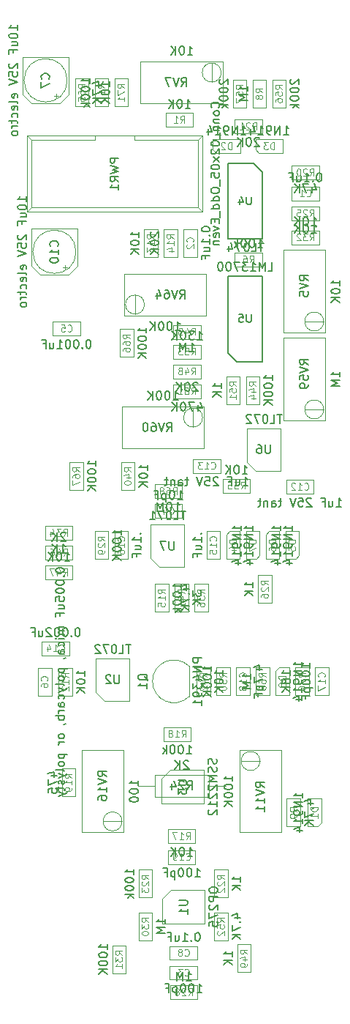
<source format=gbr>
G04 #@! TF.GenerationSoftware,KiCad,Pcbnew,(5.0.1)-4*
G04 #@! TF.CreationDate,2019-03-05T01:35:27-06:00*
G04 #@! TF.ProjectId,VCO,56434F2E6B696361645F706362000000,rev?*
G04 #@! TF.SameCoordinates,Original*
G04 #@! TF.FileFunction,Other,Fab,Bot*
%FSLAX46Y46*%
G04 Gerber Fmt 4.6, Leading zero omitted, Abs format (unit mm)*
G04 Created by KiCad (PCBNEW (5.0.1)-4) date 3/5/2019 1:35:27*
%MOMM*%
%LPD*%
G01*
G04 APERTURE LIST*
%ADD10C,0.100000*%
%ADD11C,0.150000*%
%ADD12C,0.135000*%
%ADD13C,0.120000*%
G04 APERTURE END LIST*
D10*
G04 #@! TO.C,C7*
X148389000Y204337044D02*
X147889000Y204337044D01*
X148139000Y204087044D02*
X148139000Y204587044D01*
X145289000Y203471000D02*
X144289000Y204471000D01*
X148589000Y203471000D02*
X149589000Y204471000D01*
X148589000Y203471000D02*
X145289000Y203471000D01*
X144289000Y204471000D02*
X144289000Y208771000D01*
X149589000Y204471000D02*
X149589000Y208771000D01*
X149589000Y208771000D02*
X144289000Y208771000D01*
X149439000Y206121000D02*
G75*
G03X149439000Y206121000I-2500000J0D01*
G01*
G04 #@! TO.C,C10*
X149405000Y184525044D02*
X148905000Y184525044D01*
X149155000Y184275044D02*
X149155000Y184775044D01*
X146305000Y183659000D02*
X145305000Y184659000D01*
X149605000Y183659000D02*
X150605000Y184659000D01*
X149605000Y183659000D02*
X146305000Y183659000D01*
X145305000Y184659000D02*
X145305000Y188959000D01*
X150605000Y184659000D02*
X150605000Y188959000D01*
X150605000Y188959000D02*
X145305000Y188959000D01*
X150455000Y186309000D02*
G75*
G03X150455000Y186309000I-2500000J0D01*
G01*
G04 #@! TO.C,U1*
X161482652Y112541128D02*
X160482652Y111541128D01*
X165382652Y112541128D02*
X161482652Y112541128D01*
X165382652Y108641128D02*
X165382652Y112541128D01*
X160482652Y108641128D02*
X165382652Y108641128D01*
X160482652Y111541128D02*
X160482652Y108641128D01*
G04 #@! TO.C,RV5*
X179156000Y178242000D02*
G75*
G03X179156000Y178242000I-1095000J0D01*
G01*
X174501000Y186502000D02*
X179331000Y186502000D01*
X179331000Y186502000D02*
X179331000Y176972000D01*
X179331000Y176972000D02*
X174501000Y176972000D01*
X174501000Y176972000D02*
X174501000Y186502000D01*
X179146000Y178242000D02*
X176977000Y178241000D01*
X179146000Y178242000D02*
X176977000Y178241000D01*
D11*
G04 #@! TO.C,U4*
X172003000Y195501000D02*
X171003000Y196501000D01*
X172003000Y187801000D02*
X172003000Y195501000D01*
X168103000Y187801000D02*
X172003000Y187801000D01*
X168103000Y196501000D02*
X168103000Y187801000D01*
X171003000Y196501000D02*
X168103000Y196501000D01*
D10*
G04 #@! TO.C,U2*
X153746633Y134397529D02*
X156646633Y134397529D01*
X156646633Y134397529D02*
X156646633Y139297529D01*
X156646633Y139297529D02*
X152746633Y139297529D01*
X152746633Y139297529D02*
X152746633Y135397529D01*
X152746633Y135397529D02*
X153746633Y134397529D01*
G04 #@! TO.C,R12*
X150035633Y135001877D02*
X150035633Y138201877D01*
X148435633Y135001877D02*
X150035633Y135001877D01*
X148435633Y138201877D02*
X148435633Y135001877D01*
X150035633Y138201877D02*
X148435633Y138201877D01*
G04 #@! TO.C,R35*
X170637000Y160058000D02*
X167437000Y160058000D01*
X170637000Y158458000D02*
X170637000Y160058000D01*
X167437000Y158458000D02*
X170637000Y158458000D01*
X167437000Y160058000D02*
X167437000Y158458000D01*
G04 #@! TO.C,U3*
X161364000Y126410000D02*
X160364000Y125410000D01*
X165264000Y126410000D02*
X161364000Y126410000D01*
X165264000Y122510000D02*
X165264000Y126410000D01*
X160364000Y122510000D02*
X165264000Y122510000D01*
X160364000Y125410000D02*
X160364000Y122510000D01*
G04 #@! TO.C,R24*
X159562872Y123328652D02*
X159562872Y125828652D01*
X159562872Y125828652D02*
X165862872Y125828652D01*
X165862872Y125828652D02*
X165862872Y123328652D01*
X165862872Y123328652D02*
X159562872Y123328652D01*
X157632872Y124578652D02*
X159562872Y124578652D01*
X167792872Y124578652D02*
X165862872Y124578652D01*
G04 #@! TO.C,Q1*
X163548000Y138422000D02*
X163548000Y134922000D01*
X163551625Y134898375D02*
G75*
G02X159318000Y136652000I-1753625J1753625D01*
G01*
X163551625Y138405625D02*
G75*
G03X159318000Y136652000I-1753625J-1753625D01*
G01*
G04 #@! TO.C,C1*
X175438000Y193840000D02*
X175438000Y192240000D01*
X175438000Y192240000D02*
X178638000Y192240000D01*
X178638000Y192240000D02*
X178638000Y193840000D01*
X178638000Y193840000D02*
X175438000Y193840000D01*
G04 #@! TO.C,C2*
X164503000Y185725000D02*
X164503000Y188925000D01*
X162903000Y185725000D02*
X164503000Y185725000D01*
X162903000Y188925000D02*
X162903000Y185725000D01*
X164503000Y188925000D02*
X162903000Y188925000D01*
G04 #@! TO.C,C3*
X164532652Y102171128D02*
X164532652Y103771128D01*
X164532652Y103771128D02*
X161332652Y103771128D01*
X161332652Y103771128D02*
X161332652Y102171128D01*
X161332652Y102171128D02*
X164532652Y102171128D01*
G04 #@! TO.C,C4*
X162763000Y157137000D02*
X159563000Y157137000D01*
X162763000Y155537000D02*
X162763000Y157137000D01*
X159563000Y155537000D02*
X162763000Y155537000D01*
X159563000Y157137000D02*
X159563000Y155537000D01*
G04 #@! TO.C,C5*
X150952000Y176619000D02*
X150952000Y178219000D01*
X150952000Y178219000D02*
X147752000Y178219000D01*
X147752000Y178219000D02*
X147752000Y176619000D01*
X147752000Y176619000D02*
X150952000Y176619000D01*
G04 #@! TO.C,C6*
X147622633Y138201877D02*
X146022633Y138201877D01*
X146022633Y138201877D02*
X146022633Y135001877D01*
X146022633Y135001877D02*
X147622633Y135001877D01*
X147622633Y135001877D02*
X147622633Y138201877D01*
G04 #@! TO.C,C8*
X161332652Y106057128D02*
X161332652Y104457128D01*
X161332652Y104457128D02*
X164532652Y104457128D01*
X164532652Y104457128D02*
X164532652Y106057128D01*
X164532652Y106057128D02*
X161332652Y106057128D01*
G04 #@! TO.C,C12*
X178003000Y158331000D02*
X178003000Y159931000D01*
X178003000Y159931000D02*
X174803000Y159931000D01*
X174803000Y159931000D02*
X174803000Y158331000D01*
X174803000Y158331000D02*
X178003000Y158331000D01*
G04 #@! TO.C,C13*
X164008000Y160744000D02*
X167208000Y160744000D01*
X164008000Y162344000D02*
X164008000Y160744000D01*
X167208000Y162344000D02*
X164008000Y162344000D01*
X167208000Y160744000D02*
X167208000Y162344000D01*
G04 #@! TO.C,C14*
X149682000Y141262000D02*
X146482000Y141262000D01*
X149682000Y139662000D02*
X149682000Y141262000D01*
X146482000Y139662000D02*
X149682000Y139662000D01*
X146482000Y141262000D02*
X146482000Y139662000D01*
G04 #@! TO.C,C15*
X165570000Y154000000D02*
X165570000Y150800000D01*
X167170000Y154000000D02*
X165570000Y154000000D01*
X167170000Y150800000D02*
X167170000Y154000000D01*
X165570000Y150800000D02*
X167170000Y150800000D01*
G04 #@! TO.C,C16*
X156502000Y154000000D02*
X154902000Y154000000D01*
X154902000Y154000000D02*
X154902000Y150800000D01*
X154902000Y150800000D02*
X156502000Y150800000D01*
X156502000Y150800000D02*
X156502000Y154000000D01*
G04 #@! TO.C,C17*
X178143000Y138252000D02*
X178143000Y135052000D01*
X179743000Y138252000D02*
X178143000Y138252000D01*
X179743000Y135052000D02*
X179743000Y138252000D01*
X178143000Y135052000D02*
X179743000Y135052000D01*
G04 #@! TO.C,C18*
X170599000Y135052000D02*
X170599000Y138252000D01*
X168999000Y135052000D02*
X170599000Y135052000D01*
X168999000Y138252000D02*
X168999000Y135052000D01*
X170599000Y138252000D02*
X168999000Y138252000D01*
G04 #@! TO.C,C19*
X161087000Y115532000D02*
X164287000Y115532000D01*
X161087000Y117132000D02*
X161087000Y115532000D01*
X164287000Y117132000D02*
X161087000Y117132000D01*
X164287000Y115532000D02*
X164287000Y117132000D01*
G04 #@! TO.C,D1*
X177287402Y123096170D02*
X178887402Y123096170D01*
X177287402Y119896170D02*
X177287402Y123096170D01*
X178487402Y119896170D02*
X177287402Y119896170D01*
X178887402Y120296170D02*
X178487402Y119896170D01*
X178887402Y123096170D02*
X178887402Y120296170D01*
G04 #@! TO.C,D2*
X169494000Y197701000D02*
X166694000Y197701000D01*
X166694000Y197701000D02*
X166294000Y198101000D01*
X166294000Y198101000D02*
X166294000Y199301000D01*
X166294000Y199301000D02*
X169494000Y199301000D01*
X169494000Y199301000D02*
X169494000Y197701000D01*
G04 #@! TO.C,D3*
X174447000Y199301000D02*
X174447000Y197701000D01*
X171247000Y199301000D02*
X174447000Y199301000D01*
X171247000Y198101000D02*
X171247000Y199301000D01*
X171647000Y197701000D02*
X171247000Y198101000D01*
X174447000Y197701000D02*
X171647000Y197701000D01*
G04 #@! TO.C,D4*
X169456000Y150800000D02*
X167856000Y150800000D01*
X169456000Y154000000D02*
X169456000Y150800000D01*
X168256000Y154000000D02*
X169456000Y154000000D01*
X167856000Y153600000D02*
X168256000Y154000000D01*
X167856000Y150800000D02*
X167856000Y153600000D01*
G04 #@! TO.C,D5*
X176314000Y154000000D02*
X176314000Y151200000D01*
X176314000Y151200000D02*
X175914000Y150800000D01*
X175914000Y150800000D02*
X174714000Y150800000D01*
X174714000Y150800000D02*
X174714000Y154000000D01*
X174714000Y154000000D02*
X176314000Y154000000D01*
G04 #@! TO.C,D6*
X174028000Y150800000D02*
X172428000Y150800000D01*
X174028000Y154000000D02*
X174028000Y150800000D01*
X172828000Y154000000D02*
X174028000Y154000000D01*
X172428000Y153600000D02*
X172828000Y154000000D01*
X172428000Y150800000D02*
X172428000Y153600000D01*
G04 #@! TO.C,D7*
X171742000Y154000000D02*
X171742000Y151200000D01*
X171742000Y151200000D02*
X171342000Y150800000D01*
X171342000Y150800000D02*
X170142000Y150800000D01*
X170142000Y150800000D02*
X170142000Y154000000D01*
X170142000Y154000000D02*
X171742000Y154000000D01*
G04 #@! TO.C,D8*
X173571000Y135052000D02*
X173571000Y137852000D01*
X173571000Y137852000D02*
X173971000Y138252000D01*
X173971000Y138252000D02*
X175171000Y138252000D01*
X175171000Y138252000D02*
X175171000Y135052000D01*
X175171000Y135052000D02*
X173571000Y135052000D01*
G04 #@! TO.C,PWR1*
X144760000Y190901000D02*
X165120000Y190901000D01*
X145300000Y191451000D02*
X164560000Y191451000D01*
X144760000Y199751000D02*
X165120000Y199751000D01*
X145300000Y199201000D02*
X152690000Y199201000D01*
X157190000Y199201000D02*
X164560000Y199201000D01*
X152690000Y199201000D02*
X152690000Y199751000D01*
X157190000Y199201000D02*
X157190000Y199751000D01*
X144760000Y190901000D02*
X144760000Y199751000D01*
X145300000Y191451000D02*
X145300000Y199201000D01*
X165120000Y190901000D02*
X165120000Y199751000D01*
X164560000Y191451000D02*
X164560000Y199201000D01*
X144760000Y190901000D02*
X145300000Y191451000D01*
X165120000Y190901000D02*
X164560000Y191451000D01*
X144760000Y199751000D02*
X145300000Y199201000D01*
X165120000Y199751000D02*
X164560000Y199201000D01*
G04 #@! TO.C,R1*
X160833000Y202349000D02*
X160833000Y200749000D01*
X160833000Y200749000D02*
X164033000Y200749000D01*
X164033000Y200749000D02*
X164033000Y202349000D01*
X164033000Y202349000D02*
X160833000Y202349000D01*
G04 #@! TO.C,R6*
X168834000Y186220000D02*
X168834000Y184620000D01*
X168834000Y184620000D02*
X172034000Y184620000D01*
X172034000Y184620000D02*
X172034000Y186220000D01*
X172034000Y186220000D02*
X168834000Y186220000D01*
G04 #@! TO.C,R8*
X170904000Y202997000D02*
X172504000Y202997000D01*
X172504000Y202997000D02*
X172504000Y206197000D01*
X172504000Y206197000D02*
X170904000Y206197000D01*
X170904000Y206197000D02*
X170904000Y202997000D01*
G04 #@! TO.C,R9*
X176474402Y119896170D02*
X176474402Y123096170D01*
X174874402Y119896170D02*
X176474402Y119896170D01*
X174874402Y123096170D02*
X174874402Y119896170D01*
X176474402Y123096170D02*
X174874402Y123096170D01*
G04 #@! TO.C,R10*
X152616000Y206324000D02*
X152616000Y203124000D01*
X154216000Y206324000D02*
X152616000Y206324000D01*
X154216000Y203124000D02*
X154216000Y206324000D01*
X152616000Y203124000D02*
X154216000Y203124000D01*
G04 #@! TO.C,R13*
X158331000Y188925000D02*
X158331000Y185725000D01*
X159931000Y188925000D02*
X158331000Y188925000D01*
X159931000Y185725000D02*
X159931000Y188925000D01*
X158331000Y185725000D02*
X159931000Y185725000D01*
G04 #@! TO.C,R14*
X160617000Y185725000D02*
X162217000Y185725000D01*
X162217000Y185725000D02*
X162217000Y188925000D01*
X162217000Y188925000D02*
X160617000Y188925000D01*
X160617000Y188925000D02*
X160617000Y185725000D01*
G04 #@! TO.C,R15*
X161201000Y144704000D02*
X161201000Y147904000D01*
X159601000Y144704000D02*
X161201000Y144704000D01*
X159601000Y147904000D02*
X159601000Y144704000D01*
X161201000Y147904000D02*
X159601000Y147904000D01*
G04 #@! TO.C,R17*
X161087000Y117945000D02*
X164287000Y117945000D01*
X161087000Y119545000D02*
X161087000Y117945000D01*
X164287000Y119545000D02*
X161087000Y119545000D01*
X164287000Y117945000D02*
X164287000Y119545000D01*
G04 #@! TO.C,R18*
X160579000Y129756000D02*
X163779000Y129756000D01*
X160579000Y131356000D02*
X160579000Y129756000D01*
X163779000Y131356000D02*
X160579000Y131356000D01*
X163779000Y129756000D02*
X163779000Y131356000D01*
G04 #@! TO.C,R19*
X148806000Y123368000D02*
X150406000Y123368000D01*
X150406000Y123368000D02*
X150406000Y126568000D01*
X150406000Y126568000D02*
X148806000Y126568000D01*
X148806000Y126568000D02*
X148806000Y123368000D01*
G04 #@! TO.C,R20*
X178638000Y194653000D02*
X178638000Y196253000D01*
X178638000Y196253000D02*
X175438000Y196253000D01*
X175438000Y196253000D02*
X175438000Y194653000D01*
X175438000Y194653000D02*
X178638000Y194653000D01*
G04 #@! TO.C,R21*
X168834000Y199987000D02*
X172034000Y199987000D01*
X168834000Y201587000D02*
X168834000Y199987000D01*
X172034000Y201587000D02*
X168834000Y201587000D01*
X172034000Y199987000D02*
X172034000Y201587000D01*
G04 #@! TO.C,R22*
X168059000Y114884000D02*
X166459000Y114884000D01*
X166459000Y114884000D02*
X166459000Y111684000D01*
X166459000Y111684000D02*
X168059000Y111684000D01*
X168059000Y111684000D02*
X168059000Y114884000D01*
G04 #@! TO.C,R23*
X157696000Y111684000D02*
X159296000Y111684000D01*
X159296000Y111684000D02*
X159296000Y114884000D01*
X159296000Y114884000D02*
X157696000Y114884000D01*
X157696000Y114884000D02*
X157696000Y111684000D01*
G04 #@! TO.C,R25*
X175438000Y189954000D02*
X178638000Y189954000D01*
X175438000Y191554000D02*
X175438000Y189954000D01*
X178638000Y191554000D02*
X175438000Y191554000D01*
X178638000Y189954000D02*
X178638000Y191554000D01*
G04 #@! TO.C,R26*
X171539000Y148920000D02*
X171539000Y145720000D01*
X173139000Y148920000D02*
X171539000Y148920000D01*
X173139000Y145720000D02*
X173139000Y148920000D01*
X171539000Y145720000D02*
X173139000Y145720000D01*
G04 #@! TO.C,R28*
X161341000Y101511000D02*
X161341000Y99911000D01*
X161341000Y99911000D02*
X164541000Y99911000D01*
X164541000Y99911000D02*
X164541000Y101511000D01*
X164541000Y101511000D02*
X161341000Y101511000D01*
G04 #@! TO.C,R29*
X154216000Y154000000D02*
X152616000Y154000000D01*
X152616000Y154000000D02*
X152616000Y150800000D01*
X152616000Y150800000D02*
X154216000Y150800000D01*
X154216000Y150800000D02*
X154216000Y154000000D01*
G04 #@! TO.C,R30*
X159296000Y106731000D02*
X159296000Y109931000D01*
X157696000Y106731000D02*
X159296000Y106731000D01*
X157696000Y109931000D02*
X157696000Y106731000D01*
X159296000Y109931000D02*
X157696000Y109931000D01*
G04 #@! TO.C,R31*
X154648000Y102921000D02*
X156248000Y102921000D01*
X156248000Y102921000D02*
X156248000Y106121000D01*
X156248000Y106121000D02*
X154648000Y106121000D01*
X154648000Y106121000D02*
X154648000Y102921000D01*
G04 #@! TO.C,R32*
X175438000Y188760000D02*
X175438000Y187160000D01*
X175438000Y187160000D02*
X178638000Y187160000D01*
X178638000Y187160000D02*
X178638000Y188760000D01*
X178638000Y188760000D02*
X175438000Y188760000D01*
G04 #@! TO.C,R34*
X150063000Y152997000D02*
X150063000Y154597000D01*
X150063000Y154597000D02*
X146863000Y154597000D01*
X146863000Y154597000D02*
X146863000Y152997000D01*
X146863000Y152997000D02*
X150063000Y152997000D01*
G04 #@! TO.C,R36*
X164173000Y144704000D02*
X165773000Y144704000D01*
X165773000Y144704000D02*
X165773000Y147904000D01*
X165773000Y147904000D02*
X164173000Y147904000D01*
X164173000Y147904000D02*
X164173000Y144704000D01*
G04 #@! TO.C,R40*
X157264000Y158801000D02*
X157264000Y162001000D01*
X155664000Y158801000D02*
X157264000Y158801000D01*
X155664000Y162001000D02*
X155664000Y158801000D01*
X157264000Y162001000D02*
X155664000Y162001000D01*
G04 #@! TO.C,R41*
X163487000Y144704000D02*
X163487000Y147904000D01*
X161887000Y144704000D02*
X163487000Y144704000D01*
X161887000Y147904000D02*
X161887000Y144704000D01*
X163487000Y147904000D02*
X161887000Y147904000D01*
G04 #@! TO.C,R42*
X166027000Y138252000D02*
X164427000Y138252000D01*
X164427000Y138252000D02*
X164427000Y135052000D01*
X164427000Y135052000D02*
X166027000Y135052000D01*
X166027000Y135052000D02*
X166027000Y138252000D01*
G04 #@! TO.C,R44*
X171742000Y168707000D02*
X171742000Y171907000D01*
X170142000Y168707000D02*
X171742000Y168707000D01*
X170142000Y171907000D02*
X170142000Y168707000D01*
X171742000Y171907000D02*
X170142000Y171907000D01*
G04 #@! TO.C,R45*
X164922000Y176238000D02*
X164922000Y177838000D01*
X164922000Y177838000D02*
X161722000Y177838000D01*
X161722000Y177838000D02*
X161722000Y176238000D01*
X161722000Y176238000D02*
X164922000Y176238000D01*
G04 #@! TO.C,R46*
X150063000Y152311000D02*
X146863000Y152311000D01*
X150063000Y150711000D02*
X150063000Y152311000D01*
X146863000Y150711000D02*
X150063000Y150711000D01*
X146863000Y152311000D02*
X146863000Y150711000D01*
G04 #@! TO.C,R47*
X146863000Y150025000D02*
X146863000Y148425000D01*
X146863000Y148425000D02*
X150063000Y148425000D01*
X150063000Y148425000D02*
X150063000Y150025000D01*
X150063000Y150025000D02*
X146863000Y150025000D01*
G04 #@! TO.C,R48*
X161722000Y171666000D02*
X164922000Y171666000D01*
X161722000Y173266000D02*
X161722000Y171666000D01*
X164922000Y173266000D02*
X161722000Y173266000D01*
X164922000Y171666000D02*
X164922000Y173266000D01*
G04 #@! TO.C,R49*
X169126000Y106248000D02*
X169126000Y103048000D01*
X170726000Y106248000D02*
X169126000Y106248000D01*
X170726000Y103048000D02*
X170726000Y106248000D01*
X169126000Y103048000D02*
X170726000Y103048000D01*
G04 #@! TO.C,R50*
X166713000Y135052000D02*
X168313000Y135052000D01*
X168313000Y135052000D02*
X168313000Y138252000D01*
X168313000Y138252000D02*
X166713000Y138252000D01*
X166713000Y138252000D02*
X166713000Y135052000D01*
G04 #@! TO.C,R51*
X167856000Y171907000D02*
X167856000Y168707000D01*
X169456000Y171907000D02*
X167856000Y171907000D01*
X169456000Y168707000D02*
X169456000Y171907000D01*
X167856000Y168707000D02*
X169456000Y168707000D01*
G04 #@! TO.C,R52*
X168059000Y106731000D02*
X168059000Y109931000D01*
X166459000Y106731000D02*
X168059000Y106731000D01*
X166459000Y109931000D02*
X166459000Y106731000D01*
X168059000Y109931000D02*
X166459000Y109931000D01*
G04 #@! TO.C,R53*
X164922000Y175552000D02*
X161722000Y175552000D01*
X164922000Y173952000D02*
X164922000Y175552000D01*
X161722000Y173952000D02*
X164922000Y173952000D01*
X161722000Y175552000D02*
X161722000Y173952000D01*
G04 #@! TO.C,R56*
X174790000Y206197000D02*
X173190000Y206197000D01*
X173190000Y206197000D02*
X173190000Y202997000D01*
X173190000Y202997000D02*
X174790000Y202997000D01*
X174790000Y202997000D02*
X174790000Y206197000D01*
G04 #@! TO.C,R57*
X168618000Y206197000D02*
X168618000Y202997000D01*
X170218000Y206197000D02*
X168618000Y206197000D01*
X170218000Y202997000D02*
X170218000Y206197000D01*
X168618000Y202997000D02*
X170218000Y202997000D01*
G04 #@! TO.C,R61*
X164922000Y169380000D02*
X164922000Y170980000D01*
X164922000Y170980000D02*
X161722000Y170980000D01*
X161722000Y170980000D02*
X161722000Y169380000D01*
X161722000Y169380000D02*
X164922000Y169380000D01*
G04 #@! TO.C,R65*
X151930000Y203124000D02*
X151930000Y206324000D01*
X150330000Y203124000D02*
X151930000Y203124000D01*
X150330000Y206324000D02*
X150330000Y203124000D01*
X151930000Y206324000D02*
X150330000Y206324000D01*
G04 #@! TO.C,R66*
X157137000Y177368000D02*
X155537000Y177368000D01*
X155537000Y177368000D02*
X155537000Y174168000D01*
X155537000Y174168000D02*
X157137000Y174168000D01*
X157137000Y174168000D02*
X157137000Y177368000D01*
G04 #@! TO.C,R67*
X151295000Y162001000D02*
X149695000Y162001000D01*
X149695000Y162001000D02*
X149695000Y158801000D01*
X149695000Y158801000D02*
X151295000Y158801000D01*
X151295000Y158801000D02*
X151295000Y162001000D01*
G04 #@! TO.C,R68*
X159563000Y157823000D02*
X162763000Y157823000D01*
X159563000Y159423000D02*
X159563000Y157823000D01*
X162763000Y159423000D02*
X159563000Y159423000D01*
X162763000Y157823000D02*
X162763000Y159423000D01*
G04 #@! TO.C,R69*
X171285000Y138252000D02*
X171285000Y135052000D01*
X172885000Y138252000D02*
X171285000Y138252000D01*
X172885000Y135052000D02*
X172885000Y138252000D01*
X171285000Y135052000D02*
X172885000Y135052000D01*
G04 #@! TO.C,R70*
X175857000Y135052000D02*
X177457000Y135052000D01*
X177457000Y135052000D02*
X177457000Y138252000D01*
X177457000Y138252000D02*
X175857000Y138252000D01*
X175857000Y138252000D02*
X175857000Y135052000D01*
G04 #@! TO.C,R71*
X154902000Y203124000D02*
X156502000Y203124000D01*
X156502000Y203124000D02*
X156502000Y206324000D01*
X156502000Y206324000D02*
X154902000Y206324000D01*
X154902000Y206324000D02*
X154902000Y203124000D01*
D11*
G04 #@! TO.C,U5*
X168103000Y174612000D02*
X169103000Y173612000D01*
X168103000Y183512000D02*
X168103000Y174612000D01*
X172003000Y183512000D02*
X168103000Y183512000D01*
X172003000Y173612000D02*
X172003000Y183512000D01*
X169103000Y173612000D02*
X172003000Y173612000D01*
D10*
G04 #@! TO.C,U6*
X171262000Y160999000D02*
X174162000Y160999000D01*
X174162000Y160999000D02*
X174162000Y165899000D01*
X174162000Y165899000D02*
X170262000Y165899000D01*
X170262000Y165899000D02*
X170262000Y161999000D01*
X170262000Y161999000D02*
X171262000Y160999000D01*
G04 #@! TO.C,U7*
X159094348Y150848872D02*
X160094348Y149848872D01*
X159094348Y154748872D02*
X159094348Y150848872D01*
X162994348Y154748872D02*
X159094348Y154748872D01*
X162994348Y149848872D02*
X162994348Y154748872D01*
X160094348Y149848872D02*
X162994348Y149848872D01*
G04 #@! TO.C,RV7*
X166182000Y208102000D02*
X166183000Y205933000D01*
X166182000Y208102000D02*
X166183000Y205933000D01*
X167452000Y203457000D02*
X157922000Y203457000D01*
X167452000Y208287000D02*
X167452000Y203457000D01*
X157922000Y208287000D02*
X167452000Y208287000D01*
X157922000Y203457000D02*
X157922000Y208287000D01*
X167277000Y207017000D02*
G75*
G03X167277000Y207017000I-1095000J0D01*
G01*
G04 #@! TO.C,RV11*
X169596000Y127447000D02*
X171765000Y127448000D01*
X169596000Y127447000D02*
X171765000Y127448000D01*
X174241000Y128717000D02*
X174241000Y119187000D01*
X169411000Y128717000D02*
X174241000Y128717000D01*
X169411000Y119187000D02*
X169411000Y128717000D01*
X174241000Y119187000D02*
X169411000Y119187000D01*
X171776000Y127447000D02*
G75*
G03X171776000Y127447000I-1095000J0D01*
G01*
G04 #@! TO.C,RV16*
X155788000Y120457000D02*
G75*
G03X155788000Y120457000I-1095000J0D01*
G01*
X151133000Y128717000D02*
X155963000Y128717000D01*
X155963000Y128717000D02*
X155963000Y119187000D01*
X155963000Y119187000D02*
X151133000Y119187000D01*
X151133000Y119187000D02*
X151133000Y128717000D01*
X155778000Y120457000D02*
X153609000Y120456000D01*
X155778000Y120457000D02*
X153609000Y120456000D01*
G04 #@! TO.C,RV59*
X179156000Y168082000D02*
G75*
G03X179156000Y168082000I-1095000J0D01*
G01*
X174501000Y176342000D02*
X179331000Y176342000D01*
X179331000Y176342000D02*
X179331000Y166812000D01*
X179331000Y166812000D02*
X174501000Y166812000D01*
X174501000Y166812000D02*
X174501000Y176342000D01*
X179146000Y168082000D02*
X176977000Y168081000D01*
X179146000Y168082000D02*
X176977000Y168081000D01*
G04 #@! TO.C,RV60*
X165118000Y167139000D02*
G75*
G03X165118000Y167139000I-1095000J0D01*
G01*
X155763000Y163579000D02*
X155763000Y168409000D01*
X155763000Y168409000D02*
X165293000Y168409000D01*
X165293000Y168409000D02*
X165293000Y163579000D01*
X165293000Y163579000D02*
X155763000Y163579000D01*
X164023000Y168224000D02*
X164024000Y166055000D01*
X164023000Y168224000D02*
X164024000Y166055000D01*
G04 #@! TO.C,RV64*
X157287000Y179121000D02*
X157286000Y181290000D01*
X157287000Y179121000D02*
X157286000Y181290000D01*
X156017000Y183766000D02*
X165547000Y183766000D01*
X156017000Y178936000D02*
X156017000Y183766000D01*
X165547000Y178936000D02*
X156017000Y178936000D01*
X165547000Y183766000D02*
X165547000Y178936000D01*
X158382000Y180206000D02*
G75*
G03X158382000Y180206000I-1095000J0D01*
G01*
G04 #@! TD*
G04 #@! TO.C,C7*
D11*
X143691380Y211930523D02*
X143691380Y212501952D01*
X143691380Y212216238D02*
X142691380Y212216238D01*
X142834238Y212311476D01*
X142929476Y212406714D01*
X142977095Y212501952D01*
X142691380Y211311476D02*
X142691380Y211216238D01*
X142739000Y211121000D01*
X142786619Y211073380D01*
X142881857Y211025761D01*
X143072333Y210978142D01*
X143310428Y210978142D01*
X143500904Y211025761D01*
X143596142Y211073380D01*
X143643761Y211121000D01*
X143691380Y211216238D01*
X143691380Y211311476D01*
X143643761Y211406714D01*
X143596142Y211454333D01*
X143500904Y211501952D01*
X143310428Y211549571D01*
X143072333Y211549571D01*
X142881857Y211501952D01*
X142786619Y211454333D01*
X142739000Y211406714D01*
X142691380Y211311476D01*
X143024714Y210121000D02*
X143691380Y210121000D01*
X143024714Y210549571D02*
X143548523Y210549571D01*
X143643761Y210501952D01*
X143691380Y210406714D01*
X143691380Y210263857D01*
X143643761Y210168619D01*
X143596142Y210121000D01*
X143167571Y209311476D02*
X143167571Y209644809D01*
X143691380Y209644809D02*
X142691380Y209644809D01*
X142691380Y209168619D01*
X142786619Y208073380D02*
X142739000Y208025761D01*
X142691380Y207930523D01*
X142691380Y207692428D01*
X142739000Y207597190D01*
X142786619Y207549571D01*
X142881857Y207501952D01*
X142977095Y207501952D01*
X143119952Y207549571D01*
X143691380Y208121000D01*
X143691380Y207501952D01*
X142691380Y206597190D02*
X142691380Y207073380D01*
X143167571Y207121000D01*
X143119952Y207073380D01*
X143072333Y206978142D01*
X143072333Y206740047D01*
X143119952Y206644809D01*
X143167571Y206597190D01*
X143262809Y206549571D01*
X143500904Y206549571D01*
X143596142Y206597190D01*
X143643761Y206644809D01*
X143691380Y206740047D01*
X143691380Y206978142D01*
X143643761Y207073380D01*
X143596142Y207121000D01*
X142691380Y206263857D02*
X143691380Y205930523D01*
X142691380Y205597190D01*
X143643761Y204121000D02*
X143691380Y204216238D01*
X143691380Y204406714D01*
X143643761Y204501952D01*
X143548523Y204549571D01*
X143167571Y204549571D01*
X143072333Y204501952D01*
X143024714Y204406714D01*
X143024714Y204216238D01*
X143072333Y204121000D01*
X143167571Y204073380D01*
X143262809Y204073380D01*
X143358047Y204549571D01*
X143691380Y203501952D02*
X143643761Y203597190D01*
X143548523Y203644809D01*
X142691380Y203644809D01*
X143643761Y202740047D02*
X143691380Y202835285D01*
X143691380Y203025761D01*
X143643761Y203121000D01*
X143548523Y203168619D01*
X143167571Y203168619D01*
X143072333Y203121000D01*
X143024714Y203025761D01*
X143024714Y202835285D01*
X143072333Y202740047D01*
X143167571Y202692428D01*
X143262809Y202692428D01*
X143358047Y203168619D01*
X143643761Y201835285D02*
X143691380Y201930523D01*
X143691380Y202121000D01*
X143643761Y202216238D01*
X143596142Y202263857D01*
X143500904Y202311476D01*
X143215190Y202311476D01*
X143119952Y202263857D01*
X143072333Y202216238D01*
X143024714Y202121000D01*
X143024714Y201930523D01*
X143072333Y201835285D01*
X143024714Y201549571D02*
X143024714Y201168619D01*
X142691380Y201406714D02*
X143548523Y201406714D01*
X143643761Y201359095D01*
X143691380Y201263857D01*
X143691380Y201168619D01*
X143691380Y200835285D02*
X143024714Y200835285D01*
X143215190Y200835285D02*
X143119952Y200787666D01*
X143072333Y200740047D01*
X143024714Y200644809D01*
X143024714Y200549571D01*
X143691380Y200073380D02*
X143643761Y200168619D01*
X143596142Y200216238D01*
X143500904Y200263857D01*
X143215190Y200263857D01*
X143119952Y200216238D01*
X143072333Y200168619D01*
X143024714Y200073380D01*
X143024714Y199930523D01*
X143072333Y199835285D01*
X143119952Y199787666D01*
X143215190Y199740047D01*
X143500904Y199740047D01*
X143596142Y199787666D01*
X143643761Y199835285D01*
X143691380Y199930523D01*
X143691380Y200073380D01*
X147296142Y206287666D02*
X147343761Y206335285D01*
X147391380Y206478142D01*
X147391380Y206573380D01*
X147343761Y206716238D01*
X147248523Y206811476D01*
X147153285Y206859095D01*
X146962809Y206906714D01*
X146819952Y206906714D01*
X146629476Y206859095D01*
X146534238Y206811476D01*
X146439000Y206716238D01*
X146391380Y206573380D01*
X146391380Y206478142D01*
X146439000Y206335285D01*
X146486619Y206287666D01*
X146391380Y205954333D02*
X146391380Y205287666D01*
X147391380Y205716238D01*
G04 #@! TO.C,C10*
X144707380Y192118523D02*
X144707380Y192689952D01*
X144707380Y192404238D02*
X143707380Y192404238D01*
X143850238Y192499476D01*
X143945476Y192594714D01*
X143993095Y192689952D01*
X143707380Y191499476D02*
X143707380Y191404238D01*
X143755000Y191309000D01*
X143802619Y191261380D01*
X143897857Y191213761D01*
X144088333Y191166142D01*
X144326428Y191166142D01*
X144516904Y191213761D01*
X144612142Y191261380D01*
X144659761Y191309000D01*
X144707380Y191404238D01*
X144707380Y191499476D01*
X144659761Y191594714D01*
X144612142Y191642333D01*
X144516904Y191689952D01*
X144326428Y191737571D01*
X144088333Y191737571D01*
X143897857Y191689952D01*
X143802619Y191642333D01*
X143755000Y191594714D01*
X143707380Y191499476D01*
X144040714Y190309000D02*
X144707380Y190309000D01*
X144040714Y190737571D02*
X144564523Y190737571D01*
X144659761Y190689952D01*
X144707380Y190594714D01*
X144707380Y190451857D01*
X144659761Y190356619D01*
X144612142Y190309000D01*
X144183571Y189499476D02*
X144183571Y189832809D01*
X144707380Y189832809D02*
X143707380Y189832809D01*
X143707380Y189356619D01*
X143802619Y188261380D02*
X143755000Y188213761D01*
X143707380Y188118523D01*
X143707380Y187880428D01*
X143755000Y187785190D01*
X143802619Y187737571D01*
X143897857Y187689952D01*
X143993095Y187689952D01*
X144135952Y187737571D01*
X144707380Y188309000D01*
X144707380Y187689952D01*
X143707380Y186785190D02*
X143707380Y187261380D01*
X144183571Y187309000D01*
X144135952Y187261380D01*
X144088333Y187166142D01*
X144088333Y186928047D01*
X144135952Y186832809D01*
X144183571Y186785190D01*
X144278809Y186737571D01*
X144516904Y186737571D01*
X144612142Y186785190D01*
X144659761Y186832809D01*
X144707380Y186928047D01*
X144707380Y187166142D01*
X144659761Y187261380D01*
X144612142Y187309000D01*
X143707380Y186451857D02*
X144707380Y186118523D01*
X143707380Y185785190D01*
X144659761Y184309000D02*
X144707380Y184404238D01*
X144707380Y184594714D01*
X144659761Y184689952D01*
X144564523Y184737571D01*
X144183571Y184737571D01*
X144088333Y184689952D01*
X144040714Y184594714D01*
X144040714Y184404238D01*
X144088333Y184309000D01*
X144183571Y184261380D01*
X144278809Y184261380D01*
X144374047Y184737571D01*
X144707380Y183689952D02*
X144659761Y183785190D01*
X144564523Y183832809D01*
X143707380Y183832809D01*
X144659761Y182928047D02*
X144707380Y183023285D01*
X144707380Y183213761D01*
X144659761Y183309000D01*
X144564523Y183356619D01*
X144183571Y183356619D01*
X144088333Y183309000D01*
X144040714Y183213761D01*
X144040714Y183023285D01*
X144088333Y182928047D01*
X144183571Y182880428D01*
X144278809Y182880428D01*
X144374047Y183356619D01*
X144659761Y182023285D02*
X144707380Y182118523D01*
X144707380Y182309000D01*
X144659761Y182404238D01*
X144612142Y182451857D01*
X144516904Y182499476D01*
X144231190Y182499476D01*
X144135952Y182451857D01*
X144088333Y182404238D01*
X144040714Y182309000D01*
X144040714Y182118523D01*
X144088333Y182023285D01*
X144040714Y181737571D02*
X144040714Y181356619D01*
X143707380Y181594714D02*
X144564523Y181594714D01*
X144659761Y181547095D01*
X144707380Y181451857D01*
X144707380Y181356619D01*
X144707380Y181023285D02*
X144040714Y181023285D01*
X144231190Y181023285D02*
X144135952Y180975666D01*
X144088333Y180928047D01*
X144040714Y180832809D01*
X144040714Y180737571D01*
X144707380Y180261380D02*
X144659761Y180356619D01*
X144612142Y180404238D01*
X144516904Y180451857D01*
X144231190Y180451857D01*
X144135952Y180404238D01*
X144088333Y180356619D01*
X144040714Y180261380D01*
X144040714Y180118523D01*
X144088333Y180023285D01*
X144135952Y179975666D01*
X144231190Y179928047D01*
X144516904Y179928047D01*
X144612142Y179975666D01*
X144659761Y180023285D01*
X144707380Y180118523D01*
X144707380Y180261380D01*
X148312142Y186951857D02*
X148359761Y186999476D01*
X148407380Y187142333D01*
X148407380Y187237571D01*
X148359761Y187380428D01*
X148264523Y187475666D01*
X148169285Y187523285D01*
X147978809Y187570904D01*
X147835952Y187570904D01*
X147645476Y187523285D01*
X147550238Y187475666D01*
X147455000Y187380428D01*
X147407380Y187237571D01*
X147407380Y187142333D01*
X147455000Y186999476D01*
X147502619Y186951857D01*
X148407380Y185999476D02*
X148407380Y186570904D01*
X148407380Y186285190D02*
X147407380Y186285190D01*
X147550238Y186380428D01*
X147645476Y186475666D01*
X147693095Y186570904D01*
X147407380Y185380428D02*
X147407380Y185285190D01*
X147455000Y185189952D01*
X147502619Y185142333D01*
X147597857Y185094714D01*
X147788333Y185047095D01*
X148026428Y185047095D01*
X148216904Y185094714D01*
X148312142Y185142333D01*
X148359761Y185189952D01*
X148407380Y185285190D01*
X148407380Y185380428D01*
X148359761Y185475666D01*
X148312142Y185523285D01*
X148216904Y185570904D01*
X148026428Y185618523D01*
X147788333Y185618523D01*
X147597857Y185570904D01*
X147502619Y185523285D01*
X147455000Y185475666D01*
X147407380Y185380428D01*
G04 #@! TO.C,U1*
X165885032Y112614937D02*
X165885032Y112424461D01*
X165932652Y112329223D01*
X166027890Y112233985D01*
X166218366Y112186366D01*
X166551699Y112186366D01*
X166742175Y112233985D01*
X166837413Y112329223D01*
X166885032Y112424461D01*
X166885032Y112614937D01*
X166837413Y112710175D01*
X166742175Y112805413D01*
X166551699Y112853032D01*
X166218366Y112853032D01*
X166027890Y112805413D01*
X165932652Y112710175D01*
X165885032Y112614937D01*
X166885032Y111757794D02*
X165885032Y111757794D01*
X165885032Y111376842D01*
X165932652Y111281604D01*
X165980271Y111233985D01*
X166075509Y111186366D01*
X166218366Y111186366D01*
X166313604Y111233985D01*
X166361223Y111281604D01*
X166408842Y111376842D01*
X166408842Y111757794D01*
X165980271Y110805413D02*
X165932652Y110757794D01*
X165885032Y110662556D01*
X165885032Y110424461D01*
X165932652Y110329223D01*
X165980271Y110281604D01*
X166075509Y110233985D01*
X166170747Y110233985D01*
X166313604Y110281604D01*
X166885032Y110853032D01*
X166885032Y110233985D01*
X165885032Y109900651D02*
X165885032Y109233985D01*
X166885032Y109662556D01*
X165885032Y108376842D02*
X165885032Y108853032D01*
X166361223Y108900651D01*
X166313604Y108853032D01*
X166265985Y108757794D01*
X166265985Y108519699D01*
X166313604Y108424461D01*
X166361223Y108376842D01*
X166456461Y108329223D01*
X166694556Y108329223D01*
X166789794Y108376842D01*
X166837413Y108424461D01*
X166885032Y108519699D01*
X166885032Y108757794D01*
X166837413Y108853032D01*
X166789794Y108900651D01*
X162385032Y111353032D02*
X163194556Y111353032D01*
X163289794Y111305413D01*
X163337413Y111257794D01*
X163385032Y111162556D01*
X163385032Y110972080D01*
X163337413Y110876842D01*
X163289794Y110829223D01*
X163194556Y110781604D01*
X162385032Y110781604D01*
X163385032Y109781604D02*
X163385032Y110353032D01*
X163385032Y110067318D02*
X162385032Y110067318D01*
X162527890Y110162556D01*
X162623128Y110257794D01*
X162670747Y110353032D01*
G04 #@! TO.C,RV5*
X181033380Y182427476D02*
X181033380Y182998904D01*
X181033380Y182713190D02*
X180033380Y182713190D01*
X180176238Y182808428D01*
X180271476Y182903666D01*
X180319095Y182998904D01*
X180033380Y181808428D02*
X180033380Y181713190D01*
X180081000Y181617952D01*
X180128619Y181570333D01*
X180223857Y181522714D01*
X180414333Y181475095D01*
X180652428Y181475095D01*
X180842904Y181522714D01*
X180938142Y181570333D01*
X180985761Y181617952D01*
X181033380Y181713190D01*
X181033380Y181808428D01*
X180985761Y181903666D01*
X180938142Y181951285D01*
X180842904Y181998904D01*
X180652428Y182046523D01*
X180414333Y182046523D01*
X180223857Y181998904D01*
X180128619Y181951285D01*
X180081000Y181903666D01*
X180033380Y181808428D01*
X181033380Y181046523D02*
X180033380Y181046523D01*
X181033380Y180475095D02*
X180461952Y180903666D01*
X180033380Y180475095D02*
X180604809Y181046523D01*
X177368380Y182967238D02*
X176892190Y183300571D01*
X177368380Y183538666D02*
X176368380Y183538666D01*
X176368380Y183157714D01*
X176416000Y183062476D01*
X176463619Y183014857D01*
X176558857Y182967238D01*
X176701714Y182967238D01*
X176796952Y183014857D01*
X176844571Y183062476D01*
X176892190Y183157714D01*
X176892190Y183538666D01*
X176368380Y182681523D02*
X177368380Y182348190D01*
X176368380Y182014857D01*
X176368380Y181205333D02*
X176368380Y181681523D01*
X176844571Y181729142D01*
X176796952Y181681523D01*
X176749333Y181586285D01*
X176749333Y181348190D01*
X176796952Y181252952D01*
X176844571Y181205333D01*
X176939809Y181157714D01*
X177177904Y181157714D01*
X177273142Y181205333D01*
X177320761Y181252952D01*
X177368380Y181348190D01*
X177368380Y181586285D01*
X177320761Y181681523D01*
X177273142Y181729142D01*
G04 #@! TO.C,U4*
X172172047Y187323619D02*
X171600619Y187323619D01*
X171886333Y186323619D02*
X171886333Y187323619D01*
X170791095Y186323619D02*
X171267285Y186323619D01*
X171267285Y187323619D01*
X170267285Y187323619D02*
X170172047Y187323619D01*
X170076809Y187276000D01*
X170029190Y187228380D01*
X169981571Y187133142D01*
X169933952Y186942666D01*
X169933952Y186704571D01*
X169981571Y186514095D01*
X170029190Y186418857D01*
X170076809Y186371238D01*
X170172047Y186323619D01*
X170267285Y186323619D01*
X170362523Y186371238D01*
X170410142Y186418857D01*
X170457761Y186514095D01*
X170505380Y186704571D01*
X170505380Y186942666D01*
X170457761Y187133142D01*
X170410142Y187228380D01*
X170362523Y187276000D01*
X170267285Y187323619D01*
X169600619Y187323619D02*
X168933952Y187323619D01*
X169362523Y186323619D01*
X168124428Y186990285D02*
X168124428Y186323619D01*
X168362523Y187371238D02*
X168600619Y186656952D01*
X167981571Y186656952D01*
D12*
X170738714Y192643857D02*
X170738714Y191915285D01*
X170695857Y191829571D01*
X170653000Y191786714D01*
X170567285Y191743857D01*
X170395857Y191743857D01*
X170310142Y191786714D01*
X170267285Y191829571D01*
X170224428Y191915285D01*
X170224428Y192643857D01*
X169410142Y192343857D02*
X169410142Y191743857D01*
X169624428Y192686714D02*
X169838714Y192043857D01*
X169281571Y192043857D01*
G04 #@! TO.C,U2*
D11*
X156815680Y140895148D02*
X156244252Y140895148D01*
X156529966Y139895148D02*
X156529966Y140895148D01*
X155434728Y139895148D02*
X155910918Y139895148D01*
X155910918Y140895148D01*
X154910918Y140895148D02*
X154815680Y140895148D01*
X154720442Y140847529D01*
X154672823Y140799909D01*
X154625204Y140704671D01*
X154577585Y140514195D01*
X154577585Y140276100D01*
X154625204Y140085624D01*
X154672823Y139990386D01*
X154720442Y139942767D01*
X154815680Y139895148D01*
X154910918Y139895148D01*
X155006156Y139942767D01*
X155053775Y139990386D01*
X155101394Y140085624D01*
X155149013Y140276100D01*
X155149013Y140514195D01*
X155101394Y140704671D01*
X155053775Y140799909D01*
X155006156Y140847529D01*
X154910918Y140895148D01*
X154244252Y140895148D02*
X153577585Y140895148D01*
X154006156Y139895148D01*
X153244252Y140799909D02*
X153196633Y140847529D01*
X153101394Y140895148D01*
X152863299Y140895148D01*
X152768061Y140847529D01*
X152720442Y140799909D01*
X152672823Y140704671D01*
X152672823Y140609433D01*
X152720442Y140466576D01*
X153291871Y139895148D01*
X152672823Y139895148D01*
X155458537Y137395148D02*
X155458537Y136585624D01*
X155410918Y136490386D01*
X155363299Y136442767D01*
X155268061Y136395148D01*
X155077585Y136395148D01*
X154982347Y136442767D01*
X154934728Y136490386D01*
X154887109Y136585624D01*
X154887109Y137395148D01*
X154458537Y137299909D02*
X154410918Y137347529D01*
X154315680Y137395148D01*
X154077585Y137395148D01*
X153982347Y137347529D01*
X153934728Y137299909D01*
X153887109Y137204671D01*
X153887109Y137109433D01*
X153934728Y136966576D01*
X154506156Y136395148D01*
X153887109Y136395148D01*
G04 #@! TO.C,R12*
X151508013Y137292353D02*
X151508013Y137863781D01*
X151508013Y137578067D02*
X150508013Y137578067D01*
X150650871Y137673305D01*
X150746109Y137768543D01*
X150793728Y137863781D01*
X150508013Y136673305D02*
X150508013Y136578067D01*
X150555633Y136482829D01*
X150603252Y136435210D01*
X150698490Y136387591D01*
X150888966Y136339972D01*
X151127061Y136339972D01*
X151317537Y136387591D01*
X151412775Y136435210D01*
X151460394Y136482829D01*
X151508013Y136578067D01*
X151508013Y136673305D01*
X151460394Y136768543D01*
X151412775Y136816162D01*
X151317537Y136863781D01*
X151127061Y136911400D01*
X150888966Y136911400D01*
X150698490Y136863781D01*
X150603252Y136816162D01*
X150555633Y136768543D01*
X150508013Y136673305D01*
X151508013Y135911400D02*
X150508013Y135911400D01*
X151508013Y135339972D02*
X150936585Y135768543D01*
X150508013Y135339972D02*
X151079442Y135911400D01*
D13*
X149597537Y137116162D02*
X149216585Y137382829D01*
X149597537Y137573305D02*
X148797537Y137573305D01*
X148797537Y137268543D01*
X148835633Y137192353D01*
X148873728Y137154257D01*
X148949918Y137116162D01*
X149064204Y137116162D01*
X149140394Y137154257D01*
X149178490Y137192353D01*
X149216585Y137268543D01*
X149216585Y137573305D01*
X149597537Y136354257D02*
X149597537Y136811400D01*
X149597537Y136582829D02*
X148797537Y136582829D01*
X148911823Y136659019D01*
X148988013Y136735210D01*
X149026109Y136811400D01*
X148873728Y136049496D02*
X148835633Y136011400D01*
X148797537Y135935210D01*
X148797537Y135744734D01*
X148835633Y135668543D01*
X148873728Y135630448D01*
X148949918Y135592353D01*
X149026109Y135592353D01*
X149140394Y135630448D01*
X149597537Y136087591D01*
X149597537Y135592353D01*
G04 #@! TO.C,R35*
D11*
X169727476Y160625619D02*
X170298904Y160625619D01*
X170013190Y160625619D02*
X170013190Y161625619D01*
X170108428Y161482761D01*
X170203666Y161387523D01*
X170298904Y161339904D01*
X169108428Y161625619D02*
X169013190Y161625619D01*
X168917952Y161578000D01*
X168870333Y161530380D01*
X168822714Y161435142D01*
X168775095Y161244666D01*
X168775095Y161006571D01*
X168822714Y160816095D01*
X168870333Y160720857D01*
X168917952Y160673238D01*
X169013190Y160625619D01*
X169108428Y160625619D01*
X169203666Y160673238D01*
X169251285Y160720857D01*
X169298904Y160816095D01*
X169346523Y161006571D01*
X169346523Y161244666D01*
X169298904Y161435142D01*
X169251285Y161530380D01*
X169203666Y161578000D01*
X169108428Y161625619D01*
X168346523Y160625619D02*
X168346523Y161625619D01*
X167775095Y160625619D02*
X168203666Y161197047D01*
X167775095Y161625619D02*
X168346523Y161054190D01*
D13*
X169551285Y158896095D02*
X169817952Y159277047D01*
X170008428Y158896095D02*
X170008428Y159696095D01*
X169703666Y159696095D01*
X169627476Y159658000D01*
X169589380Y159619904D01*
X169551285Y159543714D01*
X169551285Y159429428D01*
X169589380Y159353238D01*
X169627476Y159315142D01*
X169703666Y159277047D01*
X170008428Y159277047D01*
X169284619Y159696095D02*
X168789380Y159696095D01*
X169056047Y159391333D01*
X168941761Y159391333D01*
X168865571Y159353238D01*
X168827476Y159315142D01*
X168789380Y159238952D01*
X168789380Y159048476D01*
X168827476Y158972285D01*
X168865571Y158934190D01*
X168941761Y158896095D01*
X169170333Y158896095D01*
X169246523Y158934190D01*
X169284619Y158972285D01*
X168065571Y159696095D02*
X168446523Y159696095D01*
X168484619Y159315142D01*
X168446523Y159353238D01*
X168370333Y159391333D01*
X168179857Y159391333D01*
X168103666Y159353238D01*
X168065571Y159315142D01*
X168027476Y159238952D01*
X168027476Y159048476D01*
X168065571Y158972285D01*
X168103666Y158934190D01*
X168179857Y158896095D01*
X168370333Y158896095D01*
X168446523Y158934190D01*
X168484619Y158972285D01*
G04 #@! TO.C,U3*
D11*
X166718761Y127698095D02*
X166766380Y127555238D01*
X166766380Y127317142D01*
X166718761Y127221904D01*
X166671142Y127174285D01*
X166575904Y127126666D01*
X166480666Y127126666D01*
X166385428Y127174285D01*
X166337809Y127221904D01*
X166290190Y127317142D01*
X166242571Y127507619D01*
X166194952Y127602857D01*
X166147333Y127650476D01*
X166052095Y127698095D01*
X165956857Y127698095D01*
X165861619Y127650476D01*
X165814000Y127602857D01*
X165766380Y127507619D01*
X165766380Y127269523D01*
X165814000Y127126666D01*
X166718761Y126745714D02*
X166766380Y126602857D01*
X166766380Y126364761D01*
X166718761Y126269523D01*
X166671142Y126221904D01*
X166575904Y126174285D01*
X166480666Y126174285D01*
X166385428Y126221904D01*
X166337809Y126269523D01*
X166290190Y126364761D01*
X166242571Y126555238D01*
X166194952Y126650476D01*
X166147333Y126698095D01*
X166052095Y126745714D01*
X165956857Y126745714D01*
X165861619Y126698095D01*
X165814000Y126650476D01*
X165766380Y126555238D01*
X165766380Y126317142D01*
X165814000Y126174285D01*
X166766380Y125745714D02*
X165766380Y125745714D01*
X166480666Y125412380D01*
X165766380Y125079047D01*
X166766380Y125079047D01*
X165861619Y124650476D02*
X165814000Y124602857D01*
X165766380Y124507619D01*
X165766380Y124269523D01*
X165814000Y124174285D01*
X165861619Y124126666D01*
X165956857Y124079047D01*
X166052095Y124079047D01*
X166194952Y124126666D01*
X166766380Y124698095D01*
X166766380Y124079047D01*
X165861619Y123698095D02*
X165814000Y123650476D01*
X165766380Y123555238D01*
X165766380Y123317142D01*
X165814000Y123221904D01*
X165861619Y123174285D01*
X165956857Y123126666D01*
X166052095Y123126666D01*
X166194952Y123174285D01*
X166766380Y123745714D01*
X166766380Y123126666D01*
X166766380Y122174285D02*
X166766380Y122745714D01*
X166766380Y122460000D02*
X165766380Y122460000D01*
X165909238Y122555238D01*
X166004476Y122650476D01*
X166052095Y122745714D01*
X165861619Y121793333D02*
X165814000Y121745714D01*
X165766380Y121650476D01*
X165766380Y121412380D01*
X165814000Y121317142D01*
X165861619Y121269523D01*
X165956857Y121221904D01*
X166052095Y121221904D01*
X166194952Y121269523D01*
X166766380Y121840952D01*
X166766380Y121221904D01*
X162266380Y125221904D02*
X163075904Y125221904D01*
X163171142Y125174285D01*
X163218761Y125126666D01*
X163266380Y125031428D01*
X163266380Y124840952D01*
X163218761Y124745714D01*
X163171142Y124698095D01*
X163075904Y124650476D01*
X162266380Y124650476D01*
X162266380Y124269523D02*
X162266380Y123650476D01*
X162647333Y123983809D01*
X162647333Y123840952D01*
X162694952Y123745714D01*
X162742571Y123698095D01*
X162837809Y123650476D01*
X163075904Y123650476D01*
X163171142Y123698095D01*
X163218761Y123745714D01*
X163266380Y123840952D01*
X163266380Y124126666D01*
X163218761Y124221904D01*
X163171142Y124269523D01*
G04 #@! TO.C,R24*
X163498586Y127401032D02*
X163450967Y127448652D01*
X163355729Y127496271D01*
X163117633Y127496271D01*
X163022395Y127448652D01*
X162974776Y127401032D01*
X162927157Y127305794D01*
X162927157Y127210556D01*
X162974776Y127067699D01*
X163546205Y126496271D01*
X162927157Y126496271D01*
X162498586Y126496271D02*
X162498586Y127496271D01*
X161927157Y126496271D02*
X162355729Y127067699D01*
X161927157Y127496271D02*
X162498586Y126924842D01*
X163355729Y124126271D02*
X163689062Y124602461D01*
X163927157Y124126271D02*
X163927157Y125126271D01*
X163546205Y125126271D01*
X163450967Y125078652D01*
X163403348Y125031032D01*
X163355729Y124935794D01*
X163355729Y124792937D01*
X163403348Y124697699D01*
X163450967Y124650080D01*
X163546205Y124602461D01*
X163927157Y124602461D01*
X162974776Y125031032D02*
X162927157Y125078652D01*
X162831919Y125126271D01*
X162593824Y125126271D01*
X162498586Y125078652D01*
X162450967Y125031032D01*
X162403348Y124935794D01*
X162403348Y124840556D01*
X162450967Y124697699D01*
X163022395Y124126271D01*
X162403348Y124126271D01*
X161546205Y124792937D02*
X161546205Y124126271D01*
X161784300Y125173890D02*
X162022395Y124459604D01*
X161403348Y124459604D01*
G04 #@! TO.C,Q1*
X165040380Y139342476D02*
X164040380Y139342476D01*
X164040380Y138961523D01*
X164088000Y138866285D01*
X164135619Y138818666D01*
X164230857Y138771047D01*
X164373714Y138771047D01*
X164468952Y138818666D01*
X164516571Y138866285D01*
X164564190Y138961523D01*
X164564190Y139342476D01*
X165040380Y138342476D02*
X164040380Y138342476D01*
X165040380Y137771047D01*
X164040380Y137771047D01*
X164373714Y136866285D02*
X165040380Y136866285D01*
X163992761Y137104380D02*
X164707047Y137342476D01*
X164707047Y136723428D01*
X164040380Y136437714D02*
X164040380Y135818666D01*
X164421333Y136152000D01*
X164421333Y136009142D01*
X164468952Y135913904D01*
X164516571Y135866285D01*
X164611809Y135818666D01*
X164849904Y135818666D01*
X164945142Y135866285D01*
X164992761Y135913904D01*
X165040380Y136009142D01*
X165040380Y136294857D01*
X164992761Y136390095D01*
X164945142Y136437714D01*
X165040380Y135342476D02*
X165040380Y135152000D01*
X164992761Y135056761D01*
X164945142Y135009142D01*
X164802285Y134913904D01*
X164611809Y134866285D01*
X164230857Y134866285D01*
X164135619Y134913904D01*
X164088000Y134961523D01*
X164040380Y135056761D01*
X164040380Y135247238D01*
X164088000Y135342476D01*
X164135619Y135390095D01*
X164230857Y135437714D01*
X164468952Y135437714D01*
X164564190Y135390095D01*
X164611809Y135342476D01*
X164659428Y135247238D01*
X164659428Y135056761D01*
X164611809Y134961523D01*
X164564190Y134913904D01*
X164468952Y134866285D01*
X165040380Y133913904D02*
X165040380Y134485333D01*
X165040380Y134199619D02*
X164040380Y134199619D01*
X164183238Y134294857D01*
X164278476Y134390095D01*
X164326095Y134485333D01*
X158785619Y136747238D02*
X158738000Y136842476D01*
X158642761Y136937714D01*
X158499904Y137080571D01*
X158452285Y137175809D01*
X158452285Y137271047D01*
X158690380Y137223428D02*
X158642761Y137318666D01*
X158547523Y137413904D01*
X158357047Y137461523D01*
X158023714Y137461523D01*
X157833238Y137413904D01*
X157738000Y137318666D01*
X157690380Y137223428D01*
X157690380Y137032952D01*
X157738000Y136937714D01*
X157833238Y136842476D01*
X158023714Y136794857D01*
X158357047Y136794857D01*
X158547523Y136842476D01*
X158642761Y136937714D01*
X158690380Y137032952D01*
X158690380Y137223428D01*
X158690380Y135842476D02*
X158690380Y136413904D01*
X158690380Y136128190D02*
X157690380Y136128190D01*
X157833238Y136223428D01*
X157928476Y136318666D01*
X157976095Y136413904D01*
G04 #@! TO.C,C1*
X178680857Y195407619D02*
X178585619Y195407619D01*
X178490380Y195360000D01*
X178442761Y195312380D01*
X178395142Y195217142D01*
X178347523Y195026666D01*
X178347523Y194788571D01*
X178395142Y194598095D01*
X178442761Y194502857D01*
X178490380Y194455238D01*
X178585619Y194407619D01*
X178680857Y194407619D01*
X178776095Y194455238D01*
X178823714Y194502857D01*
X178871333Y194598095D01*
X178918952Y194788571D01*
X178918952Y195026666D01*
X178871333Y195217142D01*
X178823714Y195312380D01*
X178776095Y195360000D01*
X178680857Y195407619D01*
X177918952Y194502857D02*
X177871333Y194455238D01*
X177918952Y194407619D01*
X177966571Y194455238D01*
X177918952Y194502857D01*
X177918952Y194407619D01*
X176918952Y194407619D02*
X177490380Y194407619D01*
X177204666Y194407619D02*
X177204666Y195407619D01*
X177299904Y195264761D01*
X177395142Y195169523D01*
X177490380Y195121904D01*
X176061809Y195074285D02*
X176061809Y194407619D01*
X176490380Y195074285D02*
X176490380Y194550476D01*
X176442761Y194455238D01*
X176347523Y194407619D01*
X176204666Y194407619D01*
X176109428Y194455238D01*
X176061809Y194502857D01*
X175252285Y194931428D02*
X175585619Y194931428D01*
X175585619Y194407619D02*
X175585619Y195407619D01*
X175109428Y195407619D01*
D13*
X177171333Y192754285D02*
X177209428Y192716190D01*
X177323714Y192678095D01*
X177399904Y192678095D01*
X177514190Y192716190D01*
X177590380Y192792380D01*
X177628476Y192868571D01*
X177666571Y193020952D01*
X177666571Y193135238D01*
X177628476Y193287619D01*
X177590380Y193363809D01*
X177514190Y193440000D01*
X177399904Y193478095D01*
X177323714Y193478095D01*
X177209428Y193440000D01*
X177171333Y193401904D01*
X176409428Y192678095D02*
X176866571Y192678095D01*
X176638000Y192678095D02*
X176638000Y193478095D01*
X176714190Y193363809D01*
X176790380Y193287619D01*
X176866571Y193249523D01*
G04 #@! TO.C,C2*
D11*
X164975380Y188967857D02*
X164975380Y188872619D01*
X165023000Y188777380D01*
X165070619Y188729761D01*
X165165857Y188682142D01*
X165356333Y188634523D01*
X165594428Y188634523D01*
X165784904Y188682142D01*
X165880142Y188729761D01*
X165927761Y188777380D01*
X165975380Y188872619D01*
X165975380Y188967857D01*
X165927761Y189063095D01*
X165880142Y189110714D01*
X165784904Y189158333D01*
X165594428Y189205952D01*
X165356333Y189205952D01*
X165165857Y189158333D01*
X165070619Y189110714D01*
X165023000Y189063095D01*
X164975380Y188967857D01*
X165880142Y188205952D02*
X165927761Y188158333D01*
X165975380Y188205952D01*
X165927761Y188253571D01*
X165880142Y188205952D01*
X165975380Y188205952D01*
X165975380Y187205952D02*
X165975380Y187777380D01*
X165975380Y187491666D02*
X164975380Y187491666D01*
X165118238Y187586904D01*
X165213476Y187682142D01*
X165261095Y187777380D01*
X165308714Y186348809D02*
X165975380Y186348809D01*
X165308714Y186777380D02*
X165832523Y186777380D01*
X165927761Y186729761D01*
X165975380Y186634523D01*
X165975380Y186491666D01*
X165927761Y186396428D01*
X165880142Y186348809D01*
X165451571Y185539285D02*
X165451571Y185872619D01*
X165975380Y185872619D02*
X164975380Y185872619D01*
X164975380Y185396428D01*
D13*
X163988714Y187458333D02*
X164026809Y187496428D01*
X164064904Y187610714D01*
X164064904Y187686904D01*
X164026809Y187801190D01*
X163950619Y187877380D01*
X163874428Y187915476D01*
X163722047Y187953571D01*
X163607761Y187953571D01*
X163455380Y187915476D01*
X163379190Y187877380D01*
X163303000Y187801190D01*
X163264904Y187686904D01*
X163264904Y187610714D01*
X163303000Y187496428D01*
X163341095Y187458333D01*
X163341095Y187153571D02*
X163303000Y187115476D01*
X163264904Y187039285D01*
X163264904Y186848809D01*
X163303000Y186772619D01*
X163341095Y186734523D01*
X163417285Y186696428D01*
X163493476Y186696428D01*
X163607761Y186734523D01*
X164064904Y187191666D01*
X164064904Y186696428D01*
G04 #@! TO.C,C3*
D11*
X164480271Y100698747D02*
X165051699Y100698747D01*
X164765985Y100698747D02*
X164765985Y101698747D01*
X164861223Y101555889D01*
X164956461Y101460651D01*
X165051699Y101413032D01*
X163861223Y101698747D02*
X163765985Y101698747D01*
X163670747Y101651128D01*
X163623128Y101603508D01*
X163575509Y101508270D01*
X163527890Y101317794D01*
X163527890Y101079699D01*
X163575509Y100889223D01*
X163623128Y100793985D01*
X163670747Y100746366D01*
X163765985Y100698747D01*
X163861223Y100698747D01*
X163956461Y100746366D01*
X164004080Y100793985D01*
X164051699Y100889223D01*
X164099318Y101079699D01*
X164099318Y101317794D01*
X164051699Y101508270D01*
X164004080Y101603508D01*
X163956461Y101651128D01*
X163861223Y101698747D01*
X162908842Y101698747D02*
X162813604Y101698747D01*
X162718366Y101651128D01*
X162670747Y101603508D01*
X162623128Y101508270D01*
X162575509Y101317794D01*
X162575509Y101079699D01*
X162623128Y100889223D01*
X162670747Y100793985D01*
X162718366Y100746366D01*
X162813604Y100698747D01*
X162908842Y100698747D01*
X163004080Y100746366D01*
X163051699Y100793985D01*
X163099318Y100889223D01*
X163146937Y101079699D01*
X163146937Y101317794D01*
X163099318Y101508270D01*
X163051699Y101603508D01*
X163004080Y101651128D01*
X162908842Y101698747D01*
X162146937Y101365413D02*
X162146937Y100365413D01*
X162146937Y101317794D02*
X162051699Y101365413D01*
X161861223Y101365413D01*
X161765985Y101317794D01*
X161718366Y101270175D01*
X161670747Y101174937D01*
X161670747Y100889223D01*
X161718366Y100793985D01*
X161765985Y100746366D01*
X161861223Y100698747D01*
X162051699Y100698747D01*
X162146937Y100746366D01*
X160908842Y101222556D02*
X161242175Y101222556D01*
X161242175Y100698747D02*
X161242175Y101698747D01*
X160765985Y101698747D01*
D13*
X163065985Y102685413D02*
X163104080Y102647318D01*
X163218366Y102609223D01*
X163294556Y102609223D01*
X163408842Y102647318D01*
X163485032Y102723508D01*
X163523128Y102799699D01*
X163561223Y102952080D01*
X163561223Y103066366D01*
X163523128Y103218747D01*
X163485032Y103294937D01*
X163408842Y103371128D01*
X163294556Y103409223D01*
X163218366Y103409223D01*
X163104080Y103371128D01*
X163065985Y103333032D01*
X162799318Y103409223D02*
X162304080Y103409223D01*
X162570747Y103104461D01*
X162456461Y103104461D01*
X162380271Y103066366D01*
X162342175Y103028270D01*
X162304080Y102952080D01*
X162304080Y102761604D01*
X162342175Y102685413D01*
X162380271Y102647318D01*
X162456461Y102609223D01*
X162685032Y102609223D01*
X162761223Y102647318D01*
X162799318Y102685413D01*
G04 #@! TO.C,C4*
D11*
X162234428Y157704619D02*
X162805857Y157704619D01*
X162520142Y157704619D02*
X162520142Y158704619D01*
X162615380Y158561761D01*
X162710619Y158466523D01*
X162805857Y158418904D01*
X161615380Y158704619D02*
X161520142Y158704619D01*
X161424904Y158657000D01*
X161377285Y158609380D01*
X161329666Y158514142D01*
X161282047Y158323666D01*
X161282047Y158085571D01*
X161329666Y157895095D01*
X161377285Y157799857D01*
X161424904Y157752238D01*
X161520142Y157704619D01*
X161615380Y157704619D01*
X161710619Y157752238D01*
X161758238Y157799857D01*
X161805857Y157895095D01*
X161853476Y158085571D01*
X161853476Y158323666D01*
X161805857Y158514142D01*
X161758238Y158609380D01*
X161710619Y158657000D01*
X161615380Y158704619D01*
X160853476Y158371285D02*
X160853476Y157371285D01*
X160853476Y158323666D02*
X160758238Y158371285D01*
X160567761Y158371285D01*
X160472523Y158323666D01*
X160424904Y158276047D01*
X160377285Y158180809D01*
X160377285Y157895095D01*
X160424904Y157799857D01*
X160472523Y157752238D01*
X160567761Y157704619D01*
X160758238Y157704619D01*
X160853476Y157752238D01*
X159615380Y158228428D02*
X159948714Y158228428D01*
X159948714Y157704619D02*
X159948714Y158704619D01*
X159472523Y158704619D01*
D13*
X161296333Y156051285D02*
X161334428Y156013190D01*
X161448714Y155975095D01*
X161524904Y155975095D01*
X161639190Y156013190D01*
X161715380Y156089380D01*
X161753476Y156165571D01*
X161791571Y156317952D01*
X161791571Y156432238D01*
X161753476Y156584619D01*
X161715380Y156660809D01*
X161639190Y156737000D01*
X161524904Y156775095D01*
X161448714Y156775095D01*
X161334428Y156737000D01*
X161296333Y156698904D01*
X160610619Y156508428D02*
X160610619Y155975095D01*
X160801095Y156813190D02*
X160991571Y156241761D01*
X160496333Y156241761D01*
G04 #@! TO.C,C5*
D11*
X151947238Y176146619D02*
X151852000Y176146619D01*
X151756761Y176099000D01*
X151709142Y176051380D01*
X151661523Y175956142D01*
X151613904Y175765666D01*
X151613904Y175527571D01*
X151661523Y175337095D01*
X151709142Y175241857D01*
X151756761Y175194238D01*
X151852000Y175146619D01*
X151947238Y175146619D01*
X152042476Y175194238D01*
X152090095Y175241857D01*
X152137714Y175337095D01*
X152185333Y175527571D01*
X152185333Y175765666D01*
X152137714Y175956142D01*
X152090095Y176051380D01*
X152042476Y176099000D01*
X151947238Y176146619D01*
X151185333Y175241857D02*
X151137714Y175194238D01*
X151185333Y175146619D01*
X151232952Y175194238D01*
X151185333Y175241857D01*
X151185333Y175146619D01*
X150518666Y176146619D02*
X150423428Y176146619D01*
X150328190Y176099000D01*
X150280571Y176051380D01*
X150232952Y175956142D01*
X150185333Y175765666D01*
X150185333Y175527571D01*
X150232952Y175337095D01*
X150280571Y175241857D01*
X150328190Y175194238D01*
X150423428Y175146619D01*
X150518666Y175146619D01*
X150613904Y175194238D01*
X150661523Y175241857D01*
X150709142Y175337095D01*
X150756761Y175527571D01*
X150756761Y175765666D01*
X150709142Y175956142D01*
X150661523Y176051380D01*
X150613904Y176099000D01*
X150518666Y176146619D01*
X149566285Y176146619D02*
X149471047Y176146619D01*
X149375809Y176099000D01*
X149328190Y176051380D01*
X149280571Y175956142D01*
X149232952Y175765666D01*
X149232952Y175527571D01*
X149280571Y175337095D01*
X149328190Y175241857D01*
X149375809Y175194238D01*
X149471047Y175146619D01*
X149566285Y175146619D01*
X149661523Y175194238D01*
X149709142Y175241857D01*
X149756761Y175337095D01*
X149804380Y175527571D01*
X149804380Y175765666D01*
X149756761Y175956142D01*
X149709142Y176051380D01*
X149661523Y176099000D01*
X149566285Y176146619D01*
X148280571Y175146619D02*
X148852000Y175146619D01*
X148566285Y175146619D02*
X148566285Y176146619D01*
X148661523Y176003761D01*
X148756761Y175908523D01*
X148852000Y175860904D01*
X147423428Y175813285D02*
X147423428Y175146619D01*
X147852000Y175813285D02*
X147852000Y175289476D01*
X147804380Y175194238D01*
X147709142Y175146619D01*
X147566285Y175146619D01*
X147471047Y175194238D01*
X147423428Y175241857D01*
X146613904Y175670428D02*
X146947238Y175670428D01*
X146947238Y175146619D02*
X146947238Y176146619D01*
X146471047Y176146619D01*
D13*
X149485333Y177133285D02*
X149523428Y177095190D01*
X149637714Y177057095D01*
X149713904Y177057095D01*
X149828190Y177095190D01*
X149904380Y177171380D01*
X149942476Y177247571D01*
X149980571Y177399952D01*
X149980571Y177514238D01*
X149942476Y177666619D01*
X149904380Y177742809D01*
X149828190Y177819000D01*
X149713904Y177857095D01*
X149637714Y177857095D01*
X149523428Y177819000D01*
X149485333Y177780904D01*
X148761523Y177857095D02*
X149142476Y177857095D01*
X149180571Y177476142D01*
X149142476Y177514238D01*
X149066285Y177552333D01*
X148875809Y177552333D01*
X148799619Y177514238D01*
X148761523Y177476142D01*
X148723428Y177399952D01*
X148723428Y177209476D01*
X148761523Y177133285D01*
X148799619Y177095190D01*
X148875809Y177057095D01*
X149066285Y177057095D01*
X149142476Y177095190D01*
X149180571Y177133285D01*
G04 #@! TO.C,C6*
D11*
X148095013Y149554257D02*
X148095013Y149459019D01*
X148142633Y149363781D01*
X148190252Y149316162D01*
X148285490Y149268543D01*
X148475966Y149220924D01*
X148714061Y149220924D01*
X148904537Y149268543D01*
X148999775Y149316162D01*
X149047394Y149363781D01*
X149095013Y149459019D01*
X149095013Y149554257D01*
X149047394Y149649496D01*
X148999775Y149697115D01*
X148904537Y149744734D01*
X148714061Y149792353D01*
X148475966Y149792353D01*
X148285490Y149744734D01*
X148190252Y149697115D01*
X148142633Y149649496D01*
X148095013Y149554257D01*
X148999775Y148792353D02*
X149047394Y148744734D01*
X149095013Y148792353D01*
X149047394Y148839972D01*
X148999775Y148792353D01*
X149095013Y148792353D01*
X148095013Y148125686D02*
X148095013Y148030448D01*
X148142633Y147935210D01*
X148190252Y147887591D01*
X148285490Y147839972D01*
X148475966Y147792353D01*
X148714061Y147792353D01*
X148904537Y147839972D01*
X148999775Y147887591D01*
X149047394Y147935210D01*
X149095013Y148030448D01*
X149095013Y148125686D01*
X149047394Y148220924D01*
X148999775Y148268543D01*
X148904537Y148316162D01*
X148714061Y148363781D01*
X148475966Y148363781D01*
X148285490Y148316162D01*
X148190252Y148268543D01*
X148142633Y148220924D01*
X148095013Y148125686D01*
X148095013Y147173305D02*
X148095013Y147078067D01*
X148142633Y146982829D01*
X148190252Y146935210D01*
X148285490Y146887591D01*
X148475966Y146839972D01*
X148714061Y146839972D01*
X148904537Y146887591D01*
X148999775Y146935210D01*
X149047394Y146982829D01*
X149095013Y147078067D01*
X149095013Y147173305D01*
X149047394Y147268543D01*
X148999775Y147316162D01*
X148904537Y147363781D01*
X148714061Y147411400D01*
X148475966Y147411400D01*
X148285490Y147363781D01*
X148190252Y147316162D01*
X148142633Y147268543D01*
X148095013Y147173305D01*
X148095013Y145935210D02*
X148095013Y146411400D01*
X148571204Y146459019D01*
X148523585Y146411400D01*
X148475966Y146316162D01*
X148475966Y146078067D01*
X148523585Y145982829D01*
X148571204Y145935210D01*
X148666442Y145887591D01*
X148904537Y145887591D01*
X148999775Y145935210D01*
X149047394Y145982829D01*
X149095013Y146078067D01*
X149095013Y146316162D01*
X149047394Y146411400D01*
X148999775Y146459019D01*
X148428347Y145030448D02*
X149095013Y145030448D01*
X148428347Y145459019D02*
X148952156Y145459019D01*
X149047394Y145411400D01*
X149095013Y145316162D01*
X149095013Y145173305D01*
X149047394Y145078067D01*
X148999775Y145030448D01*
X148571204Y144220924D02*
X148571204Y144554257D01*
X149095013Y144554257D02*
X148095013Y144554257D01*
X148095013Y144078067D01*
X149095013Y142935210D02*
X148428347Y142935210D01*
X148523585Y142935210D02*
X148475966Y142887591D01*
X148428347Y142792353D01*
X148428347Y142649496D01*
X148475966Y142554257D01*
X148571204Y142506638D01*
X149095013Y142506638D01*
X148571204Y142506638D02*
X148475966Y142459019D01*
X148428347Y142363781D01*
X148428347Y142220924D01*
X148475966Y142125686D01*
X148571204Y142078067D01*
X149095013Y142078067D01*
X149095013Y141601877D02*
X148428347Y141601877D01*
X148095013Y141601877D02*
X148142633Y141649496D01*
X148190252Y141601877D01*
X148142633Y141554257D01*
X148095013Y141601877D01*
X148190252Y141601877D01*
X149047394Y140697115D02*
X149095013Y140792353D01*
X149095013Y140982829D01*
X149047394Y141078067D01*
X148999775Y141125686D01*
X148904537Y141173305D01*
X148618823Y141173305D01*
X148523585Y141125686D01*
X148475966Y141078067D01*
X148428347Y140982829D01*
X148428347Y140792353D01*
X148475966Y140697115D01*
X149095013Y139839972D02*
X148571204Y139839972D01*
X148475966Y139887591D01*
X148428347Y139982829D01*
X148428347Y140173305D01*
X148475966Y140268543D01*
X149047394Y139839972D02*
X149095013Y139935210D01*
X149095013Y140173305D01*
X149047394Y140268543D01*
X148952156Y140316162D01*
X148856918Y140316162D01*
X148761680Y140268543D01*
X148714061Y140173305D01*
X148714061Y139935210D01*
X148666442Y139839972D01*
X149047394Y139316162D02*
X149095013Y139316162D01*
X149190252Y139363781D01*
X149237871Y139411400D01*
X148428347Y138125686D02*
X149428347Y138125686D01*
X148475966Y138125686D02*
X148428347Y138030448D01*
X148428347Y137839972D01*
X148475966Y137744734D01*
X148523585Y137697115D01*
X148618823Y137649496D01*
X148904537Y137649496D01*
X148999775Y137697115D01*
X149047394Y137744734D01*
X149095013Y137839972D01*
X149095013Y138030448D01*
X149047394Y138125686D01*
X149095013Y137078067D02*
X149047394Y137173305D01*
X148999775Y137220924D01*
X148904537Y137268543D01*
X148618823Y137268543D01*
X148523585Y137220924D01*
X148475966Y137173305D01*
X148428347Y137078067D01*
X148428347Y136935210D01*
X148475966Y136839972D01*
X148523585Y136792353D01*
X148618823Y136744734D01*
X148904537Y136744734D01*
X148999775Y136792353D01*
X149047394Y136839972D01*
X149095013Y136935210D01*
X149095013Y137078067D01*
X149095013Y136173305D02*
X149047394Y136268543D01*
X148952156Y136316162D01*
X148095013Y136316162D01*
X148428347Y135887591D02*
X149095013Y135649496D01*
X148428347Y135411400D02*
X149095013Y135649496D01*
X149333109Y135744734D01*
X149380728Y135792353D01*
X149428347Y135887591D01*
X149047394Y134601877D02*
X149095013Y134697115D01*
X149095013Y134887591D01*
X149047394Y134982829D01*
X148999775Y135030448D01*
X148904537Y135078067D01*
X148618823Y135078067D01*
X148523585Y135030448D01*
X148475966Y134982829D01*
X148428347Y134887591D01*
X148428347Y134697115D01*
X148475966Y134601877D01*
X149095013Y133744734D02*
X148571204Y133744734D01*
X148475966Y133792353D01*
X148428347Y133887591D01*
X148428347Y134078067D01*
X148475966Y134173305D01*
X149047394Y133744734D02*
X149095013Y133839972D01*
X149095013Y134078067D01*
X149047394Y134173305D01*
X148952156Y134220924D01*
X148856918Y134220924D01*
X148761680Y134173305D01*
X148714061Y134078067D01*
X148714061Y133839972D01*
X148666442Y133744734D01*
X149095013Y133268543D02*
X148428347Y133268543D01*
X148618823Y133268543D02*
X148523585Y133220924D01*
X148475966Y133173305D01*
X148428347Y133078067D01*
X148428347Y132982829D01*
X149095013Y132649496D02*
X148095013Y132649496D01*
X148475966Y132649496D02*
X148428347Y132554257D01*
X148428347Y132363781D01*
X148475966Y132268543D01*
X148523585Y132220924D01*
X148618823Y132173305D01*
X148904537Y132173305D01*
X148999775Y132220924D01*
X149047394Y132268543D01*
X149095013Y132363781D01*
X149095013Y132554257D01*
X149047394Y132649496D01*
X149047394Y131697115D02*
X149095013Y131697115D01*
X149190252Y131744734D01*
X149237871Y131792353D01*
X149095013Y130363781D02*
X149047394Y130459019D01*
X148999775Y130506638D01*
X148904537Y130554257D01*
X148618823Y130554257D01*
X148523585Y130506638D01*
X148475966Y130459019D01*
X148428347Y130363781D01*
X148428347Y130220924D01*
X148475966Y130125686D01*
X148523585Y130078067D01*
X148618823Y130030448D01*
X148904537Y130030448D01*
X148999775Y130078067D01*
X149047394Y130125686D01*
X149095013Y130220924D01*
X149095013Y130363781D01*
X149095013Y129601877D02*
X148428347Y129601877D01*
X148618823Y129601877D02*
X148523585Y129554257D01*
X148475966Y129506638D01*
X148428347Y129411400D01*
X148428347Y129316162D01*
X148428347Y128220924D02*
X149428347Y128220924D01*
X148475966Y128220924D02*
X148428347Y128125686D01*
X148428347Y127935210D01*
X148475966Y127839972D01*
X148523585Y127792353D01*
X148618823Y127744734D01*
X148904537Y127744734D01*
X148999775Y127792353D01*
X149047394Y127839972D01*
X149095013Y127935210D01*
X149095013Y128125686D01*
X149047394Y128220924D01*
X149095013Y127173305D02*
X149047394Y127268543D01*
X148999775Y127316162D01*
X148904537Y127363781D01*
X148618823Y127363781D01*
X148523585Y127316162D01*
X148475966Y127268543D01*
X148428347Y127173305D01*
X148428347Y127030448D01*
X148475966Y126935210D01*
X148523585Y126887591D01*
X148618823Y126839972D01*
X148904537Y126839972D01*
X148999775Y126887591D01*
X149047394Y126935210D01*
X149095013Y127030448D01*
X149095013Y127173305D01*
X149095013Y126268543D02*
X149047394Y126363781D01*
X148952156Y126411400D01*
X148095013Y126411400D01*
X148428347Y125982829D02*
X149095013Y125744734D01*
X148428347Y125506638D02*
X149095013Y125744734D01*
X149333109Y125839972D01*
X149380728Y125887591D01*
X149428347Y125982829D01*
X149047394Y125173305D02*
X149095013Y125078067D01*
X149095013Y124887591D01*
X149047394Y124792353D01*
X148952156Y124744734D01*
X148904537Y124744734D01*
X148809299Y124792353D01*
X148761680Y124887591D01*
X148761680Y125030448D01*
X148714061Y125125686D01*
X148618823Y125173305D01*
X148571204Y125173305D01*
X148475966Y125125686D01*
X148428347Y125030448D01*
X148428347Y124887591D01*
X148475966Y124792353D01*
X148428347Y124459019D02*
X148428347Y124078067D01*
X148095013Y124316162D02*
X148952156Y124316162D01*
X149047394Y124268543D01*
X149095013Y124173305D01*
X149095013Y124078067D01*
X148428347Y123839972D02*
X149095013Y123601877D01*
X148428347Y123363781D02*
X149095013Y123601877D01*
X149333109Y123697115D01*
X149380728Y123744734D01*
X149428347Y123839972D01*
D13*
X147108347Y136735210D02*
X147146442Y136773305D01*
X147184537Y136887591D01*
X147184537Y136963781D01*
X147146442Y137078067D01*
X147070252Y137154257D01*
X146994061Y137192353D01*
X146841680Y137230448D01*
X146727394Y137230448D01*
X146575013Y137192353D01*
X146498823Y137154257D01*
X146422633Y137078067D01*
X146384537Y136963781D01*
X146384537Y136887591D01*
X146422633Y136773305D01*
X146460728Y136735210D01*
X146384537Y136049496D02*
X146384537Y136201877D01*
X146422633Y136278067D01*
X146460728Y136316162D01*
X146575013Y136392353D01*
X146727394Y136430448D01*
X147032156Y136430448D01*
X147108347Y136392353D01*
X147146442Y136354257D01*
X147184537Y136278067D01*
X147184537Y136125686D01*
X147146442Y136049496D01*
X147108347Y136011400D01*
X147032156Y135973305D01*
X146841680Y135973305D01*
X146765490Y136011400D01*
X146727394Y136049496D01*
X146689299Y136125686D01*
X146689299Y136278067D01*
X146727394Y136354257D01*
X146765490Y136392353D01*
X146841680Y136430448D01*
G04 #@! TO.C,C8*
D11*
X164575509Y107624747D02*
X164480271Y107624747D01*
X164385032Y107577128D01*
X164337413Y107529508D01*
X164289794Y107434270D01*
X164242175Y107243794D01*
X164242175Y107005699D01*
X164289794Y106815223D01*
X164337413Y106719985D01*
X164385032Y106672366D01*
X164480271Y106624747D01*
X164575509Y106624747D01*
X164670747Y106672366D01*
X164718366Y106719985D01*
X164765985Y106815223D01*
X164813604Y107005699D01*
X164813604Y107243794D01*
X164765985Y107434270D01*
X164718366Y107529508D01*
X164670747Y107577128D01*
X164575509Y107624747D01*
X163813604Y106719985D02*
X163765985Y106672366D01*
X163813604Y106624747D01*
X163861223Y106672366D01*
X163813604Y106719985D01*
X163813604Y106624747D01*
X162813604Y106624747D02*
X163385032Y106624747D01*
X163099318Y106624747D02*
X163099318Y107624747D01*
X163194556Y107481889D01*
X163289794Y107386651D01*
X163385032Y107339032D01*
X161956461Y107291413D02*
X161956461Y106624747D01*
X162385032Y107291413D02*
X162385032Y106767604D01*
X162337413Y106672366D01*
X162242175Y106624747D01*
X162099318Y106624747D01*
X162004080Y106672366D01*
X161956461Y106719985D01*
X161146937Y107148556D02*
X161480271Y107148556D01*
X161480271Y106624747D02*
X161480271Y107624747D01*
X161004080Y107624747D01*
D13*
X163065985Y104971413D02*
X163104080Y104933318D01*
X163218366Y104895223D01*
X163294556Y104895223D01*
X163408842Y104933318D01*
X163485032Y105009508D01*
X163523128Y105085699D01*
X163561223Y105238080D01*
X163561223Y105352366D01*
X163523128Y105504747D01*
X163485032Y105580937D01*
X163408842Y105657128D01*
X163294556Y105695223D01*
X163218366Y105695223D01*
X163104080Y105657128D01*
X163065985Y105619032D01*
X162608842Y105352366D02*
X162685032Y105390461D01*
X162723128Y105428556D01*
X162761223Y105504747D01*
X162761223Y105542842D01*
X162723128Y105619032D01*
X162685032Y105657128D01*
X162608842Y105695223D01*
X162456461Y105695223D01*
X162380271Y105657128D01*
X162342175Y105619032D01*
X162304080Y105542842D01*
X162304080Y105504747D01*
X162342175Y105428556D01*
X162380271Y105390461D01*
X162456461Y105352366D01*
X162608842Y105352366D01*
X162685032Y105314270D01*
X162723128Y105276175D01*
X162761223Y105199985D01*
X162761223Y105047604D01*
X162723128Y104971413D01*
X162685032Y104933318D01*
X162608842Y104895223D01*
X162456461Y104895223D01*
X162380271Y104933318D01*
X162342175Y104971413D01*
X162304080Y105047604D01*
X162304080Y105199985D01*
X162342175Y105276175D01*
X162380271Y105314270D01*
X162456461Y105352366D01*
G04 #@! TO.C,C12*
D11*
X180617285Y156858619D02*
X181188714Y156858619D01*
X180903000Y156858619D02*
X180903000Y157858619D01*
X180998238Y157715761D01*
X181093476Y157620523D01*
X181188714Y157572904D01*
X179760142Y157525285D02*
X179760142Y156858619D01*
X180188714Y157525285D02*
X180188714Y157001476D01*
X180141095Y156906238D01*
X180045857Y156858619D01*
X179903000Y156858619D01*
X179807761Y156906238D01*
X179760142Y156953857D01*
X178950619Y157382428D02*
X179283952Y157382428D01*
X179283952Y156858619D02*
X179283952Y157858619D01*
X178807761Y157858619D01*
X177712523Y157763380D02*
X177664904Y157811000D01*
X177569666Y157858619D01*
X177331571Y157858619D01*
X177236333Y157811000D01*
X177188714Y157763380D01*
X177141095Y157668142D01*
X177141095Y157572904D01*
X177188714Y157430047D01*
X177760142Y156858619D01*
X177141095Y156858619D01*
X176236333Y157858619D02*
X176712523Y157858619D01*
X176760142Y157382428D01*
X176712523Y157430047D01*
X176617285Y157477666D01*
X176379190Y157477666D01*
X176283952Y157430047D01*
X176236333Y157382428D01*
X176188714Y157287190D01*
X176188714Y157049095D01*
X176236333Y156953857D01*
X176283952Y156906238D01*
X176379190Y156858619D01*
X176617285Y156858619D01*
X176712523Y156906238D01*
X176760142Y156953857D01*
X175903000Y157858619D02*
X175569666Y156858619D01*
X175236333Y157858619D01*
X174283952Y157525285D02*
X173903000Y157525285D01*
X174141095Y157858619D02*
X174141095Y157001476D01*
X174093476Y156906238D01*
X173998238Y156858619D01*
X173903000Y156858619D01*
X173141095Y156858619D02*
X173141095Y157382428D01*
X173188714Y157477666D01*
X173283952Y157525285D01*
X173474428Y157525285D01*
X173569666Y157477666D01*
X173141095Y156906238D02*
X173236333Y156858619D01*
X173474428Y156858619D01*
X173569666Y156906238D01*
X173617285Y157001476D01*
X173617285Y157096714D01*
X173569666Y157191952D01*
X173474428Y157239571D01*
X173236333Y157239571D01*
X173141095Y157287190D01*
X172664904Y157525285D02*
X172664904Y156858619D01*
X172664904Y157430047D02*
X172617285Y157477666D01*
X172522047Y157525285D01*
X172379190Y157525285D01*
X172283952Y157477666D01*
X172236333Y157382428D01*
X172236333Y156858619D01*
X171903000Y157525285D02*
X171522047Y157525285D01*
X171760142Y157858619D02*
X171760142Y157001476D01*
X171712523Y156906238D01*
X171617285Y156858619D01*
X171522047Y156858619D01*
D13*
X176917285Y158845285D02*
X176955380Y158807190D01*
X177069666Y158769095D01*
X177145857Y158769095D01*
X177260142Y158807190D01*
X177336333Y158883380D01*
X177374428Y158959571D01*
X177412523Y159111952D01*
X177412523Y159226238D01*
X177374428Y159378619D01*
X177336333Y159454809D01*
X177260142Y159531000D01*
X177145857Y159569095D01*
X177069666Y159569095D01*
X176955380Y159531000D01*
X176917285Y159492904D01*
X176155380Y158769095D02*
X176612523Y158769095D01*
X176383952Y158769095D02*
X176383952Y159569095D01*
X176460142Y159454809D01*
X176536333Y159378619D01*
X176612523Y159340523D01*
X175850619Y159492904D02*
X175812523Y159531000D01*
X175736333Y159569095D01*
X175545857Y159569095D01*
X175469666Y159531000D01*
X175431571Y159492904D01*
X175393476Y159416714D01*
X175393476Y159340523D01*
X175431571Y159226238D01*
X175888714Y158769095D01*
X175393476Y158769095D01*
G04 #@! TO.C,C13*
D11*
X169822285Y159271619D02*
X170393714Y159271619D01*
X170108000Y159271619D02*
X170108000Y160271619D01*
X170203238Y160128761D01*
X170298476Y160033523D01*
X170393714Y159985904D01*
X168965142Y159938285D02*
X168965142Y159271619D01*
X169393714Y159938285D02*
X169393714Y159414476D01*
X169346095Y159319238D01*
X169250857Y159271619D01*
X169108000Y159271619D01*
X169012761Y159319238D01*
X168965142Y159366857D01*
X168155619Y159795428D02*
X168488952Y159795428D01*
X168488952Y159271619D02*
X168488952Y160271619D01*
X168012761Y160271619D01*
X166917523Y160176380D02*
X166869904Y160224000D01*
X166774666Y160271619D01*
X166536571Y160271619D01*
X166441333Y160224000D01*
X166393714Y160176380D01*
X166346095Y160081142D01*
X166346095Y159985904D01*
X166393714Y159843047D01*
X166965142Y159271619D01*
X166346095Y159271619D01*
X165441333Y160271619D02*
X165917523Y160271619D01*
X165965142Y159795428D01*
X165917523Y159843047D01*
X165822285Y159890666D01*
X165584190Y159890666D01*
X165488952Y159843047D01*
X165441333Y159795428D01*
X165393714Y159700190D01*
X165393714Y159462095D01*
X165441333Y159366857D01*
X165488952Y159319238D01*
X165584190Y159271619D01*
X165822285Y159271619D01*
X165917523Y159319238D01*
X165965142Y159366857D01*
X165108000Y160271619D02*
X164774666Y159271619D01*
X164441333Y160271619D01*
X163488952Y159938285D02*
X163108000Y159938285D01*
X163346095Y160271619D02*
X163346095Y159414476D01*
X163298476Y159319238D01*
X163203238Y159271619D01*
X163108000Y159271619D01*
X162346095Y159271619D02*
X162346095Y159795428D01*
X162393714Y159890666D01*
X162488952Y159938285D01*
X162679428Y159938285D01*
X162774666Y159890666D01*
X162346095Y159319238D02*
X162441333Y159271619D01*
X162679428Y159271619D01*
X162774666Y159319238D01*
X162822285Y159414476D01*
X162822285Y159509714D01*
X162774666Y159604952D01*
X162679428Y159652571D01*
X162441333Y159652571D01*
X162346095Y159700190D01*
X161869904Y159938285D02*
X161869904Y159271619D01*
X161869904Y159843047D02*
X161822285Y159890666D01*
X161727047Y159938285D01*
X161584190Y159938285D01*
X161488952Y159890666D01*
X161441333Y159795428D01*
X161441333Y159271619D01*
X161108000Y159938285D02*
X160727047Y159938285D01*
X160965142Y160271619D02*
X160965142Y159414476D01*
X160917523Y159319238D01*
X160822285Y159271619D01*
X160727047Y159271619D01*
D13*
X166122285Y161258285D02*
X166160380Y161220190D01*
X166274666Y161182095D01*
X166350857Y161182095D01*
X166465142Y161220190D01*
X166541333Y161296380D01*
X166579428Y161372571D01*
X166617523Y161524952D01*
X166617523Y161639238D01*
X166579428Y161791619D01*
X166541333Y161867809D01*
X166465142Y161944000D01*
X166350857Y161982095D01*
X166274666Y161982095D01*
X166160380Y161944000D01*
X166122285Y161905904D01*
X165360380Y161182095D02*
X165817523Y161182095D01*
X165588952Y161182095D02*
X165588952Y161982095D01*
X165665142Y161867809D01*
X165741333Y161791619D01*
X165817523Y161753523D01*
X165093714Y161982095D02*
X164598476Y161982095D01*
X164865142Y161677333D01*
X164750857Y161677333D01*
X164674666Y161639238D01*
X164636571Y161601142D01*
X164598476Y161524952D01*
X164598476Y161334476D01*
X164636571Y161258285D01*
X164674666Y161220190D01*
X164750857Y161182095D01*
X164979428Y161182095D01*
X165055619Y161220190D01*
X165093714Y161258285D01*
G04 #@! TO.C,C14*
D11*
X150677238Y142829619D02*
X150582000Y142829619D01*
X150486761Y142782000D01*
X150439142Y142734380D01*
X150391523Y142639142D01*
X150343904Y142448666D01*
X150343904Y142210571D01*
X150391523Y142020095D01*
X150439142Y141924857D01*
X150486761Y141877238D01*
X150582000Y141829619D01*
X150677238Y141829619D01*
X150772476Y141877238D01*
X150820095Y141924857D01*
X150867714Y142020095D01*
X150915333Y142210571D01*
X150915333Y142448666D01*
X150867714Y142639142D01*
X150820095Y142734380D01*
X150772476Y142782000D01*
X150677238Y142829619D01*
X149915333Y141924857D02*
X149867714Y141877238D01*
X149915333Y141829619D01*
X149962952Y141877238D01*
X149915333Y141924857D01*
X149915333Y141829619D01*
X149248666Y142829619D02*
X149153428Y142829619D01*
X149058190Y142782000D01*
X149010571Y142734380D01*
X148962952Y142639142D01*
X148915333Y142448666D01*
X148915333Y142210571D01*
X148962952Y142020095D01*
X149010571Y141924857D01*
X149058190Y141877238D01*
X149153428Y141829619D01*
X149248666Y141829619D01*
X149343904Y141877238D01*
X149391523Y141924857D01*
X149439142Y142020095D01*
X149486761Y142210571D01*
X149486761Y142448666D01*
X149439142Y142639142D01*
X149391523Y142734380D01*
X149343904Y142782000D01*
X149248666Y142829619D01*
X148296285Y142829619D02*
X148201047Y142829619D01*
X148105809Y142782000D01*
X148058190Y142734380D01*
X148010571Y142639142D01*
X147962952Y142448666D01*
X147962952Y142210571D01*
X148010571Y142020095D01*
X148058190Y141924857D01*
X148105809Y141877238D01*
X148201047Y141829619D01*
X148296285Y141829619D01*
X148391523Y141877238D01*
X148439142Y141924857D01*
X148486761Y142020095D01*
X148534380Y142210571D01*
X148534380Y142448666D01*
X148486761Y142639142D01*
X148439142Y142734380D01*
X148391523Y142782000D01*
X148296285Y142829619D01*
X147582000Y142734380D02*
X147534380Y142782000D01*
X147439142Y142829619D01*
X147201047Y142829619D01*
X147105809Y142782000D01*
X147058190Y142734380D01*
X147010571Y142639142D01*
X147010571Y142543904D01*
X147058190Y142401047D01*
X147629619Y141829619D01*
X147010571Y141829619D01*
X146153428Y142496285D02*
X146153428Y141829619D01*
X146582000Y142496285D02*
X146582000Y141972476D01*
X146534380Y141877238D01*
X146439142Y141829619D01*
X146296285Y141829619D01*
X146201047Y141877238D01*
X146153428Y141924857D01*
X145343904Y142353428D02*
X145677238Y142353428D01*
X145677238Y141829619D02*
X145677238Y142829619D01*
X145201047Y142829619D01*
D13*
X148596285Y140176285D02*
X148634380Y140138190D01*
X148748666Y140100095D01*
X148824857Y140100095D01*
X148939142Y140138190D01*
X149015333Y140214380D01*
X149053428Y140290571D01*
X149091523Y140442952D01*
X149091523Y140557238D01*
X149053428Y140709619D01*
X149015333Y140785809D01*
X148939142Y140862000D01*
X148824857Y140900095D01*
X148748666Y140900095D01*
X148634380Y140862000D01*
X148596285Y140823904D01*
X147834380Y140100095D02*
X148291523Y140100095D01*
X148062952Y140100095D02*
X148062952Y140900095D01*
X148139142Y140785809D01*
X148215333Y140709619D01*
X148291523Y140671523D01*
X147148666Y140633428D02*
X147148666Y140100095D01*
X147339142Y140938190D02*
X147529619Y140366761D01*
X147034380Y140366761D01*
G04 #@! TO.C,C15*
D11*
X164907142Y153757142D02*
X164954761Y153709523D01*
X165002380Y153757142D01*
X164954761Y153804761D01*
X164907142Y153757142D01*
X165002380Y153757142D01*
X165002380Y152757142D02*
X165002380Y153328571D01*
X165002380Y153042857D02*
X164002380Y153042857D01*
X164145238Y153138095D01*
X164240476Y153233333D01*
X164288095Y153328571D01*
X164335714Y151900000D02*
X165002380Y151900000D01*
X164335714Y152328571D02*
X164859523Y152328571D01*
X164954761Y152280952D01*
X165002380Y152185714D01*
X165002380Y152042857D01*
X164954761Y151947619D01*
X164907142Y151900000D01*
X164478571Y151090476D02*
X164478571Y151423809D01*
X165002380Y151423809D02*
X164002380Y151423809D01*
X164002380Y150947619D01*
D13*
X166655714Y152914285D02*
X166693809Y152952380D01*
X166731904Y153066666D01*
X166731904Y153142857D01*
X166693809Y153257142D01*
X166617619Y153333333D01*
X166541428Y153371428D01*
X166389047Y153409523D01*
X166274761Y153409523D01*
X166122380Y153371428D01*
X166046190Y153333333D01*
X165970000Y153257142D01*
X165931904Y153142857D01*
X165931904Y153066666D01*
X165970000Y152952380D01*
X166008095Y152914285D01*
X166731904Y152152380D02*
X166731904Y152609523D01*
X166731904Y152380952D02*
X165931904Y152380952D01*
X166046190Y152457142D01*
X166122380Y152533333D01*
X166160476Y152609523D01*
X165931904Y151428571D02*
X165931904Y151809523D01*
X166312857Y151847619D01*
X166274761Y151809523D01*
X166236666Y151733333D01*
X166236666Y151542857D01*
X166274761Y151466666D01*
X166312857Y151428571D01*
X166389047Y151390476D01*
X166579523Y151390476D01*
X166655714Y151428571D01*
X166693809Y151466666D01*
X166731904Y151542857D01*
X166731904Y151733333D01*
X166693809Y151809523D01*
X166655714Y151847619D01*
G04 #@! TO.C,C16*
D11*
X157879142Y153757142D02*
X157926761Y153709523D01*
X157974380Y153757142D01*
X157926761Y153804761D01*
X157879142Y153757142D01*
X157974380Y153757142D01*
X157974380Y152757142D02*
X157974380Y153328571D01*
X157974380Y153042857D02*
X156974380Y153042857D01*
X157117238Y153138095D01*
X157212476Y153233333D01*
X157260095Y153328571D01*
X157307714Y151900000D02*
X157974380Y151900000D01*
X157307714Y152328571D02*
X157831523Y152328571D01*
X157926761Y152280952D01*
X157974380Y152185714D01*
X157974380Y152042857D01*
X157926761Y151947619D01*
X157879142Y151900000D01*
X157450571Y151090476D02*
X157450571Y151423809D01*
X157974380Y151423809D02*
X156974380Y151423809D01*
X156974380Y150947619D01*
D13*
X155987714Y152914285D02*
X156025809Y152952380D01*
X156063904Y153066666D01*
X156063904Y153142857D01*
X156025809Y153257142D01*
X155949619Y153333333D01*
X155873428Y153371428D01*
X155721047Y153409523D01*
X155606761Y153409523D01*
X155454380Y153371428D01*
X155378190Y153333333D01*
X155302000Y153257142D01*
X155263904Y153142857D01*
X155263904Y153066666D01*
X155302000Y152952380D01*
X155340095Y152914285D01*
X156063904Y152152380D02*
X156063904Y152609523D01*
X156063904Y152380952D02*
X155263904Y152380952D01*
X155378190Y152457142D01*
X155454380Y152533333D01*
X155492476Y152609523D01*
X155263904Y151466666D02*
X155263904Y151619047D01*
X155302000Y151695238D01*
X155340095Y151733333D01*
X155454380Y151809523D01*
X155606761Y151847619D01*
X155911523Y151847619D01*
X155987714Y151809523D01*
X156025809Y151771428D01*
X156063904Y151695238D01*
X156063904Y151542857D01*
X156025809Y151466666D01*
X155987714Y151428571D01*
X155911523Y151390476D01*
X155721047Y151390476D01*
X155644857Y151428571D01*
X155606761Y151466666D01*
X155568666Y151542857D01*
X155568666Y151695238D01*
X155606761Y151771428D01*
X155644857Y151809523D01*
X155721047Y151847619D01*
G04 #@! TO.C,C17*
D11*
X177575380Y138199619D02*
X177575380Y138771047D01*
X177575380Y138485333D02*
X176575380Y138485333D01*
X176718238Y138580571D01*
X176813476Y138675809D01*
X176861095Y138771047D01*
X176575380Y137580571D02*
X176575380Y137485333D01*
X176623000Y137390095D01*
X176670619Y137342476D01*
X176765857Y137294857D01*
X176956333Y137247238D01*
X177194428Y137247238D01*
X177384904Y137294857D01*
X177480142Y137342476D01*
X177527761Y137390095D01*
X177575380Y137485333D01*
X177575380Y137580571D01*
X177527761Y137675809D01*
X177480142Y137723428D01*
X177384904Y137771047D01*
X177194428Y137818666D01*
X176956333Y137818666D01*
X176765857Y137771047D01*
X176670619Y137723428D01*
X176623000Y137675809D01*
X176575380Y137580571D01*
X176575380Y136628190D02*
X176575380Y136532952D01*
X176623000Y136437714D01*
X176670619Y136390095D01*
X176765857Y136342476D01*
X176956333Y136294857D01*
X177194428Y136294857D01*
X177384904Y136342476D01*
X177480142Y136390095D01*
X177527761Y136437714D01*
X177575380Y136532952D01*
X177575380Y136628190D01*
X177527761Y136723428D01*
X177480142Y136771047D01*
X177384904Y136818666D01*
X177194428Y136866285D01*
X176956333Y136866285D01*
X176765857Y136818666D01*
X176670619Y136771047D01*
X176623000Y136723428D01*
X176575380Y136628190D01*
X176908714Y135866285D02*
X177908714Y135866285D01*
X176956333Y135866285D02*
X176908714Y135771047D01*
X176908714Y135580571D01*
X176956333Y135485333D01*
X177003952Y135437714D01*
X177099190Y135390095D01*
X177384904Y135390095D01*
X177480142Y135437714D01*
X177527761Y135485333D01*
X177575380Y135580571D01*
X177575380Y135771047D01*
X177527761Y135866285D01*
X177051571Y134628190D02*
X177051571Y134961523D01*
X177575380Y134961523D02*
X176575380Y134961523D01*
X176575380Y134485333D01*
D13*
X179228714Y137166285D02*
X179266809Y137204380D01*
X179304904Y137318666D01*
X179304904Y137394857D01*
X179266809Y137509142D01*
X179190619Y137585333D01*
X179114428Y137623428D01*
X178962047Y137661523D01*
X178847761Y137661523D01*
X178695380Y137623428D01*
X178619190Y137585333D01*
X178543000Y137509142D01*
X178504904Y137394857D01*
X178504904Y137318666D01*
X178543000Y137204380D01*
X178581095Y137166285D01*
X179304904Y136404380D02*
X179304904Y136861523D01*
X179304904Y136632952D02*
X178504904Y136632952D01*
X178619190Y136709142D01*
X178695380Y136785333D01*
X178733476Y136861523D01*
X178504904Y136137714D02*
X178504904Y135604380D01*
X179304904Y135947238D01*
G04 #@! TO.C,C18*
D11*
X171404714Y138056761D02*
X172071380Y138056761D01*
X171023761Y138294857D02*
X171738047Y138532952D01*
X171738047Y137913904D01*
X171976142Y137532952D02*
X172023761Y137485333D01*
X172071380Y137532952D01*
X172023761Y137580571D01*
X171976142Y137532952D01*
X172071380Y137532952D01*
X171071380Y137152000D02*
X171071380Y136485333D01*
X172071380Y136913904D01*
X171404714Y136104380D02*
X172404714Y136104380D01*
X171452333Y136104380D02*
X171404714Y136009142D01*
X171404714Y135818666D01*
X171452333Y135723428D01*
X171499952Y135675809D01*
X171595190Y135628190D01*
X171880904Y135628190D01*
X171976142Y135675809D01*
X172023761Y135723428D01*
X172071380Y135818666D01*
X172071380Y136009142D01*
X172023761Y136104380D01*
X171547571Y134866285D02*
X171547571Y135199619D01*
X172071380Y135199619D02*
X171071380Y135199619D01*
X171071380Y134723428D01*
D13*
X170084714Y137166285D02*
X170122809Y137204380D01*
X170160904Y137318666D01*
X170160904Y137394857D01*
X170122809Y137509142D01*
X170046619Y137585333D01*
X169970428Y137623428D01*
X169818047Y137661523D01*
X169703761Y137661523D01*
X169551380Y137623428D01*
X169475190Y137585333D01*
X169399000Y137509142D01*
X169360904Y137394857D01*
X169360904Y137318666D01*
X169399000Y137204380D01*
X169437095Y137166285D01*
X170160904Y136404380D02*
X170160904Y136861523D01*
X170160904Y136632952D02*
X169360904Y136632952D01*
X169475190Y136709142D01*
X169551380Y136785333D01*
X169589476Y136861523D01*
X169703761Y135947238D02*
X169665666Y136023428D01*
X169627571Y136061523D01*
X169551380Y136099619D01*
X169513285Y136099619D01*
X169437095Y136061523D01*
X169399000Y136023428D01*
X169360904Y135947238D01*
X169360904Y135794857D01*
X169399000Y135718666D01*
X169437095Y135680571D01*
X169513285Y135642476D01*
X169551380Y135642476D01*
X169627571Y135680571D01*
X169665666Y135718666D01*
X169703761Y135794857D01*
X169703761Y135947238D01*
X169741857Y136023428D01*
X169779952Y136061523D01*
X169856142Y136099619D01*
X170008523Y136099619D01*
X170084714Y136061523D01*
X170122809Y136023428D01*
X170160904Y135947238D01*
X170160904Y135794857D01*
X170122809Y135718666D01*
X170084714Y135680571D01*
X170008523Y135642476D01*
X169856142Y135642476D01*
X169779952Y135680571D01*
X169741857Y135718666D01*
X169703761Y135794857D01*
G04 #@! TO.C,C19*
D11*
X164234619Y114059619D02*
X164806047Y114059619D01*
X164520333Y114059619D02*
X164520333Y115059619D01*
X164615571Y114916761D01*
X164710809Y114821523D01*
X164806047Y114773904D01*
X163615571Y115059619D02*
X163520333Y115059619D01*
X163425095Y115012000D01*
X163377476Y114964380D01*
X163329857Y114869142D01*
X163282238Y114678666D01*
X163282238Y114440571D01*
X163329857Y114250095D01*
X163377476Y114154857D01*
X163425095Y114107238D01*
X163520333Y114059619D01*
X163615571Y114059619D01*
X163710809Y114107238D01*
X163758428Y114154857D01*
X163806047Y114250095D01*
X163853666Y114440571D01*
X163853666Y114678666D01*
X163806047Y114869142D01*
X163758428Y114964380D01*
X163710809Y115012000D01*
X163615571Y115059619D01*
X162663190Y115059619D02*
X162567952Y115059619D01*
X162472714Y115012000D01*
X162425095Y114964380D01*
X162377476Y114869142D01*
X162329857Y114678666D01*
X162329857Y114440571D01*
X162377476Y114250095D01*
X162425095Y114154857D01*
X162472714Y114107238D01*
X162567952Y114059619D01*
X162663190Y114059619D01*
X162758428Y114107238D01*
X162806047Y114154857D01*
X162853666Y114250095D01*
X162901285Y114440571D01*
X162901285Y114678666D01*
X162853666Y114869142D01*
X162806047Y114964380D01*
X162758428Y115012000D01*
X162663190Y115059619D01*
X161901285Y114726285D02*
X161901285Y113726285D01*
X161901285Y114678666D02*
X161806047Y114726285D01*
X161615571Y114726285D01*
X161520333Y114678666D01*
X161472714Y114631047D01*
X161425095Y114535809D01*
X161425095Y114250095D01*
X161472714Y114154857D01*
X161520333Y114107238D01*
X161615571Y114059619D01*
X161806047Y114059619D01*
X161901285Y114107238D01*
X160663190Y114583428D02*
X160996523Y114583428D01*
X160996523Y114059619D02*
X160996523Y115059619D01*
X160520333Y115059619D01*
D13*
X163201285Y116046285D02*
X163239380Y116008190D01*
X163353666Y115970095D01*
X163429857Y115970095D01*
X163544142Y116008190D01*
X163620333Y116084380D01*
X163658428Y116160571D01*
X163696523Y116312952D01*
X163696523Y116427238D01*
X163658428Y116579619D01*
X163620333Y116655809D01*
X163544142Y116732000D01*
X163429857Y116770095D01*
X163353666Y116770095D01*
X163239380Y116732000D01*
X163201285Y116693904D01*
X162439380Y115970095D02*
X162896523Y115970095D01*
X162667952Y115970095D02*
X162667952Y116770095D01*
X162744142Y116655809D01*
X162820333Y116579619D01*
X162896523Y116541523D01*
X162058428Y115970095D02*
X161906047Y115970095D01*
X161829857Y116008190D01*
X161791761Y116046285D01*
X161715571Y116160571D01*
X161677476Y116312952D01*
X161677476Y116617714D01*
X161715571Y116693904D01*
X161753666Y116732000D01*
X161829857Y116770095D01*
X161982238Y116770095D01*
X162058428Y116732000D01*
X162096523Y116693904D01*
X162134619Y116617714D01*
X162134619Y116427238D01*
X162096523Y116351047D01*
X162058428Y116312952D01*
X161982238Y116274857D01*
X161829857Y116274857D01*
X161753666Y116312952D01*
X161715571Y116351047D01*
X161677476Y116427238D01*
G04 #@! TO.C,D1*
D11*
X176719782Y123162836D02*
X176719782Y123734265D01*
X176719782Y123448550D02*
X175719782Y123448550D01*
X175862640Y123543789D01*
X175957878Y123639027D01*
X176005497Y123734265D01*
X176719782Y122734265D02*
X175719782Y122734265D01*
X176719782Y122162836D01*
X175719782Y122162836D01*
X176719782Y121639027D02*
X176719782Y121448550D01*
X176672163Y121353312D01*
X176624544Y121305693D01*
X176481687Y121210455D01*
X176291211Y121162836D01*
X175910259Y121162836D01*
X175815021Y121210455D01*
X175767402Y121258074D01*
X175719782Y121353312D01*
X175719782Y121543789D01*
X175767402Y121639027D01*
X175815021Y121686646D01*
X175910259Y121734265D01*
X176148354Y121734265D01*
X176243592Y121686646D01*
X176291211Y121639027D01*
X176338830Y121543789D01*
X176338830Y121353312D01*
X176291211Y121258074D01*
X176243592Y121210455D01*
X176148354Y121162836D01*
X176719782Y120210455D02*
X176719782Y120781884D01*
X176719782Y120496170D02*
X175719782Y120496170D01*
X175862640Y120591408D01*
X175957878Y120686646D01*
X176005497Y120781884D01*
X176053116Y119353312D02*
X176719782Y119353312D01*
X175672163Y119591408D02*
X176386449Y119829503D01*
X176386449Y119210455D01*
D13*
X178449306Y122086646D02*
X177649306Y122086646D01*
X177649306Y121896170D01*
X177687402Y121781884D01*
X177763592Y121705693D01*
X177839782Y121667598D01*
X177992163Y121629503D01*
X178106449Y121629503D01*
X178258830Y121667598D01*
X178335021Y121705693D01*
X178411211Y121781884D01*
X178449306Y121896170D01*
X178449306Y122086646D01*
X178449306Y120867598D02*
X178449306Y121324741D01*
X178449306Y121096170D02*
X177649306Y121096170D01*
X177763592Y121172360D01*
X177839782Y121248550D01*
X177877878Y121324741D01*
G04 #@! TO.C,D2*
D11*
X169560666Y199868619D02*
X170132095Y199868619D01*
X169846380Y199868619D02*
X169846380Y200868619D01*
X169941619Y200725761D01*
X170036857Y200630523D01*
X170132095Y200582904D01*
X169132095Y199868619D02*
X169132095Y200868619D01*
X168560666Y199868619D01*
X168560666Y200868619D01*
X168036857Y199868619D02*
X167846380Y199868619D01*
X167751142Y199916238D01*
X167703523Y199963857D01*
X167608285Y200106714D01*
X167560666Y200297190D01*
X167560666Y200678142D01*
X167608285Y200773380D01*
X167655904Y200821000D01*
X167751142Y200868619D01*
X167941619Y200868619D01*
X168036857Y200821000D01*
X168084476Y200773380D01*
X168132095Y200678142D01*
X168132095Y200440047D01*
X168084476Y200344809D01*
X168036857Y200297190D01*
X167941619Y200249571D01*
X167751142Y200249571D01*
X167655904Y200297190D01*
X167608285Y200344809D01*
X167560666Y200440047D01*
X166608285Y199868619D02*
X167179714Y199868619D01*
X166894000Y199868619D02*
X166894000Y200868619D01*
X166989238Y200725761D01*
X167084476Y200630523D01*
X167179714Y200582904D01*
X165751142Y200535285D02*
X165751142Y199868619D01*
X165989238Y200916238D02*
X166227333Y200201952D01*
X165608285Y200201952D01*
D13*
X168484476Y198139095D02*
X168484476Y198939095D01*
X168294000Y198939095D01*
X168179714Y198901000D01*
X168103523Y198824809D01*
X168065428Y198748619D01*
X168027333Y198596238D01*
X168027333Y198481952D01*
X168065428Y198329571D01*
X168103523Y198253380D01*
X168179714Y198177190D01*
X168294000Y198139095D01*
X168484476Y198139095D01*
X167722571Y198862904D02*
X167684476Y198901000D01*
X167608285Y198939095D01*
X167417809Y198939095D01*
X167341619Y198901000D01*
X167303523Y198862904D01*
X167265428Y198786714D01*
X167265428Y198710523D01*
X167303523Y198596238D01*
X167760666Y198139095D01*
X167265428Y198139095D01*
G04 #@! TO.C,D3*
D11*
X174513666Y199868619D02*
X175085095Y199868619D01*
X174799380Y199868619D02*
X174799380Y200868619D01*
X174894619Y200725761D01*
X174989857Y200630523D01*
X175085095Y200582904D01*
X174085095Y199868619D02*
X174085095Y200868619D01*
X173513666Y199868619D01*
X173513666Y200868619D01*
X172989857Y199868619D02*
X172799380Y199868619D01*
X172704142Y199916238D01*
X172656523Y199963857D01*
X172561285Y200106714D01*
X172513666Y200297190D01*
X172513666Y200678142D01*
X172561285Y200773380D01*
X172608904Y200821000D01*
X172704142Y200868619D01*
X172894619Y200868619D01*
X172989857Y200821000D01*
X173037476Y200773380D01*
X173085095Y200678142D01*
X173085095Y200440047D01*
X173037476Y200344809D01*
X172989857Y200297190D01*
X172894619Y200249571D01*
X172704142Y200249571D01*
X172608904Y200297190D01*
X172561285Y200344809D01*
X172513666Y200440047D01*
X171561285Y199868619D02*
X172132714Y199868619D01*
X171847000Y199868619D02*
X171847000Y200868619D01*
X171942238Y200725761D01*
X172037476Y200630523D01*
X172132714Y200582904D01*
X170704142Y200535285D02*
X170704142Y199868619D01*
X170942238Y200916238D02*
X171180333Y200201952D01*
X170561285Y200201952D01*
D13*
X173437476Y198139095D02*
X173437476Y198939095D01*
X173247000Y198939095D01*
X173132714Y198901000D01*
X173056523Y198824809D01*
X173018428Y198748619D01*
X172980333Y198596238D01*
X172980333Y198481952D01*
X173018428Y198329571D01*
X173056523Y198253380D01*
X173132714Y198177190D01*
X173247000Y198139095D01*
X173437476Y198139095D01*
X172713666Y198939095D02*
X172218428Y198939095D01*
X172485095Y198634333D01*
X172370809Y198634333D01*
X172294619Y198596238D01*
X172256523Y198558142D01*
X172218428Y198481952D01*
X172218428Y198291476D01*
X172256523Y198215285D01*
X172294619Y198177190D01*
X172370809Y198139095D01*
X172599380Y198139095D01*
X172675571Y198177190D01*
X172713666Y198215285D01*
G04 #@! TO.C,D4*
D11*
X170928380Y154066666D02*
X170928380Y154638095D01*
X170928380Y154352380D02*
X169928380Y154352380D01*
X170071238Y154447619D01*
X170166476Y154542857D01*
X170214095Y154638095D01*
X170928380Y153638095D02*
X169928380Y153638095D01*
X170928380Y153066666D01*
X169928380Y153066666D01*
X170928380Y152542857D02*
X170928380Y152352380D01*
X170880761Y152257142D01*
X170833142Y152209523D01*
X170690285Y152114285D01*
X170499809Y152066666D01*
X170118857Y152066666D01*
X170023619Y152114285D01*
X169976000Y152161904D01*
X169928380Y152257142D01*
X169928380Y152447619D01*
X169976000Y152542857D01*
X170023619Y152590476D01*
X170118857Y152638095D01*
X170356952Y152638095D01*
X170452190Y152590476D01*
X170499809Y152542857D01*
X170547428Y152447619D01*
X170547428Y152257142D01*
X170499809Y152161904D01*
X170452190Y152114285D01*
X170356952Y152066666D01*
X170928380Y151114285D02*
X170928380Y151685714D01*
X170928380Y151400000D02*
X169928380Y151400000D01*
X170071238Y151495238D01*
X170166476Y151590476D01*
X170214095Y151685714D01*
X170261714Y150257142D02*
X170928380Y150257142D01*
X169880761Y150495238D02*
X170595047Y150733333D01*
X170595047Y150114285D01*
D13*
X169017904Y152990476D02*
X168217904Y152990476D01*
X168217904Y152800000D01*
X168256000Y152685714D01*
X168332190Y152609523D01*
X168408380Y152571428D01*
X168560761Y152533333D01*
X168675047Y152533333D01*
X168827428Y152571428D01*
X168903619Y152609523D01*
X168979809Y152685714D01*
X169017904Y152800000D01*
X169017904Y152990476D01*
X168484571Y151847619D02*
X169017904Y151847619D01*
X168179809Y152038095D02*
X168751238Y152228571D01*
X168751238Y151733333D01*
G04 #@! TO.C,D5*
D11*
X174146380Y154066666D02*
X174146380Y154638095D01*
X174146380Y154352380D02*
X173146380Y154352380D01*
X173289238Y154447619D01*
X173384476Y154542857D01*
X173432095Y154638095D01*
X174146380Y153638095D02*
X173146380Y153638095D01*
X174146380Y153066666D01*
X173146380Y153066666D01*
X174146380Y152542857D02*
X174146380Y152352380D01*
X174098761Y152257142D01*
X174051142Y152209523D01*
X173908285Y152114285D01*
X173717809Y152066666D01*
X173336857Y152066666D01*
X173241619Y152114285D01*
X173194000Y152161904D01*
X173146380Y152257142D01*
X173146380Y152447619D01*
X173194000Y152542857D01*
X173241619Y152590476D01*
X173336857Y152638095D01*
X173574952Y152638095D01*
X173670190Y152590476D01*
X173717809Y152542857D01*
X173765428Y152447619D01*
X173765428Y152257142D01*
X173717809Y152161904D01*
X173670190Y152114285D01*
X173574952Y152066666D01*
X174146380Y151114285D02*
X174146380Y151685714D01*
X174146380Y151400000D02*
X173146380Y151400000D01*
X173289238Y151495238D01*
X173384476Y151590476D01*
X173432095Y151685714D01*
X173479714Y150257142D02*
X174146380Y150257142D01*
X173098761Y150495238D02*
X173813047Y150733333D01*
X173813047Y150114285D01*
D13*
X175875904Y152990476D02*
X175075904Y152990476D01*
X175075904Y152800000D01*
X175114000Y152685714D01*
X175190190Y152609523D01*
X175266380Y152571428D01*
X175418761Y152533333D01*
X175533047Y152533333D01*
X175685428Y152571428D01*
X175761619Y152609523D01*
X175837809Y152685714D01*
X175875904Y152800000D01*
X175875904Y152990476D01*
X175075904Y151809523D02*
X175075904Y152190476D01*
X175456857Y152228571D01*
X175418761Y152190476D01*
X175380666Y152114285D01*
X175380666Y151923809D01*
X175418761Y151847619D01*
X175456857Y151809523D01*
X175533047Y151771428D01*
X175723523Y151771428D01*
X175799714Y151809523D01*
X175837809Y151847619D01*
X175875904Y151923809D01*
X175875904Y152114285D01*
X175837809Y152190476D01*
X175799714Y152228571D01*
G04 #@! TO.C,D6*
D11*
X175500380Y154066666D02*
X175500380Y154638095D01*
X175500380Y154352380D02*
X174500380Y154352380D01*
X174643238Y154447619D01*
X174738476Y154542857D01*
X174786095Y154638095D01*
X175500380Y153638095D02*
X174500380Y153638095D01*
X175500380Y153066666D01*
X174500380Y153066666D01*
X175500380Y152542857D02*
X175500380Y152352380D01*
X175452761Y152257142D01*
X175405142Y152209523D01*
X175262285Y152114285D01*
X175071809Y152066666D01*
X174690857Y152066666D01*
X174595619Y152114285D01*
X174548000Y152161904D01*
X174500380Y152257142D01*
X174500380Y152447619D01*
X174548000Y152542857D01*
X174595619Y152590476D01*
X174690857Y152638095D01*
X174928952Y152638095D01*
X175024190Y152590476D01*
X175071809Y152542857D01*
X175119428Y152447619D01*
X175119428Y152257142D01*
X175071809Y152161904D01*
X175024190Y152114285D01*
X174928952Y152066666D01*
X175500380Y151114285D02*
X175500380Y151685714D01*
X175500380Y151400000D02*
X174500380Y151400000D01*
X174643238Y151495238D01*
X174738476Y151590476D01*
X174786095Y151685714D01*
X174833714Y150257142D02*
X175500380Y150257142D01*
X174452761Y150495238D02*
X175167047Y150733333D01*
X175167047Y150114285D01*
D13*
X173589904Y152990476D02*
X172789904Y152990476D01*
X172789904Y152800000D01*
X172828000Y152685714D01*
X172904190Y152609523D01*
X172980380Y152571428D01*
X173132761Y152533333D01*
X173247047Y152533333D01*
X173399428Y152571428D01*
X173475619Y152609523D01*
X173551809Y152685714D01*
X173589904Y152800000D01*
X173589904Y152990476D01*
X172789904Y151847619D02*
X172789904Y152000000D01*
X172828000Y152076190D01*
X172866095Y152114285D01*
X172980380Y152190476D01*
X173132761Y152228571D01*
X173437523Y152228571D01*
X173513714Y152190476D01*
X173551809Y152152380D01*
X173589904Y152076190D01*
X173589904Y151923809D01*
X173551809Y151847619D01*
X173513714Y151809523D01*
X173437523Y151771428D01*
X173247047Y151771428D01*
X173170857Y151809523D01*
X173132761Y151847619D01*
X173094666Y151923809D01*
X173094666Y152076190D01*
X173132761Y152152380D01*
X173170857Y152190476D01*
X173247047Y152228571D01*
G04 #@! TO.C,D7*
D11*
X169574380Y154066666D02*
X169574380Y154638095D01*
X169574380Y154352380D02*
X168574380Y154352380D01*
X168717238Y154447619D01*
X168812476Y154542857D01*
X168860095Y154638095D01*
X169574380Y153638095D02*
X168574380Y153638095D01*
X169574380Y153066666D01*
X168574380Y153066666D01*
X169574380Y152542857D02*
X169574380Y152352380D01*
X169526761Y152257142D01*
X169479142Y152209523D01*
X169336285Y152114285D01*
X169145809Y152066666D01*
X168764857Y152066666D01*
X168669619Y152114285D01*
X168622000Y152161904D01*
X168574380Y152257142D01*
X168574380Y152447619D01*
X168622000Y152542857D01*
X168669619Y152590476D01*
X168764857Y152638095D01*
X169002952Y152638095D01*
X169098190Y152590476D01*
X169145809Y152542857D01*
X169193428Y152447619D01*
X169193428Y152257142D01*
X169145809Y152161904D01*
X169098190Y152114285D01*
X169002952Y152066666D01*
X169574380Y151114285D02*
X169574380Y151685714D01*
X169574380Y151400000D02*
X168574380Y151400000D01*
X168717238Y151495238D01*
X168812476Y151590476D01*
X168860095Y151685714D01*
X168907714Y150257142D02*
X169574380Y150257142D01*
X168526761Y150495238D02*
X169241047Y150733333D01*
X169241047Y150114285D01*
D13*
X171303904Y152990476D02*
X170503904Y152990476D01*
X170503904Y152800000D01*
X170542000Y152685714D01*
X170618190Y152609523D01*
X170694380Y152571428D01*
X170846761Y152533333D01*
X170961047Y152533333D01*
X171113428Y152571428D01*
X171189619Y152609523D01*
X171265809Y152685714D01*
X171303904Y152800000D01*
X171303904Y152990476D01*
X170503904Y152266666D02*
X170503904Y151733333D01*
X171303904Y152076190D01*
G04 #@! TO.C,D8*
D11*
X176643380Y138318666D02*
X176643380Y138890095D01*
X176643380Y138604380D02*
X175643380Y138604380D01*
X175786238Y138699619D01*
X175881476Y138794857D01*
X175929095Y138890095D01*
X176643380Y137890095D02*
X175643380Y137890095D01*
X176643380Y137318666D01*
X175643380Y137318666D01*
X176643380Y136794857D02*
X176643380Y136604380D01*
X176595761Y136509142D01*
X176548142Y136461523D01*
X176405285Y136366285D01*
X176214809Y136318666D01*
X175833857Y136318666D01*
X175738619Y136366285D01*
X175691000Y136413904D01*
X175643380Y136509142D01*
X175643380Y136699619D01*
X175691000Y136794857D01*
X175738619Y136842476D01*
X175833857Y136890095D01*
X176071952Y136890095D01*
X176167190Y136842476D01*
X176214809Y136794857D01*
X176262428Y136699619D01*
X176262428Y136509142D01*
X176214809Y136413904D01*
X176167190Y136366285D01*
X176071952Y136318666D01*
X176643380Y135366285D02*
X176643380Y135937714D01*
X176643380Y135652000D02*
X175643380Y135652000D01*
X175786238Y135747238D01*
X175881476Y135842476D01*
X175929095Y135937714D01*
X175976714Y134509142D02*
X176643380Y134509142D01*
X175595761Y134747238D02*
X176310047Y134985333D01*
X176310047Y134366285D01*
D13*
X174732904Y137242476D02*
X173932904Y137242476D01*
X173932904Y137052000D01*
X173971000Y136937714D01*
X174047190Y136861523D01*
X174123380Y136823428D01*
X174275761Y136785333D01*
X174390047Y136785333D01*
X174542428Y136823428D01*
X174618619Y136861523D01*
X174694809Y136937714D01*
X174732904Y137052000D01*
X174732904Y137242476D01*
X174275761Y136328190D02*
X174237666Y136404380D01*
X174199571Y136442476D01*
X174123380Y136480571D01*
X174085285Y136480571D01*
X174009095Y136442476D01*
X173971000Y136404380D01*
X173932904Y136328190D01*
X173932904Y136175809D01*
X173971000Y136099619D01*
X174009095Y136061523D01*
X174085285Y136023428D01*
X174123380Y136023428D01*
X174199571Y136061523D01*
X174237666Y136099619D01*
X174275761Y136175809D01*
X174275761Y136328190D01*
X174313857Y136404380D01*
X174351952Y136442476D01*
X174428142Y136480571D01*
X174580523Y136480571D01*
X174656714Y136442476D01*
X174694809Y136404380D01*
X174732904Y136328190D01*
X174732904Y136175809D01*
X174694809Y136099619D01*
X174656714Y136061523D01*
X174580523Y136023428D01*
X174428142Y136023428D01*
X174351952Y136061523D01*
X174313857Y136099619D01*
X174275761Y136175809D01*
G04 #@! TO.C,PWR1*
D11*
X166981142Y202968857D02*
X167028761Y203016476D01*
X167076380Y203159333D01*
X167076380Y203254571D01*
X167028761Y203397428D01*
X166933523Y203492666D01*
X166838285Y203540285D01*
X166647809Y203587904D01*
X166504952Y203587904D01*
X166314476Y203540285D01*
X166219238Y203492666D01*
X166124000Y203397428D01*
X166076380Y203254571D01*
X166076380Y203159333D01*
X166124000Y203016476D01*
X166171619Y202968857D01*
X167076380Y202397428D02*
X167028761Y202492666D01*
X166981142Y202540285D01*
X166885904Y202587904D01*
X166600190Y202587904D01*
X166504952Y202540285D01*
X166457333Y202492666D01*
X166409714Y202397428D01*
X166409714Y202254571D01*
X166457333Y202159333D01*
X166504952Y202111714D01*
X166600190Y202064095D01*
X166885904Y202064095D01*
X166981142Y202111714D01*
X167028761Y202159333D01*
X167076380Y202254571D01*
X167076380Y202397428D01*
X166409714Y201635523D02*
X167076380Y201635523D01*
X166504952Y201635523D02*
X166457333Y201587904D01*
X166409714Y201492666D01*
X166409714Y201349809D01*
X166457333Y201254571D01*
X166552571Y201206952D01*
X167076380Y201206952D01*
X166409714Y200730761D02*
X167076380Y200730761D01*
X166504952Y200730761D02*
X166457333Y200683142D01*
X166409714Y200587904D01*
X166409714Y200445047D01*
X166457333Y200349809D01*
X166552571Y200302190D01*
X167076380Y200302190D01*
X167171619Y200064095D02*
X167171619Y199302190D01*
X166076380Y198873619D02*
X166076380Y198778380D01*
X166124000Y198683142D01*
X166171619Y198635523D01*
X166266857Y198587904D01*
X166457333Y198540285D01*
X166695428Y198540285D01*
X166885904Y198587904D01*
X166981142Y198635523D01*
X167028761Y198683142D01*
X167076380Y198778380D01*
X167076380Y198873619D01*
X167028761Y198968857D01*
X166981142Y199016476D01*
X166885904Y199064095D01*
X166695428Y199111714D01*
X166457333Y199111714D01*
X166266857Y199064095D01*
X166171619Y199016476D01*
X166124000Y198968857D01*
X166076380Y198873619D01*
X166171619Y198159333D02*
X166124000Y198111714D01*
X166076380Y198016476D01*
X166076380Y197778380D01*
X166124000Y197683142D01*
X166171619Y197635523D01*
X166266857Y197587904D01*
X166362095Y197587904D01*
X166504952Y197635523D01*
X167076380Y198206952D01*
X167076380Y197587904D01*
X167076380Y197254571D02*
X166409714Y196730761D01*
X166409714Y197254571D02*
X167076380Y196730761D01*
X166076380Y196159333D02*
X166076380Y196064095D01*
X166124000Y195968857D01*
X166171619Y195921238D01*
X166266857Y195873619D01*
X166457333Y195826000D01*
X166695428Y195826000D01*
X166885904Y195873619D01*
X166981142Y195921238D01*
X167028761Y195968857D01*
X167076380Y196064095D01*
X167076380Y196159333D01*
X167028761Y196254571D01*
X166981142Y196302190D01*
X166885904Y196349809D01*
X166695428Y196397428D01*
X166457333Y196397428D01*
X166266857Y196349809D01*
X166171619Y196302190D01*
X166124000Y196254571D01*
X166076380Y196159333D01*
X166076380Y194921238D02*
X166076380Y195397428D01*
X166552571Y195445047D01*
X166504952Y195397428D01*
X166457333Y195302190D01*
X166457333Y195064095D01*
X166504952Y194968857D01*
X166552571Y194921238D01*
X166647809Y194873619D01*
X166885904Y194873619D01*
X166981142Y194921238D01*
X167028761Y194968857D01*
X167076380Y195064095D01*
X167076380Y195302190D01*
X167028761Y195397428D01*
X166981142Y195445047D01*
X167171619Y194683142D02*
X167171619Y193921238D01*
X166076380Y193492666D02*
X166076380Y193302190D01*
X166124000Y193206952D01*
X166219238Y193111714D01*
X166409714Y193064095D01*
X166743047Y193064095D01*
X166933523Y193111714D01*
X167028761Y193206952D01*
X167076380Y193302190D01*
X167076380Y193492666D01*
X167028761Y193587904D01*
X166933523Y193683142D01*
X166743047Y193730761D01*
X166409714Y193730761D01*
X166219238Y193683142D01*
X166124000Y193587904D01*
X166076380Y193492666D01*
X167076380Y192206952D02*
X166076380Y192206952D01*
X167028761Y192206952D02*
X167076380Y192302190D01*
X167076380Y192492666D01*
X167028761Y192587904D01*
X166981142Y192635523D01*
X166885904Y192683142D01*
X166600190Y192683142D01*
X166504952Y192635523D01*
X166457333Y192587904D01*
X166409714Y192492666D01*
X166409714Y192302190D01*
X166457333Y192206952D01*
X167076380Y191302190D02*
X166076380Y191302190D01*
X167028761Y191302190D02*
X167076380Y191397428D01*
X167076380Y191587904D01*
X167028761Y191683142D01*
X166981142Y191730761D01*
X166885904Y191778380D01*
X166600190Y191778380D01*
X166504952Y191730761D01*
X166457333Y191683142D01*
X166409714Y191587904D01*
X166409714Y191397428D01*
X166457333Y191302190D01*
X167171619Y191064095D02*
X167171619Y190302190D01*
X166552571Y190064095D02*
X166552571Y189730761D01*
X167076380Y189587904D02*
X167076380Y190064095D01*
X166076380Y190064095D01*
X166076380Y189587904D01*
X166409714Y189254571D02*
X167076380Y189016476D01*
X166409714Y188778380D01*
X167028761Y188016476D02*
X167076380Y188111714D01*
X167076380Y188302190D01*
X167028761Y188397428D01*
X166933523Y188445047D01*
X166552571Y188445047D01*
X166457333Y188397428D01*
X166409714Y188302190D01*
X166409714Y188111714D01*
X166457333Y188016476D01*
X166552571Y187968857D01*
X166647809Y187968857D01*
X166743047Y188445047D01*
X166409714Y187540285D02*
X167076380Y187540285D01*
X166504952Y187540285D02*
X166457333Y187492666D01*
X166409714Y187397428D01*
X166409714Y187254571D01*
X166457333Y187159333D01*
X166552571Y187111714D01*
X167076380Y187111714D01*
X155392380Y197135523D02*
X154392380Y197135523D01*
X154392380Y196754571D01*
X154440000Y196659333D01*
X154487619Y196611714D01*
X154582857Y196564095D01*
X154725714Y196564095D01*
X154820952Y196611714D01*
X154868571Y196659333D01*
X154916190Y196754571D01*
X154916190Y197135523D01*
X154392380Y196230761D02*
X155392380Y195992666D01*
X154678095Y195802190D01*
X155392380Y195611714D01*
X154392380Y195373619D01*
X155392380Y194421238D02*
X154916190Y194754571D01*
X155392380Y194992666D02*
X154392380Y194992666D01*
X154392380Y194611714D01*
X154440000Y194516476D01*
X154487619Y194468857D01*
X154582857Y194421238D01*
X154725714Y194421238D01*
X154820952Y194468857D01*
X154868571Y194516476D01*
X154916190Y194611714D01*
X154916190Y194992666D01*
X155392380Y193468857D02*
X155392380Y194040285D01*
X155392380Y193754571D02*
X154392380Y193754571D01*
X154535238Y193849809D01*
X154630476Y193945047D01*
X154678095Y194040285D01*
G04 #@! TO.C,R1*
X163123476Y202916619D02*
X163694904Y202916619D01*
X163409190Y202916619D02*
X163409190Y203916619D01*
X163504428Y203773761D01*
X163599666Y203678523D01*
X163694904Y203630904D01*
X162504428Y203916619D02*
X162409190Y203916619D01*
X162313952Y203869000D01*
X162266333Y203821380D01*
X162218714Y203726142D01*
X162171095Y203535666D01*
X162171095Y203297571D01*
X162218714Y203107095D01*
X162266333Y203011857D01*
X162313952Y202964238D01*
X162409190Y202916619D01*
X162504428Y202916619D01*
X162599666Y202964238D01*
X162647285Y203011857D01*
X162694904Y203107095D01*
X162742523Y203297571D01*
X162742523Y203535666D01*
X162694904Y203726142D01*
X162647285Y203821380D01*
X162599666Y203869000D01*
X162504428Y203916619D01*
X161742523Y202916619D02*
X161742523Y203916619D01*
X161171095Y202916619D02*
X161599666Y203488047D01*
X161171095Y203916619D02*
X161742523Y203345190D01*
D13*
X162566333Y201187095D02*
X162833000Y201568047D01*
X163023476Y201187095D02*
X163023476Y201987095D01*
X162718714Y201987095D01*
X162642523Y201949000D01*
X162604428Y201910904D01*
X162566333Y201834714D01*
X162566333Y201720428D01*
X162604428Y201644238D01*
X162642523Y201606142D01*
X162718714Y201568047D01*
X163023476Y201568047D01*
X161804428Y201187095D02*
X162261571Y201187095D01*
X162033000Y201187095D02*
X162033000Y201987095D01*
X162109190Y201872809D01*
X162185380Y201796619D01*
X162261571Y201758523D01*
G04 #@! TO.C,R6*
D11*
X171505428Y186787619D02*
X172076857Y186787619D01*
X171791142Y186787619D02*
X171791142Y187787619D01*
X171886380Y187644761D01*
X171981619Y187549523D01*
X172076857Y187501904D01*
X170886380Y187787619D02*
X170791142Y187787619D01*
X170695904Y187740000D01*
X170648285Y187692380D01*
X170600666Y187597142D01*
X170553047Y187406666D01*
X170553047Y187168571D01*
X170600666Y186978095D01*
X170648285Y186882857D01*
X170695904Y186835238D01*
X170791142Y186787619D01*
X170886380Y186787619D01*
X170981619Y186835238D01*
X171029238Y186882857D01*
X171076857Y186978095D01*
X171124476Y187168571D01*
X171124476Y187406666D01*
X171076857Y187597142D01*
X171029238Y187692380D01*
X170981619Y187740000D01*
X170886380Y187787619D01*
X169934000Y187787619D02*
X169838761Y187787619D01*
X169743523Y187740000D01*
X169695904Y187692380D01*
X169648285Y187597142D01*
X169600666Y187406666D01*
X169600666Y187168571D01*
X169648285Y186978095D01*
X169695904Y186882857D01*
X169743523Y186835238D01*
X169838761Y186787619D01*
X169934000Y186787619D01*
X170029238Y186835238D01*
X170076857Y186882857D01*
X170124476Y186978095D01*
X170172095Y187168571D01*
X170172095Y187406666D01*
X170124476Y187597142D01*
X170076857Y187692380D01*
X170029238Y187740000D01*
X169934000Y187787619D01*
X169172095Y186787619D02*
X169172095Y187787619D01*
X169076857Y187168571D02*
X168791142Y186787619D01*
X168791142Y187454285D02*
X169172095Y187073333D01*
D13*
X170567333Y185058095D02*
X170834000Y185439047D01*
X171024476Y185058095D02*
X171024476Y185858095D01*
X170719714Y185858095D01*
X170643523Y185820000D01*
X170605428Y185781904D01*
X170567333Y185705714D01*
X170567333Y185591428D01*
X170605428Y185515238D01*
X170643523Y185477142D01*
X170719714Y185439047D01*
X171024476Y185439047D01*
X169881619Y185858095D02*
X170034000Y185858095D01*
X170110190Y185820000D01*
X170148285Y185781904D01*
X170224476Y185667619D01*
X170262571Y185515238D01*
X170262571Y185210476D01*
X170224476Y185134285D01*
X170186380Y185096190D01*
X170110190Y185058095D01*
X169957809Y185058095D01*
X169881619Y185096190D01*
X169843523Y185134285D01*
X169805428Y185210476D01*
X169805428Y185400952D01*
X169843523Y185477142D01*
X169881619Y185515238D01*
X169957809Y185553333D01*
X170110190Y185553333D01*
X170186380Y185515238D01*
X170224476Y185477142D01*
X170262571Y185400952D01*
G04 #@! TO.C,R8*
D11*
X170336380Y204882714D02*
X170336380Y205454142D01*
X170336380Y205168428D02*
X169336380Y205168428D01*
X169479238Y205263666D01*
X169574476Y205358904D01*
X169622095Y205454142D01*
X170336380Y204454142D02*
X169336380Y204454142D01*
X170050666Y204120809D01*
X169336380Y203787476D01*
X170336380Y203787476D01*
D13*
X172065904Y204730333D02*
X171684952Y204997000D01*
X172065904Y205187476D02*
X171265904Y205187476D01*
X171265904Y204882714D01*
X171304000Y204806523D01*
X171342095Y204768428D01*
X171418285Y204730333D01*
X171532571Y204730333D01*
X171608761Y204768428D01*
X171646857Y204806523D01*
X171684952Y204882714D01*
X171684952Y205187476D01*
X171608761Y204273190D02*
X171570666Y204349380D01*
X171532571Y204387476D01*
X171456380Y204425571D01*
X171418285Y204425571D01*
X171342095Y204387476D01*
X171304000Y204349380D01*
X171265904Y204273190D01*
X171265904Y204120809D01*
X171304000Y204044619D01*
X171342095Y204006523D01*
X171418285Y203968428D01*
X171456380Y203968428D01*
X171532571Y204006523D01*
X171570666Y204044619D01*
X171608761Y204120809D01*
X171608761Y204273190D01*
X171646857Y204349380D01*
X171684952Y204387476D01*
X171761142Y204425571D01*
X171913523Y204425571D01*
X171989714Y204387476D01*
X172027809Y204349380D01*
X172065904Y204273190D01*
X172065904Y204120809D01*
X172027809Y204044619D01*
X171989714Y204006523D01*
X171913523Y203968428D01*
X171761142Y203968428D01*
X171684952Y204006523D01*
X171646857Y204044619D01*
X171608761Y204120809D01*
G04 #@! TO.C,R9*
D11*
X177280116Y122519979D02*
X177946782Y122519979D01*
X176899163Y122758074D02*
X177613449Y122996170D01*
X177613449Y122377122D01*
X177851544Y121996170D02*
X177899163Y121948550D01*
X177946782Y121996170D01*
X177899163Y122043789D01*
X177851544Y121996170D01*
X177946782Y121996170D01*
X176946782Y121615217D02*
X176946782Y120948550D01*
X177946782Y121377122D01*
X177946782Y120567598D02*
X176946782Y120567598D01*
X177946782Y119996170D02*
X177375354Y120424741D01*
X176946782Y119996170D02*
X177518211Y120567598D01*
D13*
X176036306Y121629503D02*
X175655354Y121896170D01*
X176036306Y122086646D02*
X175236306Y122086646D01*
X175236306Y121781884D01*
X175274402Y121705693D01*
X175312497Y121667598D01*
X175388687Y121629503D01*
X175502973Y121629503D01*
X175579163Y121667598D01*
X175617259Y121705693D01*
X175655354Y121781884D01*
X175655354Y122086646D01*
X176036306Y121248550D02*
X176036306Y121096170D01*
X175998211Y121019979D01*
X175960116Y120981884D01*
X175845830Y120905693D01*
X175693449Y120867598D01*
X175388687Y120867598D01*
X175312497Y120905693D01*
X175274402Y120943789D01*
X175236306Y121019979D01*
X175236306Y121172360D01*
X175274402Y121248550D01*
X175312497Y121286646D01*
X175388687Y121324741D01*
X175579163Y121324741D01*
X175655354Y121286646D01*
X175693449Y121248550D01*
X175731544Y121172360D01*
X175731544Y121019979D01*
X175693449Y120943789D01*
X175655354Y120905693D01*
X175579163Y120867598D01*
G04 #@! TO.C,R10*
D11*
X152048380Y205795428D02*
X152048380Y206366857D01*
X152048380Y206081142D02*
X151048380Y206081142D01*
X151191238Y206176380D01*
X151286476Y206271619D01*
X151334095Y206366857D01*
X151048380Y205176380D02*
X151048380Y205081142D01*
X151096000Y204985904D01*
X151143619Y204938285D01*
X151238857Y204890666D01*
X151429333Y204843047D01*
X151667428Y204843047D01*
X151857904Y204890666D01*
X151953142Y204938285D01*
X152000761Y204985904D01*
X152048380Y205081142D01*
X152048380Y205176380D01*
X152000761Y205271619D01*
X151953142Y205319238D01*
X151857904Y205366857D01*
X151667428Y205414476D01*
X151429333Y205414476D01*
X151238857Y205366857D01*
X151143619Y205319238D01*
X151096000Y205271619D01*
X151048380Y205176380D01*
X151048380Y204224000D02*
X151048380Y204128761D01*
X151096000Y204033523D01*
X151143619Y203985904D01*
X151238857Y203938285D01*
X151429333Y203890666D01*
X151667428Y203890666D01*
X151857904Y203938285D01*
X151953142Y203985904D01*
X152000761Y204033523D01*
X152048380Y204128761D01*
X152048380Y204224000D01*
X152000761Y204319238D01*
X151953142Y204366857D01*
X151857904Y204414476D01*
X151667428Y204462095D01*
X151429333Y204462095D01*
X151238857Y204414476D01*
X151143619Y204366857D01*
X151096000Y204319238D01*
X151048380Y204224000D01*
X152048380Y203462095D02*
X151048380Y203462095D01*
X151667428Y203366857D02*
X152048380Y203081142D01*
X151381714Y203081142D02*
X151762666Y203462095D01*
D13*
X153777904Y205238285D02*
X153396952Y205504952D01*
X153777904Y205695428D02*
X152977904Y205695428D01*
X152977904Y205390666D01*
X153016000Y205314476D01*
X153054095Y205276380D01*
X153130285Y205238285D01*
X153244571Y205238285D01*
X153320761Y205276380D01*
X153358857Y205314476D01*
X153396952Y205390666D01*
X153396952Y205695428D01*
X153777904Y204476380D02*
X153777904Y204933523D01*
X153777904Y204704952D02*
X152977904Y204704952D01*
X153092190Y204781142D01*
X153168380Y204857333D01*
X153206476Y204933523D01*
X152977904Y203981142D02*
X152977904Y203904952D01*
X153016000Y203828761D01*
X153054095Y203790666D01*
X153130285Y203752571D01*
X153282666Y203714476D01*
X153473142Y203714476D01*
X153625523Y203752571D01*
X153701714Y203790666D01*
X153739809Y203828761D01*
X153777904Y203904952D01*
X153777904Y203981142D01*
X153739809Y204057333D01*
X153701714Y204095428D01*
X153625523Y204133523D01*
X153473142Y204171619D01*
X153282666Y204171619D01*
X153130285Y204133523D01*
X153054095Y204095428D01*
X153016000Y204057333D01*
X152977904Y203981142D01*
G04 #@! TO.C,R13*
D11*
X157763380Y188015476D02*
X157763380Y188586904D01*
X157763380Y188301190D02*
X156763380Y188301190D01*
X156906238Y188396428D01*
X157001476Y188491666D01*
X157049095Y188586904D01*
X156763380Y187396428D02*
X156763380Y187301190D01*
X156811000Y187205952D01*
X156858619Y187158333D01*
X156953857Y187110714D01*
X157144333Y187063095D01*
X157382428Y187063095D01*
X157572904Y187110714D01*
X157668142Y187158333D01*
X157715761Y187205952D01*
X157763380Y187301190D01*
X157763380Y187396428D01*
X157715761Y187491666D01*
X157668142Y187539285D01*
X157572904Y187586904D01*
X157382428Y187634523D01*
X157144333Y187634523D01*
X156953857Y187586904D01*
X156858619Y187539285D01*
X156811000Y187491666D01*
X156763380Y187396428D01*
X157763380Y186634523D02*
X156763380Y186634523D01*
X157763380Y186063095D02*
X157191952Y186491666D01*
X156763380Y186063095D02*
X157334809Y186634523D01*
D13*
X159492904Y187839285D02*
X159111952Y188105952D01*
X159492904Y188296428D02*
X158692904Y188296428D01*
X158692904Y187991666D01*
X158731000Y187915476D01*
X158769095Y187877380D01*
X158845285Y187839285D01*
X158959571Y187839285D01*
X159035761Y187877380D01*
X159073857Y187915476D01*
X159111952Y187991666D01*
X159111952Y188296428D01*
X159492904Y187077380D02*
X159492904Y187534523D01*
X159492904Y187305952D02*
X158692904Y187305952D01*
X158807190Y187382142D01*
X158883380Y187458333D01*
X158921476Y187534523D01*
X158692904Y186810714D02*
X158692904Y186315476D01*
X158997666Y186582142D01*
X158997666Y186467857D01*
X159035761Y186391666D01*
X159073857Y186353571D01*
X159150047Y186315476D01*
X159340523Y186315476D01*
X159416714Y186353571D01*
X159454809Y186391666D01*
X159492904Y186467857D01*
X159492904Y186696428D01*
X159454809Y186772619D01*
X159416714Y186810714D01*
G04 #@! TO.C,R14*
D11*
X159144619Y188586904D02*
X159097000Y188539285D01*
X159049380Y188444047D01*
X159049380Y188205952D01*
X159097000Y188110714D01*
X159144619Y188063095D01*
X159239857Y188015476D01*
X159335095Y188015476D01*
X159477952Y188063095D01*
X160049380Y188634523D01*
X160049380Y188015476D01*
X159049380Y187396428D02*
X159049380Y187301190D01*
X159097000Y187205952D01*
X159144619Y187158333D01*
X159239857Y187110714D01*
X159430333Y187063095D01*
X159668428Y187063095D01*
X159858904Y187110714D01*
X159954142Y187158333D01*
X160001761Y187205952D01*
X160049380Y187301190D01*
X160049380Y187396428D01*
X160001761Y187491666D01*
X159954142Y187539285D01*
X159858904Y187586904D01*
X159668428Y187634523D01*
X159430333Y187634523D01*
X159239857Y187586904D01*
X159144619Y187539285D01*
X159097000Y187491666D01*
X159049380Y187396428D01*
X160049380Y186634523D02*
X159049380Y186634523D01*
X160049380Y186063095D02*
X159477952Y186491666D01*
X159049380Y186063095D02*
X159620809Y186634523D01*
D13*
X161778904Y187839285D02*
X161397952Y188105952D01*
X161778904Y188296428D02*
X160978904Y188296428D01*
X160978904Y187991666D01*
X161017000Y187915476D01*
X161055095Y187877380D01*
X161131285Y187839285D01*
X161245571Y187839285D01*
X161321761Y187877380D01*
X161359857Y187915476D01*
X161397952Y187991666D01*
X161397952Y188296428D01*
X161778904Y187077380D02*
X161778904Y187534523D01*
X161778904Y187305952D02*
X160978904Y187305952D01*
X161093190Y187382142D01*
X161169380Y187458333D01*
X161207476Y187534523D01*
X161245571Y186391666D02*
X161778904Y186391666D01*
X160940809Y186582142D02*
X161512238Y186772619D01*
X161512238Y186277380D01*
G04 #@! TO.C,R15*
D11*
X162673380Y147375428D02*
X162673380Y147946857D01*
X162673380Y147661142D02*
X161673380Y147661142D01*
X161816238Y147756380D01*
X161911476Y147851619D01*
X161959095Y147946857D01*
X161673380Y146756380D02*
X161673380Y146661142D01*
X161721000Y146565904D01*
X161768619Y146518285D01*
X161863857Y146470666D01*
X162054333Y146423047D01*
X162292428Y146423047D01*
X162482904Y146470666D01*
X162578142Y146518285D01*
X162625761Y146565904D01*
X162673380Y146661142D01*
X162673380Y146756380D01*
X162625761Y146851619D01*
X162578142Y146899238D01*
X162482904Y146946857D01*
X162292428Y146994476D01*
X162054333Y146994476D01*
X161863857Y146946857D01*
X161768619Y146899238D01*
X161721000Y146851619D01*
X161673380Y146756380D01*
X161673380Y145804000D02*
X161673380Y145708761D01*
X161721000Y145613523D01*
X161768619Y145565904D01*
X161863857Y145518285D01*
X162054333Y145470666D01*
X162292428Y145470666D01*
X162482904Y145518285D01*
X162578142Y145565904D01*
X162625761Y145613523D01*
X162673380Y145708761D01*
X162673380Y145804000D01*
X162625761Y145899238D01*
X162578142Y145946857D01*
X162482904Y145994476D01*
X162292428Y146042095D01*
X162054333Y146042095D01*
X161863857Y145994476D01*
X161768619Y145946857D01*
X161721000Y145899238D01*
X161673380Y145804000D01*
X162673380Y145042095D02*
X161673380Y145042095D01*
X162292428Y144946857D02*
X162673380Y144661142D01*
X162006714Y144661142D02*
X162387666Y145042095D01*
D13*
X160762904Y146818285D02*
X160381952Y147084952D01*
X160762904Y147275428D02*
X159962904Y147275428D01*
X159962904Y146970666D01*
X160001000Y146894476D01*
X160039095Y146856380D01*
X160115285Y146818285D01*
X160229571Y146818285D01*
X160305761Y146856380D01*
X160343857Y146894476D01*
X160381952Y146970666D01*
X160381952Y147275428D01*
X160762904Y146056380D02*
X160762904Y146513523D01*
X160762904Y146284952D02*
X159962904Y146284952D01*
X160077190Y146361142D01*
X160153380Y146437333D01*
X160191476Y146513523D01*
X159962904Y145332571D02*
X159962904Y145713523D01*
X160343857Y145751619D01*
X160305761Y145713523D01*
X160267666Y145637333D01*
X160267666Y145446857D01*
X160305761Y145370666D01*
X160343857Y145332571D01*
X160420047Y145294476D01*
X160610523Y145294476D01*
X160686714Y145332571D01*
X160724809Y145370666D01*
X160762904Y145446857D01*
X160762904Y145637333D01*
X160724809Y145713523D01*
X160686714Y145751619D01*
G04 #@! TO.C,R17*
D11*
X163377476Y116472619D02*
X163948904Y116472619D01*
X163663190Y116472619D02*
X163663190Y117472619D01*
X163758428Y117329761D01*
X163853666Y117234523D01*
X163948904Y117186904D01*
X162758428Y117472619D02*
X162663190Y117472619D01*
X162567952Y117425000D01*
X162520333Y117377380D01*
X162472714Y117282142D01*
X162425095Y117091666D01*
X162425095Y116853571D01*
X162472714Y116663095D01*
X162520333Y116567857D01*
X162567952Y116520238D01*
X162663190Y116472619D01*
X162758428Y116472619D01*
X162853666Y116520238D01*
X162901285Y116567857D01*
X162948904Y116663095D01*
X162996523Y116853571D01*
X162996523Y117091666D01*
X162948904Y117282142D01*
X162901285Y117377380D01*
X162853666Y117425000D01*
X162758428Y117472619D01*
X161996523Y116472619D02*
X161996523Y117472619D01*
X161425095Y116472619D02*
X161853666Y117044047D01*
X161425095Y117472619D02*
X161996523Y116901190D01*
D13*
X163201285Y118383095D02*
X163467952Y118764047D01*
X163658428Y118383095D02*
X163658428Y119183095D01*
X163353666Y119183095D01*
X163277476Y119145000D01*
X163239380Y119106904D01*
X163201285Y119030714D01*
X163201285Y118916428D01*
X163239380Y118840238D01*
X163277476Y118802142D01*
X163353666Y118764047D01*
X163658428Y118764047D01*
X162439380Y118383095D02*
X162896523Y118383095D01*
X162667952Y118383095D02*
X162667952Y119183095D01*
X162744142Y119068809D01*
X162820333Y118992619D01*
X162896523Y118954523D01*
X162172714Y119183095D02*
X161639380Y119183095D01*
X161982238Y118383095D01*
G04 #@! TO.C,R18*
D11*
X163250428Y128283619D02*
X163821857Y128283619D01*
X163536142Y128283619D02*
X163536142Y129283619D01*
X163631380Y129140761D01*
X163726619Y129045523D01*
X163821857Y128997904D01*
X162631380Y129283619D02*
X162536142Y129283619D01*
X162440904Y129236000D01*
X162393285Y129188380D01*
X162345666Y129093142D01*
X162298047Y128902666D01*
X162298047Y128664571D01*
X162345666Y128474095D01*
X162393285Y128378857D01*
X162440904Y128331238D01*
X162536142Y128283619D01*
X162631380Y128283619D01*
X162726619Y128331238D01*
X162774238Y128378857D01*
X162821857Y128474095D01*
X162869476Y128664571D01*
X162869476Y128902666D01*
X162821857Y129093142D01*
X162774238Y129188380D01*
X162726619Y129236000D01*
X162631380Y129283619D01*
X161679000Y129283619D02*
X161583761Y129283619D01*
X161488523Y129236000D01*
X161440904Y129188380D01*
X161393285Y129093142D01*
X161345666Y128902666D01*
X161345666Y128664571D01*
X161393285Y128474095D01*
X161440904Y128378857D01*
X161488523Y128331238D01*
X161583761Y128283619D01*
X161679000Y128283619D01*
X161774238Y128331238D01*
X161821857Y128378857D01*
X161869476Y128474095D01*
X161917095Y128664571D01*
X161917095Y128902666D01*
X161869476Y129093142D01*
X161821857Y129188380D01*
X161774238Y129236000D01*
X161679000Y129283619D01*
X160917095Y128283619D02*
X160917095Y129283619D01*
X160821857Y128664571D02*
X160536142Y128283619D01*
X160536142Y128950285D02*
X160917095Y128569333D01*
D13*
X162693285Y130194095D02*
X162959952Y130575047D01*
X163150428Y130194095D02*
X163150428Y130994095D01*
X162845666Y130994095D01*
X162769476Y130956000D01*
X162731380Y130917904D01*
X162693285Y130841714D01*
X162693285Y130727428D01*
X162731380Y130651238D01*
X162769476Y130613142D01*
X162845666Y130575047D01*
X163150428Y130575047D01*
X161931380Y130194095D02*
X162388523Y130194095D01*
X162159952Y130194095D02*
X162159952Y130994095D01*
X162236142Y130879809D01*
X162312333Y130803619D01*
X162388523Y130765523D01*
X161474238Y130651238D02*
X161550428Y130689333D01*
X161588523Y130727428D01*
X161626619Y130803619D01*
X161626619Y130841714D01*
X161588523Y130917904D01*
X161550428Y130956000D01*
X161474238Y130994095D01*
X161321857Y130994095D01*
X161245666Y130956000D01*
X161207571Y130917904D01*
X161169476Y130841714D01*
X161169476Y130803619D01*
X161207571Y130727428D01*
X161245666Y130689333D01*
X161321857Y130651238D01*
X161474238Y130651238D01*
X161550428Y130613142D01*
X161588523Y130575047D01*
X161626619Y130498857D01*
X161626619Y130346476D01*
X161588523Y130270285D01*
X161550428Y130232190D01*
X161474238Y130194095D01*
X161321857Y130194095D01*
X161245666Y130232190D01*
X161207571Y130270285D01*
X161169476Y130346476D01*
X161169476Y130498857D01*
X161207571Y130575047D01*
X161245666Y130613142D01*
X161321857Y130651238D01*
G04 #@! TO.C,R19*
D11*
X147571714Y125729904D02*
X148238380Y125729904D01*
X147190761Y125968000D02*
X147905047Y126206095D01*
X147905047Y125587047D01*
X147238380Y125301333D02*
X147238380Y124634666D01*
X148238380Y125063238D01*
X147238380Y123777523D02*
X147238380Y124253714D01*
X147714571Y124301333D01*
X147666952Y124253714D01*
X147619333Y124158476D01*
X147619333Y123920380D01*
X147666952Y123825142D01*
X147714571Y123777523D01*
X147809809Y123729904D01*
X148047904Y123729904D01*
X148143142Y123777523D01*
X148190761Y123825142D01*
X148238380Y123920380D01*
X148238380Y124158476D01*
X148190761Y124253714D01*
X148143142Y124301333D01*
D13*
X149967904Y125482285D02*
X149586952Y125748952D01*
X149967904Y125939428D02*
X149167904Y125939428D01*
X149167904Y125634666D01*
X149206000Y125558476D01*
X149244095Y125520380D01*
X149320285Y125482285D01*
X149434571Y125482285D01*
X149510761Y125520380D01*
X149548857Y125558476D01*
X149586952Y125634666D01*
X149586952Y125939428D01*
X149967904Y124720380D02*
X149967904Y125177523D01*
X149967904Y124948952D02*
X149167904Y124948952D01*
X149282190Y125025142D01*
X149358380Y125101333D01*
X149396476Y125177523D01*
X149967904Y124339428D02*
X149967904Y124187047D01*
X149929809Y124110857D01*
X149891714Y124072761D01*
X149777428Y123996571D01*
X149625047Y123958476D01*
X149320285Y123958476D01*
X149244095Y123996571D01*
X149206000Y124034666D01*
X149167904Y124110857D01*
X149167904Y124263238D01*
X149206000Y124339428D01*
X149244095Y124377523D01*
X149320285Y124415619D01*
X149510761Y124415619D01*
X149586952Y124377523D01*
X149625047Y124339428D01*
X149663142Y124263238D01*
X149663142Y124110857D01*
X149625047Y124034666D01*
X149586952Y123996571D01*
X149510761Y123958476D01*
G04 #@! TO.C,R20*
D11*
X177823714Y193847285D02*
X177823714Y193180619D01*
X178061809Y194228238D02*
X178299904Y193513952D01*
X177680857Y193513952D01*
X177395142Y194180619D02*
X176728476Y194180619D01*
X177157047Y193180619D01*
X176347523Y193180619D02*
X176347523Y194180619D01*
X175776095Y193180619D02*
X176204666Y193752047D01*
X175776095Y194180619D02*
X176347523Y193609190D01*
D13*
X177552285Y195091095D02*
X177818952Y195472047D01*
X178009428Y195091095D02*
X178009428Y195891095D01*
X177704666Y195891095D01*
X177628476Y195853000D01*
X177590380Y195814904D01*
X177552285Y195738714D01*
X177552285Y195624428D01*
X177590380Y195548238D01*
X177628476Y195510142D01*
X177704666Y195472047D01*
X178009428Y195472047D01*
X177247523Y195814904D02*
X177209428Y195853000D01*
X177133238Y195891095D01*
X176942761Y195891095D01*
X176866571Y195853000D01*
X176828476Y195814904D01*
X176790380Y195738714D01*
X176790380Y195662523D01*
X176828476Y195548238D01*
X177285619Y195091095D01*
X176790380Y195091095D01*
X176295142Y195891095D02*
X176218952Y195891095D01*
X176142761Y195853000D01*
X176104666Y195814904D01*
X176066571Y195738714D01*
X176028476Y195586333D01*
X176028476Y195395857D01*
X176066571Y195243476D01*
X176104666Y195167285D01*
X176142761Y195129190D01*
X176218952Y195091095D01*
X176295142Y195091095D01*
X176371333Y195129190D01*
X176409428Y195167285D01*
X176447523Y195243476D01*
X176485619Y195395857D01*
X176485619Y195586333D01*
X176447523Y195738714D01*
X176409428Y195814904D01*
X176371333Y195853000D01*
X176295142Y195891095D01*
G04 #@! TO.C,R21*
D11*
X171695904Y199419380D02*
X171648285Y199467000D01*
X171553047Y199514619D01*
X171314952Y199514619D01*
X171219714Y199467000D01*
X171172095Y199419380D01*
X171124476Y199324142D01*
X171124476Y199228904D01*
X171172095Y199086047D01*
X171743523Y198514619D01*
X171124476Y198514619D01*
X170505428Y199514619D02*
X170410190Y199514619D01*
X170314952Y199467000D01*
X170267333Y199419380D01*
X170219714Y199324142D01*
X170172095Y199133666D01*
X170172095Y198895571D01*
X170219714Y198705095D01*
X170267333Y198609857D01*
X170314952Y198562238D01*
X170410190Y198514619D01*
X170505428Y198514619D01*
X170600666Y198562238D01*
X170648285Y198609857D01*
X170695904Y198705095D01*
X170743523Y198895571D01*
X170743523Y199133666D01*
X170695904Y199324142D01*
X170648285Y199419380D01*
X170600666Y199467000D01*
X170505428Y199514619D01*
X169743523Y198514619D02*
X169743523Y199514619D01*
X169172095Y198514619D02*
X169600666Y199086047D01*
X169172095Y199514619D02*
X169743523Y198943190D01*
D13*
X170948285Y200425095D02*
X171214952Y200806047D01*
X171405428Y200425095D02*
X171405428Y201225095D01*
X171100666Y201225095D01*
X171024476Y201187000D01*
X170986380Y201148904D01*
X170948285Y201072714D01*
X170948285Y200958428D01*
X170986380Y200882238D01*
X171024476Y200844142D01*
X171100666Y200806047D01*
X171405428Y200806047D01*
X170643523Y201148904D02*
X170605428Y201187000D01*
X170529238Y201225095D01*
X170338761Y201225095D01*
X170262571Y201187000D01*
X170224476Y201148904D01*
X170186380Y201072714D01*
X170186380Y200996523D01*
X170224476Y200882238D01*
X170681619Y200425095D01*
X170186380Y200425095D01*
X169424476Y200425095D02*
X169881619Y200425095D01*
X169653047Y200425095D02*
X169653047Y201225095D01*
X169729238Y201110809D01*
X169805428Y201034619D01*
X169881619Y200996523D01*
G04 #@! TO.C,R22*
D11*
X169531380Y113498285D02*
X169531380Y114069714D01*
X169531380Y113784000D02*
X168531380Y113784000D01*
X168674238Y113879238D01*
X168769476Y113974476D01*
X168817095Y114069714D01*
X169531380Y113069714D02*
X168531380Y113069714D01*
X169531380Y112498285D02*
X168959952Y112926857D01*
X168531380Y112498285D02*
X169102809Y113069714D01*
D13*
X167620904Y113798285D02*
X167239952Y114064952D01*
X167620904Y114255428D02*
X166820904Y114255428D01*
X166820904Y113950666D01*
X166859000Y113874476D01*
X166897095Y113836380D01*
X166973285Y113798285D01*
X167087571Y113798285D01*
X167163761Y113836380D01*
X167201857Y113874476D01*
X167239952Y113950666D01*
X167239952Y114255428D01*
X166897095Y113493523D02*
X166859000Y113455428D01*
X166820904Y113379238D01*
X166820904Y113188761D01*
X166859000Y113112571D01*
X166897095Y113074476D01*
X166973285Y113036380D01*
X167049476Y113036380D01*
X167163761Y113074476D01*
X167620904Y113531619D01*
X167620904Y113036380D01*
X166897095Y112731619D02*
X166859000Y112693523D01*
X166820904Y112617333D01*
X166820904Y112426857D01*
X166859000Y112350666D01*
X166897095Y112312571D01*
X166973285Y112274476D01*
X167049476Y112274476D01*
X167163761Y112312571D01*
X167620904Y112769714D01*
X167620904Y112274476D01*
G04 #@! TO.C,R23*
D11*
X157128380Y114355428D02*
X157128380Y114926857D01*
X157128380Y114641142D02*
X156128380Y114641142D01*
X156271238Y114736380D01*
X156366476Y114831619D01*
X156414095Y114926857D01*
X156128380Y113736380D02*
X156128380Y113641142D01*
X156176000Y113545904D01*
X156223619Y113498285D01*
X156318857Y113450666D01*
X156509333Y113403047D01*
X156747428Y113403047D01*
X156937904Y113450666D01*
X157033142Y113498285D01*
X157080761Y113545904D01*
X157128380Y113641142D01*
X157128380Y113736380D01*
X157080761Y113831619D01*
X157033142Y113879238D01*
X156937904Y113926857D01*
X156747428Y113974476D01*
X156509333Y113974476D01*
X156318857Y113926857D01*
X156223619Y113879238D01*
X156176000Y113831619D01*
X156128380Y113736380D01*
X156128380Y112784000D02*
X156128380Y112688761D01*
X156176000Y112593523D01*
X156223619Y112545904D01*
X156318857Y112498285D01*
X156509333Y112450666D01*
X156747428Y112450666D01*
X156937904Y112498285D01*
X157033142Y112545904D01*
X157080761Y112593523D01*
X157128380Y112688761D01*
X157128380Y112784000D01*
X157080761Y112879238D01*
X157033142Y112926857D01*
X156937904Y112974476D01*
X156747428Y113022095D01*
X156509333Y113022095D01*
X156318857Y112974476D01*
X156223619Y112926857D01*
X156176000Y112879238D01*
X156128380Y112784000D01*
X157128380Y112022095D02*
X156128380Y112022095D01*
X156747428Y111926857D02*
X157128380Y111641142D01*
X156461714Y111641142D02*
X156842666Y112022095D01*
D13*
X158857904Y113798285D02*
X158476952Y114064952D01*
X158857904Y114255428D02*
X158057904Y114255428D01*
X158057904Y113950666D01*
X158096000Y113874476D01*
X158134095Y113836380D01*
X158210285Y113798285D01*
X158324571Y113798285D01*
X158400761Y113836380D01*
X158438857Y113874476D01*
X158476952Y113950666D01*
X158476952Y114255428D01*
X158134095Y113493523D02*
X158096000Y113455428D01*
X158057904Y113379238D01*
X158057904Y113188761D01*
X158096000Y113112571D01*
X158134095Y113074476D01*
X158210285Y113036380D01*
X158286476Y113036380D01*
X158400761Y113074476D01*
X158857904Y113531619D01*
X158857904Y113036380D01*
X158057904Y112769714D02*
X158057904Y112274476D01*
X158362666Y112541142D01*
X158362666Y112426857D01*
X158400761Y112350666D01*
X158438857Y112312571D01*
X158515047Y112274476D01*
X158705523Y112274476D01*
X158781714Y112312571D01*
X158819809Y112350666D01*
X158857904Y112426857D01*
X158857904Y112655428D01*
X158819809Y112731619D01*
X158781714Y112769714D01*
G04 #@! TO.C,R25*
D11*
X177728476Y188481619D02*
X178299904Y188481619D01*
X178014190Y188481619D02*
X178014190Y189481619D01*
X178109428Y189338761D01*
X178204666Y189243523D01*
X178299904Y189195904D01*
X177109428Y189481619D02*
X177014190Y189481619D01*
X176918952Y189434000D01*
X176871333Y189386380D01*
X176823714Y189291142D01*
X176776095Y189100666D01*
X176776095Y188862571D01*
X176823714Y188672095D01*
X176871333Y188576857D01*
X176918952Y188529238D01*
X177014190Y188481619D01*
X177109428Y188481619D01*
X177204666Y188529238D01*
X177252285Y188576857D01*
X177299904Y188672095D01*
X177347523Y188862571D01*
X177347523Y189100666D01*
X177299904Y189291142D01*
X177252285Y189386380D01*
X177204666Y189434000D01*
X177109428Y189481619D01*
X176347523Y188481619D02*
X176347523Y189481619D01*
X175776095Y188481619D02*
X176204666Y189053047D01*
X175776095Y189481619D02*
X176347523Y188910190D01*
D13*
X177552285Y190392095D02*
X177818952Y190773047D01*
X178009428Y190392095D02*
X178009428Y191192095D01*
X177704666Y191192095D01*
X177628476Y191154000D01*
X177590380Y191115904D01*
X177552285Y191039714D01*
X177552285Y190925428D01*
X177590380Y190849238D01*
X177628476Y190811142D01*
X177704666Y190773047D01*
X178009428Y190773047D01*
X177247523Y191115904D02*
X177209428Y191154000D01*
X177133238Y191192095D01*
X176942761Y191192095D01*
X176866571Y191154000D01*
X176828476Y191115904D01*
X176790380Y191039714D01*
X176790380Y190963523D01*
X176828476Y190849238D01*
X177285619Y190392095D01*
X176790380Y190392095D01*
X176066571Y191192095D02*
X176447523Y191192095D01*
X176485619Y190811142D01*
X176447523Y190849238D01*
X176371333Y190887333D01*
X176180857Y190887333D01*
X176104666Y190849238D01*
X176066571Y190811142D01*
X176028476Y190734952D01*
X176028476Y190544476D01*
X176066571Y190468285D01*
X176104666Y190430190D01*
X176180857Y190392095D01*
X176371333Y190392095D01*
X176447523Y190430190D01*
X176485619Y190468285D01*
G04 #@! TO.C,R26*
D11*
X170971380Y147534285D02*
X170971380Y148105714D01*
X170971380Y147820000D02*
X169971380Y147820000D01*
X170114238Y147915238D01*
X170209476Y148010476D01*
X170257095Y148105714D01*
X170971380Y147105714D02*
X169971380Y147105714D01*
X170971380Y146534285D02*
X170399952Y146962857D01*
X169971380Y146534285D02*
X170542809Y147105714D01*
D13*
X172700904Y147834285D02*
X172319952Y148100952D01*
X172700904Y148291428D02*
X171900904Y148291428D01*
X171900904Y147986666D01*
X171939000Y147910476D01*
X171977095Y147872380D01*
X172053285Y147834285D01*
X172167571Y147834285D01*
X172243761Y147872380D01*
X172281857Y147910476D01*
X172319952Y147986666D01*
X172319952Y148291428D01*
X171977095Y147529523D02*
X171939000Y147491428D01*
X171900904Y147415238D01*
X171900904Y147224761D01*
X171939000Y147148571D01*
X171977095Y147110476D01*
X172053285Y147072380D01*
X172129476Y147072380D01*
X172243761Y147110476D01*
X172700904Y147567619D01*
X172700904Y147072380D01*
X171900904Y146386666D02*
X171900904Y146539047D01*
X171939000Y146615238D01*
X171977095Y146653333D01*
X172091380Y146729523D01*
X172243761Y146767619D01*
X172548523Y146767619D01*
X172624714Y146729523D01*
X172662809Y146691428D01*
X172700904Y146615238D01*
X172700904Y146462857D01*
X172662809Y146386666D01*
X172624714Y146348571D01*
X172548523Y146310476D01*
X172358047Y146310476D01*
X172281857Y146348571D01*
X172243761Y146386666D01*
X172205666Y146462857D01*
X172205666Y146615238D01*
X172243761Y146691428D01*
X172281857Y146729523D01*
X172358047Y146767619D01*
G04 #@! TO.C,R28*
D11*
X163226714Y102078619D02*
X163798142Y102078619D01*
X163512428Y102078619D02*
X163512428Y103078619D01*
X163607666Y102935761D01*
X163702904Y102840523D01*
X163798142Y102792904D01*
X162798142Y102078619D02*
X162798142Y103078619D01*
X162464809Y102364333D01*
X162131476Y103078619D01*
X162131476Y102078619D01*
D13*
X163455285Y100349095D02*
X163721952Y100730047D01*
X163912428Y100349095D02*
X163912428Y101149095D01*
X163607666Y101149095D01*
X163531476Y101111000D01*
X163493380Y101072904D01*
X163455285Y100996714D01*
X163455285Y100882428D01*
X163493380Y100806238D01*
X163531476Y100768142D01*
X163607666Y100730047D01*
X163912428Y100730047D01*
X163150523Y101072904D02*
X163112428Y101111000D01*
X163036238Y101149095D01*
X162845761Y101149095D01*
X162769571Y101111000D01*
X162731476Y101072904D01*
X162693380Y100996714D01*
X162693380Y100920523D01*
X162731476Y100806238D01*
X163188619Y100349095D01*
X162693380Y100349095D01*
X162236238Y100806238D02*
X162312428Y100844333D01*
X162350523Y100882428D01*
X162388619Y100958619D01*
X162388619Y100996714D01*
X162350523Y101072904D01*
X162312428Y101111000D01*
X162236238Y101149095D01*
X162083857Y101149095D01*
X162007666Y101111000D01*
X161969571Y101072904D01*
X161931476Y100996714D01*
X161931476Y100958619D01*
X161969571Y100882428D01*
X162007666Y100844333D01*
X162083857Y100806238D01*
X162236238Y100806238D01*
X162312428Y100768142D01*
X162350523Y100730047D01*
X162388619Y100653857D01*
X162388619Y100501476D01*
X162350523Y100425285D01*
X162312428Y100387190D01*
X162236238Y100349095D01*
X162083857Y100349095D01*
X162007666Y100387190D01*
X161969571Y100425285D01*
X161931476Y100501476D01*
X161931476Y100653857D01*
X161969571Y100730047D01*
X162007666Y100768142D01*
X162083857Y100806238D01*
G04 #@! TO.C,R29*
D11*
X155688380Y153566666D02*
X155688380Y154138095D01*
X155688380Y153852380D02*
X154688380Y153852380D01*
X154831238Y153947619D01*
X154926476Y154042857D01*
X154974095Y154138095D01*
X154688380Y152947619D02*
X154688380Y152852380D01*
X154736000Y152757142D01*
X154783619Y152709523D01*
X154878857Y152661904D01*
X155069333Y152614285D01*
X155307428Y152614285D01*
X155497904Y152661904D01*
X155593142Y152709523D01*
X155640761Y152757142D01*
X155688380Y152852380D01*
X155688380Y152947619D01*
X155640761Y153042857D01*
X155593142Y153090476D01*
X155497904Y153138095D01*
X155307428Y153185714D01*
X155069333Y153185714D01*
X154878857Y153138095D01*
X154783619Y153090476D01*
X154736000Y153042857D01*
X154688380Y152947619D01*
X154688380Y151995238D02*
X154688380Y151900000D01*
X154736000Y151804761D01*
X154783619Y151757142D01*
X154878857Y151709523D01*
X155069333Y151661904D01*
X155307428Y151661904D01*
X155497904Y151709523D01*
X155593142Y151757142D01*
X155640761Y151804761D01*
X155688380Y151900000D01*
X155688380Y151995238D01*
X155640761Y152090476D01*
X155593142Y152138095D01*
X155497904Y152185714D01*
X155307428Y152233333D01*
X155069333Y152233333D01*
X154878857Y152185714D01*
X154783619Y152138095D01*
X154736000Y152090476D01*
X154688380Y151995238D01*
X155688380Y151233333D02*
X154688380Y151233333D01*
X155688380Y150661904D02*
X155116952Y151090476D01*
X154688380Y150661904D02*
X155259809Y151233333D01*
D13*
X153777904Y152914285D02*
X153396952Y153180952D01*
X153777904Y153371428D02*
X152977904Y153371428D01*
X152977904Y153066666D01*
X153016000Y152990476D01*
X153054095Y152952380D01*
X153130285Y152914285D01*
X153244571Y152914285D01*
X153320761Y152952380D01*
X153358857Y152990476D01*
X153396952Y153066666D01*
X153396952Y153371428D01*
X153054095Y152609523D02*
X153016000Y152571428D01*
X152977904Y152495238D01*
X152977904Y152304761D01*
X153016000Y152228571D01*
X153054095Y152190476D01*
X153130285Y152152380D01*
X153206476Y152152380D01*
X153320761Y152190476D01*
X153777904Y152647619D01*
X153777904Y152152380D01*
X153777904Y151771428D02*
X153777904Y151619047D01*
X153739809Y151542857D01*
X153701714Y151504761D01*
X153587428Y151428571D01*
X153435047Y151390476D01*
X153130285Y151390476D01*
X153054095Y151428571D01*
X153016000Y151466666D01*
X152977904Y151542857D01*
X152977904Y151695238D01*
X153016000Y151771428D01*
X153054095Y151809523D01*
X153130285Y151847619D01*
X153320761Y151847619D01*
X153396952Y151809523D01*
X153435047Y151771428D01*
X153473142Y151695238D01*
X153473142Y151542857D01*
X153435047Y151466666D01*
X153396952Y151428571D01*
X153320761Y151390476D01*
G04 #@! TO.C,R30*
D11*
X160768380Y108616714D02*
X160768380Y109188142D01*
X160768380Y108902428D02*
X159768380Y108902428D01*
X159911238Y108997666D01*
X160006476Y109092904D01*
X160054095Y109188142D01*
X160768380Y108188142D02*
X159768380Y108188142D01*
X160482666Y107854809D01*
X159768380Y107521476D01*
X160768380Y107521476D01*
D13*
X158857904Y108845285D02*
X158476952Y109111952D01*
X158857904Y109302428D02*
X158057904Y109302428D01*
X158057904Y108997666D01*
X158096000Y108921476D01*
X158134095Y108883380D01*
X158210285Y108845285D01*
X158324571Y108845285D01*
X158400761Y108883380D01*
X158438857Y108921476D01*
X158476952Y108997666D01*
X158476952Y109302428D01*
X158057904Y108578619D02*
X158057904Y108083380D01*
X158362666Y108350047D01*
X158362666Y108235761D01*
X158400761Y108159571D01*
X158438857Y108121476D01*
X158515047Y108083380D01*
X158705523Y108083380D01*
X158781714Y108121476D01*
X158819809Y108159571D01*
X158857904Y108235761D01*
X158857904Y108464333D01*
X158819809Y108540523D01*
X158781714Y108578619D01*
X158057904Y107588142D02*
X158057904Y107511952D01*
X158096000Y107435761D01*
X158134095Y107397666D01*
X158210285Y107359571D01*
X158362666Y107321476D01*
X158553142Y107321476D01*
X158705523Y107359571D01*
X158781714Y107397666D01*
X158819809Y107435761D01*
X158857904Y107511952D01*
X158857904Y107588142D01*
X158819809Y107664333D01*
X158781714Y107702428D01*
X158705523Y107740523D01*
X158553142Y107778619D01*
X158362666Y107778619D01*
X158210285Y107740523D01*
X158134095Y107702428D01*
X158096000Y107664333D01*
X158057904Y107588142D01*
G04 #@! TO.C,R31*
D11*
X154080380Y105687666D02*
X154080380Y106259095D01*
X154080380Y105973380D02*
X153080380Y105973380D01*
X153223238Y106068619D01*
X153318476Y106163857D01*
X153366095Y106259095D01*
X153080380Y105068619D02*
X153080380Y104973380D01*
X153128000Y104878142D01*
X153175619Y104830523D01*
X153270857Y104782904D01*
X153461333Y104735285D01*
X153699428Y104735285D01*
X153889904Y104782904D01*
X153985142Y104830523D01*
X154032761Y104878142D01*
X154080380Y104973380D01*
X154080380Y105068619D01*
X154032761Y105163857D01*
X153985142Y105211476D01*
X153889904Y105259095D01*
X153699428Y105306714D01*
X153461333Y105306714D01*
X153270857Y105259095D01*
X153175619Y105211476D01*
X153128000Y105163857D01*
X153080380Y105068619D01*
X153080380Y104116238D02*
X153080380Y104021000D01*
X153128000Y103925761D01*
X153175619Y103878142D01*
X153270857Y103830523D01*
X153461333Y103782904D01*
X153699428Y103782904D01*
X153889904Y103830523D01*
X153985142Y103878142D01*
X154032761Y103925761D01*
X154080380Y104021000D01*
X154080380Y104116238D01*
X154032761Y104211476D01*
X153985142Y104259095D01*
X153889904Y104306714D01*
X153699428Y104354333D01*
X153461333Y104354333D01*
X153270857Y104306714D01*
X153175619Y104259095D01*
X153128000Y104211476D01*
X153080380Y104116238D01*
X154080380Y103354333D02*
X153080380Y103354333D01*
X154080380Y102782904D02*
X153508952Y103211476D01*
X153080380Y102782904D02*
X153651809Y103354333D01*
D13*
X155809904Y105035285D02*
X155428952Y105301952D01*
X155809904Y105492428D02*
X155009904Y105492428D01*
X155009904Y105187666D01*
X155048000Y105111476D01*
X155086095Y105073380D01*
X155162285Y105035285D01*
X155276571Y105035285D01*
X155352761Y105073380D01*
X155390857Y105111476D01*
X155428952Y105187666D01*
X155428952Y105492428D01*
X155009904Y104768619D02*
X155009904Y104273380D01*
X155314666Y104540047D01*
X155314666Y104425761D01*
X155352761Y104349571D01*
X155390857Y104311476D01*
X155467047Y104273380D01*
X155657523Y104273380D01*
X155733714Y104311476D01*
X155771809Y104349571D01*
X155809904Y104425761D01*
X155809904Y104654333D01*
X155771809Y104730523D01*
X155733714Y104768619D01*
X155809904Y103511476D02*
X155809904Y103968619D01*
X155809904Y103740047D02*
X155009904Y103740047D01*
X155124190Y103816238D01*
X155200380Y103892428D01*
X155238476Y103968619D01*
G04 #@! TO.C,R32*
D11*
X177728476Y189327619D02*
X178299904Y189327619D01*
X178014190Y189327619D02*
X178014190Y190327619D01*
X178109428Y190184761D01*
X178204666Y190089523D01*
X178299904Y190041904D01*
X177109428Y190327619D02*
X177014190Y190327619D01*
X176918952Y190280000D01*
X176871333Y190232380D01*
X176823714Y190137142D01*
X176776095Y189946666D01*
X176776095Y189708571D01*
X176823714Y189518095D01*
X176871333Y189422857D01*
X176918952Y189375238D01*
X177014190Y189327619D01*
X177109428Y189327619D01*
X177204666Y189375238D01*
X177252285Y189422857D01*
X177299904Y189518095D01*
X177347523Y189708571D01*
X177347523Y189946666D01*
X177299904Y190137142D01*
X177252285Y190232380D01*
X177204666Y190280000D01*
X177109428Y190327619D01*
X176347523Y189327619D02*
X176347523Y190327619D01*
X175776095Y189327619D02*
X176204666Y189899047D01*
X175776095Y190327619D02*
X176347523Y189756190D01*
D13*
X177552285Y187598095D02*
X177818952Y187979047D01*
X178009428Y187598095D02*
X178009428Y188398095D01*
X177704666Y188398095D01*
X177628476Y188360000D01*
X177590380Y188321904D01*
X177552285Y188245714D01*
X177552285Y188131428D01*
X177590380Y188055238D01*
X177628476Y188017142D01*
X177704666Y187979047D01*
X178009428Y187979047D01*
X177285619Y188398095D02*
X176790380Y188398095D01*
X177057047Y188093333D01*
X176942761Y188093333D01*
X176866571Y188055238D01*
X176828476Y188017142D01*
X176790380Y187940952D01*
X176790380Y187750476D01*
X176828476Y187674285D01*
X176866571Y187636190D01*
X176942761Y187598095D01*
X177171333Y187598095D01*
X177247523Y187636190D01*
X177285619Y187674285D01*
X176485619Y188321904D02*
X176447523Y188360000D01*
X176371333Y188398095D01*
X176180857Y188398095D01*
X176104666Y188360000D01*
X176066571Y188321904D01*
X176028476Y188245714D01*
X176028476Y188169523D01*
X176066571Y188055238D01*
X176523714Y187598095D01*
X176028476Y187598095D01*
G04 #@! TO.C,R34*
D11*
X148677285Y151524619D02*
X149248714Y151524619D01*
X148963000Y151524619D02*
X148963000Y152524619D01*
X149058238Y152381761D01*
X149153476Y152286523D01*
X149248714Y152238904D01*
X148248714Y151524619D02*
X148248714Y152524619D01*
X147677285Y151524619D02*
X148105857Y152096047D01*
X147677285Y152524619D02*
X148248714Y151953190D01*
D13*
X148977285Y153435095D02*
X149243952Y153816047D01*
X149434428Y153435095D02*
X149434428Y154235095D01*
X149129666Y154235095D01*
X149053476Y154197000D01*
X149015380Y154158904D01*
X148977285Y154082714D01*
X148977285Y153968428D01*
X149015380Y153892238D01*
X149053476Y153854142D01*
X149129666Y153816047D01*
X149434428Y153816047D01*
X148710619Y154235095D02*
X148215380Y154235095D01*
X148482047Y153930333D01*
X148367761Y153930333D01*
X148291571Y153892238D01*
X148253476Y153854142D01*
X148215380Y153777952D01*
X148215380Y153587476D01*
X148253476Y153511285D01*
X148291571Y153473190D01*
X148367761Y153435095D01*
X148596333Y153435095D01*
X148672523Y153473190D01*
X148710619Y153511285D01*
X147529666Y153968428D02*
X147529666Y153435095D01*
X147720142Y154273190D02*
X147910619Y153701761D01*
X147415380Y153701761D01*
G04 #@! TO.C,R36*
D11*
X162938714Y147327809D02*
X163605380Y147327809D01*
X162557761Y147565904D02*
X163272047Y147804000D01*
X163272047Y147184952D01*
X163510142Y146804000D02*
X163557761Y146756380D01*
X163605380Y146804000D01*
X163557761Y146851619D01*
X163510142Y146804000D01*
X163605380Y146804000D01*
X162605380Y146423047D02*
X162605380Y145756380D01*
X163605380Y146184952D01*
X163605380Y145375428D02*
X162605380Y145375428D01*
X163605380Y144804000D02*
X163033952Y145232571D01*
X162605380Y144804000D02*
X163176809Y145375428D01*
D13*
X165334904Y146818285D02*
X164953952Y147084952D01*
X165334904Y147275428D02*
X164534904Y147275428D01*
X164534904Y146970666D01*
X164573000Y146894476D01*
X164611095Y146856380D01*
X164687285Y146818285D01*
X164801571Y146818285D01*
X164877761Y146856380D01*
X164915857Y146894476D01*
X164953952Y146970666D01*
X164953952Y147275428D01*
X164534904Y146551619D02*
X164534904Y146056380D01*
X164839666Y146323047D01*
X164839666Y146208761D01*
X164877761Y146132571D01*
X164915857Y146094476D01*
X164992047Y146056380D01*
X165182523Y146056380D01*
X165258714Y146094476D01*
X165296809Y146132571D01*
X165334904Y146208761D01*
X165334904Y146437333D01*
X165296809Y146513523D01*
X165258714Y146551619D01*
X164534904Y145370666D02*
X164534904Y145523047D01*
X164573000Y145599238D01*
X164611095Y145637333D01*
X164725380Y145713523D01*
X164877761Y145751619D01*
X165182523Y145751619D01*
X165258714Y145713523D01*
X165296809Y145675428D01*
X165334904Y145599238D01*
X165334904Y145446857D01*
X165296809Y145370666D01*
X165258714Y145332571D01*
X165182523Y145294476D01*
X164992047Y145294476D01*
X164915857Y145332571D01*
X164877761Y145370666D01*
X164839666Y145446857D01*
X164839666Y145599238D01*
X164877761Y145675428D01*
X164915857Y145713523D01*
X164992047Y145751619D01*
G04 #@! TO.C,R40*
D11*
X158736380Y161091476D02*
X158736380Y161662904D01*
X158736380Y161377190D02*
X157736380Y161377190D01*
X157879238Y161472428D01*
X157974476Y161567666D01*
X158022095Y161662904D01*
X157736380Y160472428D02*
X157736380Y160377190D01*
X157784000Y160281952D01*
X157831619Y160234333D01*
X157926857Y160186714D01*
X158117333Y160139095D01*
X158355428Y160139095D01*
X158545904Y160186714D01*
X158641142Y160234333D01*
X158688761Y160281952D01*
X158736380Y160377190D01*
X158736380Y160472428D01*
X158688761Y160567666D01*
X158641142Y160615285D01*
X158545904Y160662904D01*
X158355428Y160710523D01*
X158117333Y160710523D01*
X157926857Y160662904D01*
X157831619Y160615285D01*
X157784000Y160567666D01*
X157736380Y160472428D01*
X158736380Y159710523D02*
X157736380Y159710523D01*
X158736380Y159139095D02*
X158164952Y159567666D01*
X157736380Y159139095D02*
X158307809Y159710523D01*
D13*
X156825904Y160915285D02*
X156444952Y161181952D01*
X156825904Y161372428D02*
X156025904Y161372428D01*
X156025904Y161067666D01*
X156064000Y160991476D01*
X156102095Y160953380D01*
X156178285Y160915285D01*
X156292571Y160915285D01*
X156368761Y160953380D01*
X156406857Y160991476D01*
X156444952Y161067666D01*
X156444952Y161372428D01*
X156292571Y160229571D02*
X156825904Y160229571D01*
X155987809Y160420047D02*
X156559238Y160610523D01*
X156559238Y160115285D01*
X156025904Y159658142D02*
X156025904Y159581952D01*
X156064000Y159505761D01*
X156102095Y159467666D01*
X156178285Y159429571D01*
X156330666Y159391476D01*
X156521142Y159391476D01*
X156673523Y159429571D01*
X156749714Y159467666D01*
X156787809Y159505761D01*
X156825904Y159581952D01*
X156825904Y159658142D01*
X156787809Y159734333D01*
X156749714Y159772428D01*
X156673523Y159810523D01*
X156521142Y159848619D01*
X156330666Y159848619D01*
X156178285Y159810523D01*
X156102095Y159772428D01*
X156064000Y159734333D01*
X156025904Y159658142D01*
G04 #@! TO.C,R41*
D11*
X163959380Y147137333D02*
X163959380Y146518285D01*
X164340333Y146851619D01*
X164340333Y146708761D01*
X164387952Y146613523D01*
X164435571Y146565904D01*
X164530809Y146518285D01*
X164768904Y146518285D01*
X164864142Y146565904D01*
X164911761Y146613523D01*
X164959380Y146708761D01*
X164959380Y146994476D01*
X164911761Y147089714D01*
X164864142Y147137333D01*
X164959380Y146089714D02*
X163959380Y146089714D01*
X164959380Y145518285D02*
X164387952Y145946857D01*
X163959380Y145518285D02*
X164530809Y146089714D01*
D13*
X163048904Y146818285D02*
X162667952Y147084952D01*
X163048904Y147275428D02*
X162248904Y147275428D01*
X162248904Y146970666D01*
X162287000Y146894476D01*
X162325095Y146856380D01*
X162401285Y146818285D01*
X162515571Y146818285D01*
X162591761Y146856380D01*
X162629857Y146894476D01*
X162667952Y146970666D01*
X162667952Y147275428D01*
X162515571Y146132571D02*
X163048904Y146132571D01*
X162210809Y146323047D02*
X162782238Y146513523D01*
X162782238Y146018285D01*
X163048904Y145294476D02*
X163048904Y145751619D01*
X163048904Y145523047D02*
X162248904Y145523047D01*
X162363190Y145599238D01*
X162439380Y145675428D01*
X162477476Y145751619D01*
G04 #@! TO.C,R42*
D11*
X167499380Y137342476D02*
X167499380Y137913904D01*
X167499380Y137628190D02*
X166499380Y137628190D01*
X166642238Y137723428D01*
X166737476Y137818666D01*
X166785095Y137913904D01*
X166499380Y136723428D02*
X166499380Y136628190D01*
X166547000Y136532952D01*
X166594619Y136485333D01*
X166689857Y136437714D01*
X166880333Y136390095D01*
X167118428Y136390095D01*
X167308904Y136437714D01*
X167404142Y136485333D01*
X167451761Y136532952D01*
X167499380Y136628190D01*
X167499380Y136723428D01*
X167451761Y136818666D01*
X167404142Y136866285D01*
X167308904Y136913904D01*
X167118428Y136961523D01*
X166880333Y136961523D01*
X166689857Y136913904D01*
X166594619Y136866285D01*
X166547000Y136818666D01*
X166499380Y136723428D01*
X167499380Y135961523D02*
X166499380Y135961523D01*
X167499380Y135390095D02*
X166927952Y135818666D01*
X166499380Y135390095D02*
X167070809Y135961523D01*
D13*
X165588904Y137166285D02*
X165207952Y137432952D01*
X165588904Y137623428D02*
X164788904Y137623428D01*
X164788904Y137318666D01*
X164827000Y137242476D01*
X164865095Y137204380D01*
X164941285Y137166285D01*
X165055571Y137166285D01*
X165131761Y137204380D01*
X165169857Y137242476D01*
X165207952Y137318666D01*
X165207952Y137623428D01*
X165055571Y136480571D02*
X165588904Y136480571D01*
X164750809Y136671047D02*
X165322238Y136861523D01*
X165322238Y136366285D01*
X164865095Y136099619D02*
X164827000Y136061523D01*
X164788904Y135985333D01*
X164788904Y135794857D01*
X164827000Y135718666D01*
X164865095Y135680571D01*
X164941285Y135642476D01*
X165017476Y135642476D01*
X165131761Y135680571D01*
X165588904Y136137714D01*
X165588904Y135642476D01*
G04 #@! TO.C,R44*
D11*
X173214380Y171473666D02*
X173214380Y172045095D01*
X173214380Y171759380D02*
X172214380Y171759380D01*
X172357238Y171854619D01*
X172452476Y171949857D01*
X172500095Y172045095D01*
X172214380Y170854619D02*
X172214380Y170759380D01*
X172262000Y170664142D01*
X172309619Y170616523D01*
X172404857Y170568904D01*
X172595333Y170521285D01*
X172833428Y170521285D01*
X173023904Y170568904D01*
X173119142Y170616523D01*
X173166761Y170664142D01*
X173214380Y170759380D01*
X173214380Y170854619D01*
X173166761Y170949857D01*
X173119142Y170997476D01*
X173023904Y171045095D01*
X172833428Y171092714D01*
X172595333Y171092714D01*
X172404857Y171045095D01*
X172309619Y170997476D01*
X172262000Y170949857D01*
X172214380Y170854619D01*
X172214380Y169902238D02*
X172214380Y169807000D01*
X172262000Y169711761D01*
X172309619Y169664142D01*
X172404857Y169616523D01*
X172595333Y169568904D01*
X172833428Y169568904D01*
X173023904Y169616523D01*
X173119142Y169664142D01*
X173166761Y169711761D01*
X173214380Y169807000D01*
X173214380Y169902238D01*
X173166761Y169997476D01*
X173119142Y170045095D01*
X173023904Y170092714D01*
X172833428Y170140333D01*
X172595333Y170140333D01*
X172404857Y170092714D01*
X172309619Y170045095D01*
X172262000Y169997476D01*
X172214380Y169902238D01*
X173214380Y169140333D02*
X172214380Y169140333D01*
X173214380Y168568904D02*
X172642952Y168997476D01*
X172214380Y168568904D02*
X172785809Y169140333D01*
D13*
X171303904Y170821285D02*
X170922952Y171087952D01*
X171303904Y171278428D02*
X170503904Y171278428D01*
X170503904Y170973666D01*
X170542000Y170897476D01*
X170580095Y170859380D01*
X170656285Y170821285D01*
X170770571Y170821285D01*
X170846761Y170859380D01*
X170884857Y170897476D01*
X170922952Y170973666D01*
X170922952Y171278428D01*
X170770571Y170135571D02*
X171303904Y170135571D01*
X170465809Y170326047D02*
X171037238Y170516523D01*
X171037238Y170021285D01*
X170770571Y169373666D02*
X171303904Y169373666D01*
X170465809Y169564142D02*
X171037238Y169754619D01*
X171037238Y169259380D01*
G04 #@! TO.C,R45*
D11*
X163607714Y174765619D02*
X164179142Y174765619D01*
X163893428Y174765619D02*
X163893428Y175765619D01*
X163988666Y175622761D01*
X164083904Y175527523D01*
X164179142Y175479904D01*
X163179142Y174765619D02*
X163179142Y175765619D01*
X162845809Y175051333D01*
X162512476Y175765619D01*
X162512476Y174765619D01*
D13*
X163836285Y176676095D02*
X164102952Y177057047D01*
X164293428Y176676095D02*
X164293428Y177476095D01*
X163988666Y177476095D01*
X163912476Y177438000D01*
X163874380Y177399904D01*
X163836285Y177323714D01*
X163836285Y177209428D01*
X163874380Y177133238D01*
X163912476Y177095142D01*
X163988666Y177057047D01*
X164293428Y177057047D01*
X163150571Y177209428D02*
X163150571Y176676095D01*
X163341047Y177514190D02*
X163531523Y176942761D01*
X163036285Y176942761D01*
X162350571Y177476095D02*
X162731523Y177476095D01*
X162769619Y177095142D01*
X162731523Y177133238D01*
X162655333Y177171333D01*
X162464857Y177171333D01*
X162388666Y177133238D01*
X162350571Y177095142D01*
X162312476Y177018952D01*
X162312476Y176828476D01*
X162350571Y176752285D01*
X162388666Y176714190D01*
X162464857Y176676095D01*
X162655333Y176676095D01*
X162731523Y176714190D01*
X162769619Y176752285D01*
G04 #@! TO.C,R46*
D11*
X149248714Y153783380D02*
X149201095Y153831000D01*
X149105857Y153878619D01*
X148867761Y153878619D01*
X148772523Y153831000D01*
X148724904Y153783380D01*
X148677285Y153688142D01*
X148677285Y153592904D01*
X148724904Y153450047D01*
X149296333Y152878619D01*
X148677285Y152878619D01*
X148248714Y152878619D02*
X148248714Y153878619D01*
X147677285Y152878619D02*
X148105857Y153450047D01*
X147677285Y153878619D02*
X148248714Y153307190D01*
D13*
X148977285Y151149095D02*
X149243952Y151530047D01*
X149434428Y151149095D02*
X149434428Y151949095D01*
X149129666Y151949095D01*
X149053476Y151911000D01*
X149015380Y151872904D01*
X148977285Y151796714D01*
X148977285Y151682428D01*
X149015380Y151606238D01*
X149053476Y151568142D01*
X149129666Y151530047D01*
X149434428Y151530047D01*
X148291571Y151682428D02*
X148291571Y151149095D01*
X148482047Y151987190D02*
X148672523Y151415761D01*
X148177285Y151415761D01*
X147529666Y151949095D02*
X147682047Y151949095D01*
X147758238Y151911000D01*
X147796333Y151872904D01*
X147872523Y151758619D01*
X147910619Y151606238D01*
X147910619Y151301476D01*
X147872523Y151225285D01*
X147834428Y151187190D01*
X147758238Y151149095D01*
X147605857Y151149095D01*
X147529666Y151187190D01*
X147491571Y151225285D01*
X147453476Y151301476D01*
X147453476Y151491952D01*
X147491571Y151568142D01*
X147529666Y151606238D01*
X147605857Y151644333D01*
X147758238Y151644333D01*
X147834428Y151606238D01*
X147872523Y151568142D01*
X147910619Y151491952D01*
G04 #@! TO.C,R47*
D11*
X149153476Y150592619D02*
X149724904Y150592619D01*
X149439190Y150592619D02*
X149439190Y151592619D01*
X149534428Y151449761D01*
X149629666Y151354523D01*
X149724904Y151306904D01*
X148534428Y151592619D02*
X148439190Y151592619D01*
X148343952Y151545000D01*
X148296333Y151497380D01*
X148248714Y151402142D01*
X148201095Y151211666D01*
X148201095Y150973571D01*
X148248714Y150783095D01*
X148296333Y150687857D01*
X148343952Y150640238D01*
X148439190Y150592619D01*
X148534428Y150592619D01*
X148629666Y150640238D01*
X148677285Y150687857D01*
X148724904Y150783095D01*
X148772523Y150973571D01*
X148772523Y151211666D01*
X148724904Y151402142D01*
X148677285Y151497380D01*
X148629666Y151545000D01*
X148534428Y151592619D01*
X147772523Y150592619D02*
X147772523Y151592619D01*
X147201095Y150592619D02*
X147629666Y151164047D01*
X147201095Y151592619D02*
X147772523Y151021190D01*
D13*
X148977285Y148863095D02*
X149243952Y149244047D01*
X149434428Y148863095D02*
X149434428Y149663095D01*
X149129666Y149663095D01*
X149053476Y149625000D01*
X149015380Y149586904D01*
X148977285Y149510714D01*
X148977285Y149396428D01*
X149015380Y149320238D01*
X149053476Y149282142D01*
X149129666Y149244047D01*
X149434428Y149244047D01*
X148291571Y149396428D02*
X148291571Y148863095D01*
X148482047Y149701190D02*
X148672523Y149129761D01*
X148177285Y149129761D01*
X147948714Y149663095D02*
X147415380Y149663095D01*
X147758238Y148863095D01*
G04 #@! TO.C,R48*
D11*
X164583904Y171098380D02*
X164536285Y171146000D01*
X164441047Y171193619D01*
X164202952Y171193619D01*
X164107714Y171146000D01*
X164060095Y171098380D01*
X164012476Y171003142D01*
X164012476Y170907904D01*
X164060095Y170765047D01*
X164631523Y170193619D01*
X164012476Y170193619D01*
X163393428Y171193619D02*
X163298190Y171193619D01*
X163202952Y171146000D01*
X163155333Y171098380D01*
X163107714Y171003142D01*
X163060095Y170812666D01*
X163060095Y170574571D01*
X163107714Y170384095D01*
X163155333Y170288857D01*
X163202952Y170241238D01*
X163298190Y170193619D01*
X163393428Y170193619D01*
X163488666Y170241238D01*
X163536285Y170288857D01*
X163583904Y170384095D01*
X163631523Y170574571D01*
X163631523Y170812666D01*
X163583904Y171003142D01*
X163536285Y171098380D01*
X163488666Y171146000D01*
X163393428Y171193619D01*
X162631523Y170193619D02*
X162631523Y171193619D01*
X162060095Y170193619D02*
X162488666Y170765047D01*
X162060095Y171193619D02*
X162631523Y170622190D01*
D13*
X163836285Y172104095D02*
X164102952Y172485047D01*
X164293428Y172104095D02*
X164293428Y172904095D01*
X163988666Y172904095D01*
X163912476Y172866000D01*
X163874380Y172827904D01*
X163836285Y172751714D01*
X163836285Y172637428D01*
X163874380Y172561238D01*
X163912476Y172523142D01*
X163988666Y172485047D01*
X164293428Y172485047D01*
X163150571Y172637428D02*
X163150571Y172104095D01*
X163341047Y172942190D02*
X163531523Y172370761D01*
X163036285Y172370761D01*
X162617238Y172561238D02*
X162693428Y172599333D01*
X162731523Y172637428D01*
X162769619Y172713619D01*
X162769619Y172751714D01*
X162731523Y172827904D01*
X162693428Y172866000D01*
X162617238Y172904095D01*
X162464857Y172904095D01*
X162388666Y172866000D01*
X162350571Y172827904D01*
X162312476Y172751714D01*
X162312476Y172713619D01*
X162350571Y172637428D01*
X162388666Y172599333D01*
X162464857Y172561238D01*
X162617238Y172561238D01*
X162693428Y172523142D01*
X162731523Y172485047D01*
X162769619Y172408857D01*
X162769619Y172256476D01*
X162731523Y172180285D01*
X162693428Y172142190D01*
X162617238Y172104095D01*
X162464857Y172104095D01*
X162388666Y172142190D01*
X162350571Y172180285D01*
X162312476Y172256476D01*
X162312476Y172408857D01*
X162350571Y172485047D01*
X162388666Y172523142D01*
X162464857Y172561238D01*
G04 #@! TO.C,R49*
D11*
X168558380Y104862285D02*
X168558380Y105433714D01*
X168558380Y105148000D02*
X167558380Y105148000D01*
X167701238Y105243238D01*
X167796476Y105338476D01*
X167844095Y105433714D01*
X168558380Y104433714D02*
X167558380Y104433714D01*
X168558380Y103862285D02*
X167986952Y104290857D01*
X167558380Y103862285D02*
X168129809Y104433714D01*
D13*
X170287904Y105162285D02*
X169906952Y105428952D01*
X170287904Y105619428D02*
X169487904Y105619428D01*
X169487904Y105314666D01*
X169526000Y105238476D01*
X169564095Y105200380D01*
X169640285Y105162285D01*
X169754571Y105162285D01*
X169830761Y105200380D01*
X169868857Y105238476D01*
X169906952Y105314666D01*
X169906952Y105619428D01*
X169754571Y104476571D02*
X170287904Y104476571D01*
X169449809Y104667047D02*
X170021238Y104857523D01*
X170021238Y104362285D01*
X170287904Y104019428D02*
X170287904Y103867047D01*
X170249809Y103790857D01*
X170211714Y103752761D01*
X170097428Y103676571D01*
X169945047Y103638476D01*
X169640285Y103638476D01*
X169564095Y103676571D01*
X169526000Y103714666D01*
X169487904Y103790857D01*
X169487904Y103943238D01*
X169526000Y104019428D01*
X169564095Y104057523D01*
X169640285Y104095619D01*
X169830761Y104095619D01*
X169906952Y104057523D01*
X169945047Y104019428D01*
X169983142Y103943238D01*
X169983142Y103790857D01*
X169945047Y103714666D01*
X169906952Y103676571D01*
X169830761Y103638476D01*
G04 #@! TO.C,R50*
D11*
X166145380Y137818666D02*
X166145380Y138390095D01*
X166145380Y138104380D02*
X165145380Y138104380D01*
X165288238Y138199619D01*
X165383476Y138294857D01*
X165431095Y138390095D01*
X165145380Y137199619D02*
X165145380Y137104380D01*
X165193000Y137009142D01*
X165240619Y136961523D01*
X165335857Y136913904D01*
X165526333Y136866285D01*
X165764428Y136866285D01*
X165954904Y136913904D01*
X166050142Y136961523D01*
X166097761Y137009142D01*
X166145380Y137104380D01*
X166145380Y137199619D01*
X166097761Y137294857D01*
X166050142Y137342476D01*
X165954904Y137390095D01*
X165764428Y137437714D01*
X165526333Y137437714D01*
X165335857Y137390095D01*
X165240619Y137342476D01*
X165193000Y137294857D01*
X165145380Y137199619D01*
X165145380Y136247238D02*
X165145380Y136152000D01*
X165193000Y136056761D01*
X165240619Y136009142D01*
X165335857Y135961523D01*
X165526333Y135913904D01*
X165764428Y135913904D01*
X165954904Y135961523D01*
X166050142Y136009142D01*
X166097761Y136056761D01*
X166145380Y136152000D01*
X166145380Y136247238D01*
X166097761Y136342476D01*
X166050142Y136390095D01*
X165954904Y136437714D01*
X165764428Y136485333D01*
X165526333Y136485333D01*
X165335857Y136437714D01*
X165240619Y136390095D01*
X165193000Y136342476D01*
X165145380Y136247238D01*
X166145380Y135485333D02*
X165145380Y135485333D01*
X166145380Y134913904D02*
X165573952Y135342476D01*
X165145380Y134913904D02*
X165716809Y135485333D01*
D13*
X167874904Y137166285D02*
X167493952Y137432952D01*
X167874904Y137623428D02*
X167074904Y137623428D01*
X167074904Y137318666D01*
X167113000Y137242476D01*
X167151095Y137204380D01*
X167227285Y137166285D01*
X167341571Y137166285D01*
X167417761Y137204380D01*
X167455857Y137242476D01*
X167493952Y137318666D01*
X167493952Y137623428D01*
X167074904Y136442476D02*
X167074904Y136823428D01*
X167455857Y136861523D01*
X167417761Y136823428D01*
X167379666Y136747238D01*
X167379666Y136556761D01*
X167417761Y136480571D01*
X167455857Y136442476D01*
X167532047Y136404380D01*
X167722523Y136404380D01*
X167798714Y136442476D01*
X167836809Y136480571D01*
X167874904Y136556761D01*
X167874904Y136747238D01*
X167836809Y136823428D01*
X167798714Y136861523D01*
X167074904Y135909142D02*
X167074904Y135832952D01*
X167113000Y135756761D01*
X167151095Y135718666D01*
X167227285Y135680571D01*
X167379666Y135642476D01*
X167570142Y135642476D01*
X167722523Y135680571D01*
X167798714Y135718666D01*
X167836809Y135756761D01*
X167874904Y135832952D01*
X167874904Y135909142D01*
X167836809Y135985333D01*
X167798714Y136023428D01*
X167722523Y136061523D01*
X167570142Y136099619D01*
X167379666Y136099619D01*
X167227285Y136061523D01*
X167151095Y136023428D01*
X167113000Y135985333D01*
X167074904Y135909142D01*
G04 #@! TO.C,R51*
D11*
X167288380Y170521285D02*
X167288380Y171092714D01*
X167288380Y170807000D02*
X166288380Y170807000D01*
X166431238Y170902238D01*
X166526476Y170997476D01*
X166574095Y171092714D01*
X167288380Y170092714D02*
X166288380Y170092714D01*
X167288380Y169521285D02*
X166716952Y169949857D01*
X166288380Y169521285D02*
X166859809Y170092714D01*
D13*
X169017904Y170821285D02*
X168636952Y171087952D01*
X169017904Y171278428D02*
X168217904Y171278428D01*
X168217904Y170973666D01*
X168256000Y170897476D01*
X168294095Y170859380D01*
X168370285Y170821285D01*
X168484571Y170821285D01*
X168560761Y170859380D01*
X168598857Y170897476D01*
X168636952Y170973666D01*
X168636952Y171278428D01*
X168217904Y170097476D02*
X168217904Y170478428D01*
X168598857Y170516523D01*
X168560761Y170478428D01*
X168522666Y170402238D01*
X168522666Y170211761D01*
X168560761Y170135571D01*
X168598857Y170097476D01*
X168675047Y170059380D01*
X168865523Y170059380D01*
X168941714Y170097476D01*
X168979809Y170135571D01*
X169017904Y170211761D01*
X169017904Y170402238D01*
X168979809Y170478428D01*
X168941714Y170516523D01*
X169017904Y169297476D02*
X169017904Y169754619D01*
X169017904Y169526047D02*
X168217904Y169526047D01*
X168332190Y169602238D01*
X168408380Y169678428D01*
X168446476Y169754619D01*
G04 #@! TO.C,R52*
D11*
X168864714Y109354809D02*
X169531380Y109354809D01*
X168483761Y109592904D02*
X169198047Y109831000D01*
X169198047Y109211952D01*
X169436142Y108831000D02*
X169483761Y108783380D01*
X169531380Y108831000D01*
X169483761Y108878619D01*
X169436142Y108831000D01*
X169531380Y108831000D01*
X168531380Y108450047D02*
X168531380Y107783380D01*
X169531380Y108211952D01*
X169531380Y107402428D02*
X168531380Y107402428D01*
X169531380Y106831000D02*
X168959952Y107259571D01*
X168531380Y106831000D02*
X169102809Y107402428D01*
D13*
X167620904Y108845285D02*
X167239952Y109111952D01*
X167620904Y109302428D02*
X166820904Y109302428D01*
X166820904Y108997666D01*
X166859000Y108921476D01*
X166897095Y108883380D01*
X166973285Y108845285D01*
X167087571Y108845285D01*
X167163761Y108883380D01*
X167201857Y108921476D01*
X167239952Y108997666D01*
X167239952Y109302428D01*
X166820904Y108121476D02*
X166820904Y108502428D01*
X167201857Y108540523D01*
X167163761Y108502428D01*
X167125666Y108426238D01*
X167125666Y108235761D01*
X167163761Y108159571D01*
X167201857Y108121476D01*
X167278047Y108083380D01*
X167468523Y108083380D01*
X167544714Y108121476D01*
X167582809Y108159571D01*
X167620904Y108235761D01*
X167620904Y108426238D01*
X167582809Y108502428D01*
X167544714Y108540523D01*
X166897095Y107778619D02*
X166859000Y107740523D01*
X166820904Y107664333D01*
X166820904Y107473857D01*
X166859000Y107397666D01*
X166897095Y107359571D01*
X166973285Y107321476D01*
X167049476Y107321476D01*
X167163761Y107359571D01*
X167620904Y107816714D01*
X167620904Y107321476D01*
G04 #@! TO.C,R53*
D11*
X164488666Y176119619D02*
X165060095Y176119619D01*
X164774380Y176119619D02*
X164774380Y177119619D01*
X164869619Y176976761D01*
X164964857Y176881523D01*
X165060095Y176833904D01*
X164155333Y177119619D02*
X163536285Y177119619D01*
X163869619Y176738666D01*
X163726761Y176738666D01*
X163631523Y176691047D01*
X163583904Y176643428D01*
X163536285Y176548190D01*
X163536285Y176310095D01*
X163583904Y176214857D01*
X163631523Y176167238D01*
X163726761Y176119619D01*
X164012476Y176119619D01*
X164107714Y176167238D01*
X164155333Y176214857D01*
X162917238Y177119619D02*
X162822000Y177119619D01*
X162726761Y177072000D01*
X162679142Y177024380D01*
X162631523Y176929142D01*
X162583904Y176738666D01*
X162583904Y176500571D01*
X162631523Y176310095D01*
X162679142Y176214857D01*
X162726761Y176167238D01*
X162822000Y176119619D01*
X162917238Y176119619D01*
X163012476Y176167238D01*
X163060095Y176214857D01*
X163107714Y176310095D01*
X163155333Y176500571D01*
X163155333Y176738666D01*
X163107714Y176929142D01*
X163060095Y177024380D01*
X163012476Y177072000D01*
X162917238Y177119619D01*
X162155333Y176119619D02*
X162155333Y177119619D01*
X161583904Y176119619D02*
X162012476Y176691047D01*
X161583904Y177119619D02*
X162155333Y176548190D01*
D13*
X163836285Y174390095D02*
X164102952Y174771047D01*
X164293428Y174390095D02*
X164293428Y175190095D01*
X163988666Y175190095D01*
X163912476Y175152000D01*
X163874380Y175113904D01*
X163836285Y175037714D01*
X163836285Y174923428D01*
X163874380Y174847238D01*
X163912476Y174809142D01*
X163988666Y174771047D01*
X164293428Y174771047D01*
X163112476Y175190095D02*
X163493428Y175190095D01*
X163531523Y174809142D01*
X163493428Y174847238D01*
X163417238Y174885333D01*
X163226761Y174885333D01*
X163150571Y174847238D01*
X163112476Y174809142D01*
X163074380Y174732952D01*
X163074380Y174542476D01*
X163112476Y174466285D01*
X163150571Y174428190D01*
X163226761Y174390095D01*
X163417238Y174390095D01*
X163493428Y174428190D01*
X163531523Y174466285D01*
X162807714Y175190095D02*
X162312476Y175190095D01*
X162579142Y174885333D01*
X162464857Y174885333D01*
X162388666Y174847238D01*
X162350571Y174809142D01*
X162312476Y174732952D01*
X162312476Y174542476D01*
X162350571Y174466285D01*
X162388666Y174428190D01*
X162464857Y174390095D01*
X162693428Y174390095D01*
X162769619Y174428190D01*
X162807714Y174466285D01*
G04 #@! TO.C,R56*
D11*
X175357619Y206239857D02*
X175310000Y206192238D01*
X175262380Y206097000D01*
X175262380Y205858904D01*
X175310000Y205763666D01*
X175357619Y205716047D01*
X175452857Y205668428D01*
X175548095Y205668428D01*
X175690952Y205716047D01*
X176262380Y206287476D01*
X176262380Y205668428D01*
X175262380Y205049380D02*
X175262380Y204954142D01*
X175310000Y204858904D01*
X175357619Y204811285D01*
X175452857Y204763666D01*
X175643333Y204716047D01*
X175881428Y204716047D01*
X176071904Y204763666D01*
X176167142Y204811285D01*
X176214761Y204858904D01*
X176262380Y204954142D01*
X176262380Y205049380D01*
X176214761Y205144619D01*
X176167142Y205192238D01*
X176071904Y205239857D01*
X175881428Y205287476D01*
X175643333Y205287476D01*
X175452857Y205239857D01*
X175357619Y205192238D01*
X175310000Y205144619D01*
X175262380Y205049380D01*
X175262380Y204097000D02*
X175262380Y204001761D01*
X175310000Y203906523D01*
X175357619Y203858904D01*
X175452857Y203811285D01*
X175643333Y203763666D01*
X175881428Y203763666D01*
X176071904Y203811285D01*
X176167142Y203858904D01*
X176214761Y203906523D01*
X176262380Y204001761D01*
X176262380Y204097000D01*
X176214761Y204192238D01*
X176167142Y204239857D01*
X176071904Y204287476D01*
X175881428Y204335095D01*
X175643333Y204335095D01*
X175452857Y204287476D01*
X175357619Y204239857D01*
X175310000Y204192238D01*
X175262380Y204097000D01*
X176262380Y203335095D02*
X175262380Y203335095D01*
X175881428Y203239857D02*
X176262380Y202954142D01*
X175595714Y202954142D02*
X175976666Y203335095D01*
D13*
X174351904Y205111285D02*
X173970952Y205377952D01*
X174351904Y205568428D02*
X173551904Y205568428D01*
X173551904Y205263666D01*
X173590000Y205187476D01*
X173628095Y205149380D01*
X173704285Y205111285D01*
X173818571Y205111285D01*
X173894761Y205149380D01*
X173932857Y205187476D01*
X173970952Y205263666D01*
X173970952Y205568428D01*
X173551904Y204387476D02*
X173551904Y204768428D01*
X173932857Y204806523D01*
X173894761Y204768428D01*
X173856666Y204692238D01*
X173856666Y204501761D01*
X173894761Y204425571D01*
X173932857Y204387476D01*
X174009047Y204349380D01*
X174199523Y204349380D01*
X174275714Y204387476D01*
X174313809Y204425571D01*
X174351904Y204501761D01*
X174351904Y204692238D01*
X174313809Y204768428D01*
X174275714Y204806523D01*
X173551904Y203663666D02*
X173551904Y203816047D01*
X173590000Y203892238D01*
X173628095Y203930333D01*
X173742380Y204006523D01*
X173894761Y204044619D01*
X174199523Y204044619D01*
X174275714Y204006523D01*
X174313809Y203968428D01*
X174351904Y203892238D01*
X174351904Y203739857D01*
X174313809Y203663666D01*
X174275714Y203625571D01*
X174199523Y203587476D01*
X174009047Y203587476D01*
X173932857Y203625571D01*
X173894761Y203663666D01*
X173856666Y203739857D01*
X173856666Y203892238D01*
X173894761Y203968428D01*
X173932857Y204006523D01*
X174009047Y204044619D01*
G04 #@! TO.C,R57*
D11*
X167145619Y206239857D02*
X167098000Y206192238D01*
X167050380Y206097000D01*
X167050380Y205858904D01*
X167098000Y205763666D01*
X167145619Y205716047D01*
X167240857Y205668428D01*
X167336095Y205668428D01*
X167478952Y205716047D01*
X168050380Y206287476D01*
X168050380Y205668428D01*
X167050380Y205049380D02*
X167050380Y204954142D01*
X167098000Y204858904D01*
X167145619Y204811285D01*
X167240857Y204763666D01*
X167431333Y204716047D01*
X167669428Y204716047D01*
X167859904Y204763666D01*
X167955142Y204811285D01*
X168002761Y204858904D01*
X168050380Y204954142D01*
X168050380Y205049380D01*
X168002761Y205144619D01*
X167955142Y205192238D01*
X167859904Y205239857D01*
X167669428Y205287476D01*
X167431333Y205287476D01*
X167240857Y205239857D01*
X167145619Y205192238D01*
X167098000Y205144619D01*
X167050380Y205049380D01*
X167050380Y204097000D02*
X167050380Y204001761D01*
X167098000Y203906523D01*
X167145619Y203858904D01*
X167240857Y203811285D01*
X167431333Y203763666D01*
X167669428Y203763666D01*
X167859904Y203811285D01*
X167955142Y203858904D01*
X168002761Y203906523D01*
X168050380Y204001761D01*
X168050380Y204097000D01*
X168002761Y204192238D01*
X167955142Y204239857D01*
X167859904Y204287476D01*
X167669428Y204335095D01*
X167431333Y204335095D01*
X167240857Y204287476D01*
X167145619Y204239857D01*
X167098000Y204192238D01*
X167050380Y204097000D01*
X168050380Y203335095D02*
X167050380Y203335095D01*
X167669428Y203239857D02*
X168050380Y202954142D01*
X167383714Y202954142D02*
X167764666Y203335095D01*
D13*
X169779904Y205111285D02*
X169398952Y205377952D01*
X169779904Y205568428D02*
X168979904Y205568428D01*
X168979904Y205263666D01*
X169018000Y205187476D01*
X169056095Y205149380D01*
X169132285Y205111285D01*
X169246571Y205111285D01*
X169322761Y205149380D01*
X169360857Y205187476D01*
X169398952Y205263666D01*
X169398952Y205568428D01*
X168979904Y204387476D02*
X168979904Y204768428D01*
X169360857Y204806523D01*
X169322761Y204768428D01*
X169284666Y204692238D01*
X169284666Y204501761D01*
X169322761Y204425571D01*
X169360857Y204387476D01*
X169437047Y204349380D01*
X169627523Y204349380D01*
X169703714Y204387476D01*
X169741809Y204425571D01*
X169779904Y204501761D01*
X169779904Y204692238D01*
X169741809Y204768428D01*
X169703714Y204806523D01*
X168979904Y204082714D02*
X168979904Y203549380D01*
X169779904Y203892238D01*
G04 #@! TO.C,R61*
D11*
X164583904Y168574285D02*
X164583904Y167907619D01*
X164822000Y168955238D02*
X165060095Y168240952D01*
X164441047Y168240952D01*
X164155333Y168907619D02*
X163488666Y168907619D01*
X163917238Y167907619D01*
X162917238Y168907619D02*
X162822000Y168907619D01*
X162726761Y168860000D01*
X162679142Y168812380D01*
X162631523Y168717142D01*
X162583904Y168526666D01*
X162583904Y168288571D01*
X162631523Y168098095D01*
X162679142Y168002857D01*
X162726761Y167955238D01*
X162822000Y167907619D01*
X162917238Y167907619D01*
X163012476Y167955238D01*
X163060095Y168002857D01*
X163107714Y168098095D01*
X163155333Y168288571D01*
X163155333Y168526666D01*
X163107714Y168717142D01*
X163060095Y168812380D01*
X163012476Y168860000D01*
X162917238Y168907619D01*
X162155333Y167907619D02*
X162155333Y168907619D01*
X161583904Y167907619D02*
X162012476Y168479047D01*
X161583904Y168907619D02*
X162155333Y168336190D01*
D13*
X163836285Y169818095D02*
X164102952Y170199047D01*
X164293428Y169818095D02*
X164293428Y170618095D01*
X163988666Y170618095D01*
X163912476Y170580000D01*
X163874380Y170541904D01*
X163836285Y170465714D01*
X163836285Y170351428D01*
X163874380Y170275238D01*
X163912476Y170237142D01*
X163988666Y170199047D01*
X164293428Y170199047D01*
X163150571Y170618095D02*
X163302952Y170618095D01*
X163379142Y170580000D01*
X163417238Y170541904D01*
X163493428Y170427619D01*
X163531523Y170275238D01*
X163531523Y169970476D01*
X163493428Y169894285D01*
X163455333Y169856190D01*
X163379142Y169818095D01*
X163226761Y169818095D01*
X163150571Y169856190D01*
X163112476Y169894285D01*
X163074380Y169970476D01*
X163074380Y170160952D01*
X163112476Y170237142D01*
X163150571Y170275238D01*
X163226761Y170313333D01*
X163379142Y170313333D01*
X163455333Y170275238D01*
X163493428Y170237142D01*
X163531523Y170160952D01*
X162312476Y169818095D02*
X162769619Y169818095D01*
X162541047Y169818095D02*
X162541047Y170618095D01*
X162617238Y170503809D01*
X162693428Y170427619D01*
X162769619Y170389523D01*
G04 #@! TO.C,R65*
D11*
X152735714Y205509714D02*
X153402380Y205509714D01*
X152354761Y205747809D02*
X153069047Y205985904D01*
X153069047Y205366857D01*
X152402380Y205081142D02*
X152402380Y204414476D01*
X153402380Y204843047D01*
X153402380Y204033523D02*
X152402380Y204033523D01*
X153402380Y203462095D02*
X152830952Y203890666D01*
X152402380Y203462095D02*
X152973809Y204033523D01*
D13*
X151491904Y205238285D02*
X151110952Y205504952D01*
X151491904Y205695428D02*
X150691904Y205695428D01*
X150691904Y205390666D01*
X150730000Y205314476D01*
X150768095Y205276380D01*
X150844285Y205238285D01*
X150958571Y205238285D01*
X151034761Y205276380D01*
X151072857Y205314476D01*
X151110952Y205390666D01*
X151110952Y205695428D01*
X150691904Y204552571D02*
X150691904Y204704952D01*
X150730000Y204781142D01*
X150768095Y204819238D01*
X150882380Y204895428D01*
X151034761Y204933523D01*
X151339523Y204933523D01*
X151415714Y204895428D01*
X151453809Y204857333D01*
X151491904Y204781142D01*
X151491904Y204628761D01*
X151453809Y204552571D01*
X151415714Y204514476D01*
X151339523Y204476380D01*
X151149047Y204476380D01*
X151072857Y204514476D01*
X151034761Y204552571D01*
X150996666Y204628761D01*
X150996666Y204781142D01*
X151034761Y204857333D01*
X151072857Y204895428D01*
X151149047Y204933523D01*
X150691904Y203752571D02*
X150691904Y204133523D01*
X151072857Y204171619D01*
X151034761Y204133523D01*
X150996666Y204057333D01*
X150996666Y203866857D01*
X151034761Y203790666D01*
X151072857Y203752571D01*
X151149047Y203714476D01*
X151339523Y203714476D01*
X151415714Y203752571D01*
X151453809Y203790666D01*
X151491904Y203866857D01*
X151491904Y204057333D01*
X151453809Y204133523D01*
X151415714Y204171619D01*
G04 #@! TO.C,R66*
D11*
X158609380Y176934666D02*
X158609380Y177506095D01*
X158609380Y177220380D02*
X157609380Y177220380D01*
X157752238Y177315619D01*
X157847476Y177410857D01*
X157895095Y177506095D01*
X157609380Y176315619D02*
X157609380Y176220380D01*
X157657000Y176125142D01*
X157704619Y176077523D01*
X157799857Y176029904D01*
X157990333Y175982285D01*
X158228428Y175982285D01*
X158418904Y176029904D01*
X158514142Y176077523D01*
X158561761Y176125142D01*
X158609380Y176220380D01*
X158609380Y176315619D01*
X158561761Y176410857D01*
X158514142Y176458476D01*
X158418904Y176506095D01*
X158228428Y176553714D01*
X157990333Y176553714D01*
X157799857Y176506095D01*
X157704619Y176458476D01*
X157657000Y176410857D01*
X157609380Y176315619D01*
X157609380Y175363238D02*
X157609380Y175268000D01*
X157657000Y175172761D01*
X157704619Y175125142D01*
X157799857Y175077523D01*
X157990333Y175029904D01*
X158228428Y175029904D01*
X158418904Y175077523D01*
X158514142Y175125142D01*
X158561761Y175172761D01*
X158609380Y175268000D01*
X158609380Y175363238D01*
X158561761Y175458476D01*
X158514142Y175506095D01*
X158418904Y175553714D01*
X158228428Y175601333D01*
X157990333Y175601333D01*
X157799857Y175553714D01*
X157704619Y175506095D01*
X157657000Y175458476D01*
X157609380Y175363238D01*
X158609380Y174601333D02*
X157609380Y174601333D01*
X158609380Y174029904D02*
X158037952Y174458476D01*
X157609380Y174029904D02*
X158180809Y174601333D01*
D13*
X156698904Y176282285D02*
X156317952Y176548952D01*
X156698904Y176739428D02*
X155898904Y176739428D01*
X155898904Y176434666D01*
X155937000Y176358476D01*
X155975095Y176320380D01*
X156051285Y176282285D01*
X156165571Y176282285D01*
X156241761Y176320380D01*
X156279857Y176358476D01*
X156317952Y176434666D01*
X156317952Y176739428D01*
X155898904Y175596571D02*
X155898904Y175748952D01*
X155937000Y175825142D01*
X155975095Y175863238D01*
X156089380Y175939428D01*
X156241761Y175977523D01*
X156546523Y175977523D01*
X156622714Y175939428D01*
X156660809Y175901333D01*
X156698904Y175825142D01*
X156698904Y175672761D01*
X156660809Y175596571D01*
X156622714Y175558476D01*
X156546523Y175520380D01*
X156356047Y175520380D01*
X156279857Y175558476D01*
X156241761Y175596571D01*
X156203666Y175672761D01*
X156203666Y175825142D01*
X156241761Y175901333D01*
X156279857Y175939428D01*
X156356047Y175977523D01*
X155898904Y174834666D02*
X155898904Y174987047D01*
X155937000Y175063238D01*
X155975095Y175101333D01*
X156089380Y175177523D01*
X156241761Y175215619D01*
X156546523Y175215619D01*
X156622714Y175177523D01*
X156660809Y175139428D01*
X156698904Y175063238D01*
X156698904Y174910857D01*
X156660809Y174834666D01*
X156622714Y174796571D01*
X156546523Y174758476D01*
X156356047Y174758476D01*
X156279857Y174796571D01*
X156241761Y174834666D01*
X156203666Y174910857D01*
X156203666Y175063238D01*
X156241761Y175139428D01*
X156279857Y175177523D01*
X156356047Y175215619D01*
G04 #@! TO.C,R67*
D11*
X152767380Y161567666D02*
X152767380Y162139095D01*
X152767380Y161853380D02*
X151767380Y161853380D01*
X151910238Y161948619D01*
X152005476Y162043857D01*
X152053095Y162139095D01*
X151767380Y160948619D02*
X151767380Y160853380D01*
X151815000Y160758142D01*
X151862619Y160710523D01*
X151957857Y160662904D01*
X152148333Y160615285D01*
X152386428Y160615285D01*
X152576904Y160662904D01*
X152672142Y160710523D01*
X152719761Y160758142D01*
X152767380Y160853380D01*
X152767380Y160948619D01*
X152719761Y161043857D01*
X152672142Y161091476D01*
X152576904Y161139095D01*
X152386428Y161186714D01*
X152148333Y161186714D01*
X151957857Y161139095D01*
X151862619Y161091476D01*
X151815000Y161043857D01*
X151767380Y160948619D01*
X151767380Y159996238D02*
X151767380Y159901000D01*
X151815000Y159805761D01*
X151862619Y159758142D01*
X151957857Y159710523D01*
X152148333Y159662904D01*
X152386428Y159662904D01*
X152576904Y159710523D01*
X152672142Y159758142D01*
X152719761Y159805761D01*
X152767380Y159901000D01*
X152767380Y159996238D01*
X152719761Y160091476D01*
X152672142Y160139095D01*
X152576904Y160186714D01*
X152386428Y160234333D01*
X152148333Y160234333D01*
X151957857Y160186714D01*
X151862619Y160139095D01*
X151815000Y160091476D01*
X151767380Y159996238D01*
X152767380Y159234333D02*
X151767380Y159234333D01*
X152767380Y158662904D02*
X152195952Y159091476D01*
X151767380Y158662904D02*
X152338809Y159234333D01*
D13*
X150856904Y160915285D02*
X150475952Y161181952D01*
X150856904Y161372428D02*
X150056904Y161372428D01*
X150056904Y161067666D01*
X150095000Y160991476D01*
X150133095Y160953380D01*
X150209285Y160915285D01*
X150323571Y160915285D01*
X150399761Y160953380D01*
X150437857Y160991476D01*
X150475952Y161067666D01*
X150475952Y161372428D01*
X150056904Y160229571D02*
X150056904Y160381952D01*
X150095000Y160458142D01*
X150133095Y160496238D01*
X150247380Y160572428D01*
X150399761Y160610523D01*
X150704523Y160610523D01*
X150780714Y160572428D01*
X150818809Y160534333D01*
X150856904Y160458142D01*
X150856904Y160305761D01*
X150818809Y160229571D01*
X150780714Y160191476D01*
X150704523Y160153380D01*
X150514047Y160153380D01*
X150437857Y160191476D01*
X150399761Y160229571D01*
X150361666Y160305761D01*
X150361666Y160458142D01*
X150399761Y160534333D01*
X150437857Y160572428D01*
X150514047Y160610523D01*
X150056904Y159886714D02*
X150056904Y159353380D01*
X150856904Y159696238D01*
G04 #@! TO.C,R68*
D11*
X161924904Y156350619D02*
X162496333Y156350619D01*
X162210619Y156350619D02*
X162210619Y157350619D01*
X162305857Y157207761D01*
... [27298 chars truncated]
</source>
